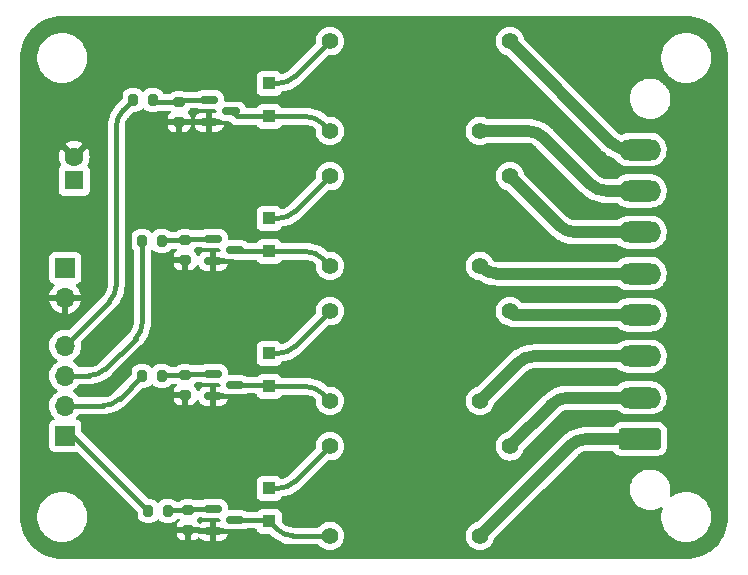
<source format=gbr>
%TF.GenerationSoftware,KiCad,Pcbnew,(6.0.0)*%
%TF.CreationDate,2022-01-04T00:38:58-05:00*%
%TF.ProjectId,4x relay board,34782072-656c-4617-9920-626f6172642e,rev?*%
%TF.SameCoordinates,Original*%
%TF.FileFunction,Copper,L1,Top*%
%TF.FilePolarity,Positive*%
%FSLAX46Y46*%
G04 Gerber Fmt 4.6, Leading zero omitted, Abs format (unit mm)*
G04 Created by KiCad (PCBNEW (6.0.0)) date 2022-01-04 00:38:58*
%MOMM*%
%LPD*%
G01*
G04 APERTURE LIST*
G04 Aperture macros list*
%AMRoundRect*
0 Rectangle with rounded corners*
0 $1 Rounding radius*
0 $2 $3 $4 $5 $6 $7 $8 $9 X,Y pos of 4 corners*
0 Add a 4 corners polygon primitive as box body*
4,1,4,$2,$3,$4,$5,$6,$7,$8,$9,$2,$3,0*
0 Add four circle primitives for the rounded corners*
1,1,$1+$1,$2,$3*
1,1,$1+$1,$4,$5*
1,1,$1+$1,$6,$7*
1,1,$1+$1,$8,$9*
0 Add four rect primitives between the rounded corners*
20,1,$1+$1,$2,$3,$4,$5,0*
20,1,$1+$1,$4,$5,$6,$7,0*
20,1,$1+$1,$6,$7,$8,$9,0*
20,1,$1+$1,$8,$9,$2,$3,0*%
G04 Aperture macros list end*
%TA.AperFunction,SMDPad,CuDef*%
%ADD10RoundRect,0.200000X-0.275000X0.200000X-0.275000X-0.200000X0.275000X-0.200000X0.275000X0.200000X0*%
%TD*%
%TA.AperFunction,ComponentPad*%
%ADD11R,1.700000X1.700000*%
%TD*%
%TA.AperFunction,ComponentPad*%
%ADD12O,1.700000X1.700000*%
%TD*%
%TA.AperFunction,ComponentPad*%
%ADD13RoundRect,0.250000X1.550000X-0.650000X1.550000X0.650000X-1.550000X0.650000X-1.550000X-0.650000X0*%
%TD*%
%TA.AperFunction,ComponentPad*%
%ADD14O,3.600000X1.800000*%
%TD*%
%TA.AperFunction,SMDPad,CuDef*%
%ADD15R,1.100000X1.100000*%
%TD*%
%TA.AperFunction,SMDPad,CuDef*%
%ADD16RoundRect,0.200000X-0.200000X-0.275000X0.200000X-0.275000X0.200000X0.275000X-0.200000X0.275000X0*%
%TD*%
%TA.AperFunction,ComponentPad*%
%ADD17C,1.400000*%
%TD*%
%TA.AperFunction,SMDPad,CuDef*%
%ADD18RoundRect,0.150000X-0.587500X-0.150000X0.587500X-0.150000X0.587500X0.150000X-0.587500X0.150000X0*%
%TD*%
%TA.AperFunction,ComponentPad*%
%ADD19R,1.600000X1.600000*%
%TD*%
%TA.AperFunction,ComponentPad*%
%ADD20C,1.600000*%
%TD*%
%TA.AperFunction,Conductor*%
%ADD21C,0.400000*%
%TD*%
%TA.AperFunction,Conductor*%
%ADD22C,1.000000*%
%TD*%
G04 APERTURE END LIST*
D10*
%TO.P,R7,1*%
%TO.N,Net-(Q3-Pad1)*%
X140208000Y-63945000D03*
%TO.P,R7,2*%
%TO.N,GND*%
X140208000Y-65595000D03*
%TD*%
D11*
%TO.P,J1,1,Pin_1*%
%TO.N,+5V*%
X130048000Y-66289000D03*
D12*
%TO.P,J1,2,Pin_2*%
%TO.N,GND*%
X130048000Y-68829000D03*
%TD*%
D13*
%TO.P,J3,1,Pin_1*%
%TO.N,/R1-1*%
X178677500Y-80775000D03*
D14*
%TO.P,J3,2,Pin_2*%
%TO.N,/R1-2*%
X178677500Y-77275000D03*
%TO.P,J3,3,Pin_3*%
%TO.N,/R2-1*%
X178677500Y-73775000D03*
%TO.P,J3,4,Pin_4*%
%TO.N,/R2-2*%
X178677500Y-70275000D03*
%TO.P,J3,5,Pin_5*%
%TO.N,/R3-1*%
X178677500Y-66775000D03*
%TO.P,J3,6,Pin_6*%
%TO.N,/R3-2*%
X178677500Y-63275000D03*
%TO.P,J3,7,Pin_7*%
%TO.N,/R4-1*%
X178677500Y-59775000D03*
%TO.P,J3,8,Pin_8*%
%TO.N,/R4-2*%
X178677500Y-56275000D03*
%TD*%
D15*
%TO.P,D4,1,K*%
%TO.N,+5V*%
X147320000Y-50670000D03*
%TO.P,D4,2,A*%
%TO.N,Net-(D4-Pad2)*%
X147320000Y-53470000D03*
%TD*%
D16*
%TO.P,R2,1*%
%TO.N,/D2*%
X136589000Y-75438000D03*
%TO.P,R2,2*%
%TO.N,Net-(Q2-Pad1)*%
X138239000Y-75438000D03*
%TD*%
D17*
%TO.P,K2,1*%
%TO.N,+5V*%
X152465000Y-69955000D03*
%TO.P,K2,2*%
%TO.N,/R2-2*%
X167705000Y-69955000D03*
%TO.P,K2,3*%
%TO.N,/R2-1*%
X165165000Y-77555000D03*
%TO.P,K2,4*%
%TO.N,Net-(D2-Pad2)*%
X152465000Y-77555000D03*
%TD*%
D18*
%TO.P,Q2,1,G*%
%TO.N,Net-(Q2-Pad1)*%
X142572500Y-75250000D03*
%TO.P,Q2,2,S*%
%TO.N,GND*%
X142572500Y-77150000D03*
%TO.P,Q2,3,D*%
%TO.N,Net-(D2-Pad2)*%
X144447500Y-76200000D03*
%TD*%
D16*
%TO.P,R4,1*%
%TO.N,/D4*%
X135827000Y-52070000D03*
%TO.P,R4,2*%
%TO.N,Net-(Q4-Pad1)*%
X137477000Y-52070000D03*
%TD*%
D19*
%TO.P,C1,1*%
%TO.N,+5V*%
X130810000Y-58867113D03*
D20*
%TO.P,C1,2*%
%TO.N,GND*%
X130810000Y-56867113D03*
%TD*%
D15*
%TO.P,D3,1,K*%
%TO.N,+5V*%
X147320000Y-62100000D03*
%TO.P,D3,2,A*%
%TO.N,Net-(D3-Pad2)*%
X147320000Y-64900000D03*
%TD*%
D18*
%TO.P,Q4,1,G*%
%TO.N,Net-(Q4-Pad1)*%
X142240000Y-52070000D03*
%TO.P,Q4,2,S*%
%TO.N,GND*%
X142240000Y-53970000D03*
%TO.P,Q4,3,D*%
%TO.N,Net-(D4-Pad2)*%
X144115000Y-53020000D03*
%TD*%
D11*
%TO.P,J2,1,Pin_1*%
%TO.N,/D1*%
X130048000Y-80503000D03*
D12*
%TO.P,J2,2,Pin_2*%
%TO.N,/D2*%
X130048000Y-77963000D03*
%TO.P,J2,3,Pin_3*%
%TO.N,/D3*%
X130048000Y-75423000D03*
%TO.P,J2,4,Pin_4*%
%TO.N,/D4*%
X130048000Y-72883000D03*
%TD*%
D10*
%TO.P,R6,1*%
%TO.N,Net-(Q2-Pad1)*%
X140208000Y-75375000D03*
%TO.P,R6,2*%
%TO.N,GND*%
X140208000Y-77025000D03*
%TD*%
D17*
%TO.P,K1,1*%
%TO.N,+5V*%
X152465000Y-81385000D03*
%TO.P,K1,2*%
%TO.N,/R1-2*%
X167705000Y-81385000D03*
%TO.P,K1,3*%
%TO.N,/R1-1*%
X165165000Y-88985000D03*
%TO.P,K1,4*%
%TO.N,Net-(D1-Pad2)*%
X152465000Y-88985000D03*
%TD*%
D10*
%TO.P,R5,1*%
%TO.N,Net-(Q1-Pad1)*%
X140462000Y-86805000D03*
%TO.P,R5,2*%
%TO.N,GND*%
X140462000Y-88455000D03*
%TD*%
D18*
%TO.P,Q1,1,G*%
%TO.N,Net-(Q1-Pad1)*%
X142572500Y-86680000D03*
%TO.P,Q1,2,S*%
%TO.N,GND*%
X142572500Y-88580000D03*
%TO.P,Q1,3,D*%
%TO.N,Net-(D1-Pad2)*%
X144447500Y-87630000D03*
%TD*%
D16*
%TO.P,R1,1*%
%TO.N,/D1*%
X137097000Y-86868000D03*
%TO.P,R1,2*%
%TO.N,Net-(Q1-Pad1)*%
X138747000Y-86868000D03*
%TD*%
D15*
%TO.P,D1,1,K*%
%TO.N,+5V*%
X147320000Y-84960000D03*
%TO.P,D1,2,A*%
%TO.N,Net-(D1-Pad2)*%
X147320000Y-87760000D03*
%TD*%
D16*
%TO.P,R3,1*%
%TO.N,/D3*%
X136589000Y-64008000D03*
%TO.P,R3,2*%
%TO.N,Net-(Q3-Pad1)*%
X138239000Y-64008000D03*
%TD*%
D17*
%TO.P,K4,1*%
%TO.N,+5V*%
X152465000Y-47095000D03*
%TO.P,K4,2*%
%TO.N,/R4-2*%
X167705000Y-47095000D03*
%TO.P,K4,3*%
%TO.N,/R4-1*%
X165165000Y-54695000D03*
%TO.P,K4,4*%
%TO.N,Net-(D4-Pad2)*%
X152465000Y-54695000D03*
%TD*%
D15*
%TO.P,D2,1,K*%
%TO.N,+5V*%
X147320000Y-73530000D03*
%TO.P,D2,2,A*%
%TO.N,Net-(D2-Pad2)*%
X147320000Y-76330000D03*
%TD*%
D10*
%TO.P,R8,1*%
%TO.N,Net-(Q4-Pad1)*%
X139700000Y-52261000D03*
%TO.P,R8,2*%
%TO.N,GND*%
X139700000Y-53911000D03*
%TD*%
D17*
%TO.P,K3,1*%
%TO.N,+5V*%
X152465000Y-58525000D03*
%TO.P,K3,2*%
%TO.N,/R3-2*%
X167705000Y-58525000D03*
%TO.P,K3,3*%
%TO.N,/R3-1*%
X165165000Y-66125000D03*
%TO.P,K3,4*%
%TO.N,Net-(D3-Pad2)*%
X152465000Y-66125000D03*
%TD*%
D18*
%TO.P,Q3,1,G*%
%TO.N,Net-(Q3-Pad1)*%
X142572500Y-63820000D03*
%TO.P,Q3,2,S*%
%TO.N,GND*%
X142572500Y-65720000D03*
%TO.P,Q3,3,D*%
%TO.N,Net-(D3-Pad2)*%
X144447500Y-64770000D03*
%TD*%
D21*
%TO.N,Net-(Q1-Pad1)*%
X140462000Y-86805000D02*
X138810000Y-86805000D01*
X138810000Y-86805000D02*
X138747000Y-86868000D01*
X142572500Y-86680000D02*
X140587000Y-86680000D01*
X140587000Y-86680000D02*
X140462000Y-86805000D01*
%TO.N,Net-(D1-Pad2)*%
X144447500Y-87630000D02*
X147190000Y-87630000D01*
X147959213Y-88399213D02*
X147320000Y-87760000D01*
X147190000Y-87630000D02*
X147320000Y-87760000D01*
X152465000Y-88985000D02*
X149373427Y-88985000D01*
X149373427Y-88984999D02*
G75*
G02*
X147959214Y-88399212I0J1999999D01*
G01*
%TO.N,+5V*%
X149475787Y-61514213D02*
X152465000Y-58525000D01*
X147320000Y-62100000D02*
X148061573Y-62100000D01*
X147320000Y-73530000D02*
X148061573Y-73530000D01*
X149475787Y-84374213D02*
X152465000Y-81385000D01*
X152465000Y-47095000D02*
X149475786Y-50084214D01*
X149475787Y-72944213D02*
X152465000Y-69955000D01*
X147320000Y-84960000D02*
X148061573Y-84960000D01*
X148061573Y-50670000D02*
X147320000Y-50670000D01*
X149475786Y-50084214D02*
G75*
G02*
X148061573Y-50670000I-1414213J1414214D01*
G01*
X149475787Y-84374213D02*
G75*
G02*
X148061573Y-84960000I-1414214J1414213D01*
G01*
X149475787Y-72944213D02*
G75*
G02*
X148061573Y-73530000I-1414214J1414213D01*
G01*
X148061573Y-62099999D02*
G75*
G03*
X149475786Y-61514212I0J1999999D01*
G01*
%TO.N,Net-(D2-Pad2)*%
X147320000Y-76330000D02*
X150411573Y-76330000D01*
X151825787Y-76915787D02*
X152465000Y-77555000D01*
X144447500Y-76200000D02*
X147190000Y-76200000D01*
X147190000Y-76200000D02*
X147320000Y-76330000D01*
X150411573Y-76330001D02*
G75*
G02*
X151825786Y-76915788I0J-1999999D01*
G01*
%TO.N,Net-(D3-Pad2)*%
X147320000Y-64900000D02*
X144577500Y-64900000D01*
X151825787Y-65485787D02*
X152465000Y-66125000D01*
X147320000Y-64900000D02*
X150411573Y-64900000D01*
X144577500Y-64900000D02*
X144447500Y-64770000D01*
X151825787Y-65485787D02*
G75*
G03*
X150411573Y-64900000I-1414214J-1414213D01*
G01*
%TO.N,Net-(D4-Pad2)*%
X147320000Y-53470000D02*
X150411573Y-53470000D01*
X147320000Y-53470000D02*
X144565000Y-53470000D01*
X151825787Y-54055787D02*
X152465000Y-54695000D01*
X144565000Y-53470000D02*
X144115000Y-53020000D01*
X150411573Y-53470001D02*
G75*
G02*
X151825786Y-54055788I0J-1999999D01*
G01*
%TO.N,/D1*%
X130048000Y-80503000D02*
X130732000Y-80503000D01*
X130732000Y-80503000D02*
X137097000Y-86868000D01*
%TO.N,/D2*%
X130048000Y-77963000D02*
X133235573Y-77963000D01*
X134649787Y-77377213D02*
X136589000Y-75438000D01*
X133235573Y-77962999D02*
G75*
G03*
X134649786Y-77377212I0J1999999D01*
G01*
%TO.N,/D3*%
X130048000Y-75423000D02*
X132028573Y-75423000D01*
X136589000Y-70862573D02*
X136589000Y-64008000D01*
X133442787Y-74837213D02*
X136003214Y-72276786D01*
X133442787Y-74837213D02*
G75*
G02*
X132028573Y-75423000I-1414214J1414213D01*
G01*
X136003214Y-72276786D02*
G75*
G03*
X136589000Y-70862573I-1414214J1414213D01*
G01*
%TO.N,/D4*%
X130048000Y-72883000D02*
X133780214Y-69150786D01*
X134366000Y-67736573D02*
X134366000Y-54359427D01*
X134951787Y-52945213D02*
X135827000Y-52070000D01*
X134951787Y-52945213D02*
G75*
G03*
X134366000Y-54359427I1414213J-1414214D01*
G01*
X133780214Y-69150786D02*
G75*
G03*
X134366000Y-67736573I-1414214J1414213D01*
G01*
D22*
%TO.N,/R1-1*%
X172789213Y-81360787D02*
X165165000Y-88985000D01*
X178677500Y-80775000D02*
X174203427Y-80775000D01*
X172789213Y-81360787D02*
G75*
G02*
X174203427Y-80775000I1414214J-1414213D01*
G01*
%TO.N,/R1-2*%
X171229213Y-77860787D02*
X167705000Y-81385000D01*
X178618500Y-77216000D02*
X178677500Y-77275000D01*
X178677500Y-77275000D02*
X172643427Y-77275000D01*
X171229213Y-77860787D02*
G75*
G02*
X172643427Y-77275000I1414214J-1414213D01*
G01*
%TO.N,/R2-1*%
X178677500Y-73775000D02*
X169773427Y-73775000D01*
X178308500Y-73406000D02*
X178677500Y-73775000D01*
X168359213Y-74360787D02*
X165165000Y-77555000D01*
X169773427Y-73775001D02*
G75*
G03*
X168359214Y-74360788I0J-1999999D01*
G01*
%TO.N,/R2-2*%
X168025000Y-70275000D02*
X167705000Y-69955000D01*
X178677500Y-70275000D02*
X168025000Y-70275000D01*
%TO.N,/R3-1*%
X165229213Y-66189213D02*
X165165000Y-66125000D01*
D21*
X178613287Y-66710787D02*
X178677500Y-66775000D01*
D22*
X178677500Y-66775000D02*
X166643427Y-66775000D01*
X165229213Y-66189213D02*
G75*
G03*
X166643427Y-66775000I1414214J1414213D01*
G01*
%TO.N,/R3-2*%
X171869213Y-62689213D02*
X167705000Y-58525000D01*
X178677500Y-63275000D02*
X173283427Y-63275000D01*
X171869213Y-62689213D02*
G75*
G03*
X173283427Y-63275000I1414214J1414213D01*
G01*
%TO.N,/R4-1*%
X169182573Y-54695000D02*
X165165000Y-54695000D01*
X174505213Y-59189213D02*
X170596786Y-55280786D01*
X178677500Y-59775000D02*
X175919427Y-59775000D01*
X169182573Y-54695001D02*
G75*
G02*
X170596785Y-55280787I0J-1999999D01*
G01*
X174505213Y-59189213D02*
G75*
G03*
X175919427Y-59775000I1414214J1414213D01*
G01*
%TO.N,/R4-2*%
X176299213Y-55689213D02*
X167705000Y-47095000D01*
X178677500Y-56275000D02*
X177713427Y-56275000D01*
X176299213Y-55689213D02*
G75*
G03*
X177713427Y-56275000I1414214J1414213D01*
G01*
D21*
%TO.N,Net-(Q2-Pad1)*%
X142572500Y-75250000D02*
X140333000Y-75250000D01*
X140333000Y-75250000D02*
X140208000Y-75375000D01*
X140208000Y-75375000D02*
X138302000Y-75375000D01*
X138302000Y-75375000D02*
X138239000Y-75438000D01*
%TO.N,Net-(Q3-Pad1)*%
X142572500Y-63820000D02*
X140333000Y-63820000D01*
X140208000Y-63945000D02*
X138302000Y-63945000D01*
X138302000Y-63945000D02*
X138239000Y-64008000D01*
X140333000Y-63820000D02*
X140208000Y-63945000D01*
%TO.N,Net-(Q4-Pad1)*%
X139700000Y-52261000D02*
X137668000Y-52261000D01*
X142240000Y-52070000D02*
X139891000Y-52070000D01*
X137668000Y-52261000D02*
X137477000Y-52070000D01*
X139891000Y-52070000D02*
X139700000Y-52261000D01*
%TD*%
%TA.AperFunction,Conductor*%
%TO.N,GND*%
G36*
X182596057Y-44959500D02*
G01*
X182610858Y-44961805D01*
X182610861Y-44961805D01*
X182619730Y-44963186D01*
X182639054Y-44960659D01*
X182661570Y-44959747D01*
X182968373Y-44974820D01*
X182980667Y-44976030D01*
X183313625Y-45025421D01*
X183325731Y-45027828D01*
X183652244Y-45109615D01*
X183664076Y-45113204D01*
X183980994Y-45226599D01*
X183992418Y-45231331D01*
X184296693Y-45375242D01*
X184307598Y-45381071D01*
X184596302Y-45554114D01*
X184606583Y-45560984D01*
X184876931Y-45761488D01*
X184886489Y-45769332D01*
X185135885Y-45995371D01*
X185144629Y-46004115D01*
X185370668Y-46253511D01*
X185378512Y-46263069D01*
X185579016Y-46533417D01*
X185585886Y-46543698D01*
X185610821Y-46585299D01*
X185753411Y-46823195D01*
X185758929Y-46832402D01*
X185764756Y-46843303D01*
X185829206Y-46979571D01*
X185908669Y-47147582D01*
X185913401Y-47159006D01*
X186026796Y-47475924D01*
X186030385Y-47487754D01*
X186112172Y-47814269D01*
X186114579Y-47826375D01*
X186163969Y-48159328D01*
X186165180Y-48171627D01*
X186179891Y-48471065D01*
X186178542Y-48496632D01*
X186178195Y-48498857D01*
X186178195Y-48498861D01*
X186176814Y-48507730D01*
X186177978Y-48516632D01*
X186177978Y-48516635D01*
X186180936Y-48539251D01*
X186182000Y-48555589D01*
X186182000Y-87326672D01*
X186180500Y-87346056D01*
X186176814Y-87369730D01*
X186179269Y-87388500D01*
X186179341Y-87389050D01*
X186180253Y-87411570D01*
X186165390Y-87714121D01*
X186165181Y-87718367D01*
X186163970Y-87730667D01*
X186115178Y-88059594D01*
X186114581Y-88063616D01*
X186112172Y-88075731D01*
X186033666Y-88389145D01*
X186030385Y-88402244D01*
X186026796Y-88414076D01*
X185913401Y-88730994D01*
X185908669Y-88742418D01*
X185829239Y-88910358D01*
X185786738Y-89000221D01*
X185764758Y-89046693D01*
X185758931Y-89057594D01*
X185731372Y-89103574D01*
X185585886Y-89346302D01*
X185579016Y-89356583D01*
X185378512Y-89626931D01*
X185370668Y-89636489D01*
X185144629Y-89885885D01*
X185135885Y-89894629D01*
X184886489Y-90120668D01*
X184876931Y-90128512D01*
X184606583Y-90329016D01*
X184596302Y-90335886D01*
X184307598Y-90508929D01*
X184296693Y-90514758D01*
X183992418Y-90658669D01*
X183980994Y-90663401D01*
X183664076Y-90776796D01*
X183652246Y-90780385D01*
X183325731Y-90862172D01*
X183313625Y-90864579D01*
X182980667Y-90913970D01*
X182968373Y-90915180D01*
X182668935Y-90929891D01*
X182643368Y-90928542D01*
X182641143Y-90928195D01*
X182641139Y-90928195D01*
X182632270Y-90926814D01*
X182623368Y-90927978D01*
X182623365Y-90927978D01*
X182604083Y-90930500D01*
X182601728Y-90930808D01*
X182600749Y-90930936D01*
X182584411Y-90932000D01*
X129843328Y-90932000D01*
X129823943Y-90930500D01*
X129809142Y-90928195D01*
X129809139Y-90928195D01*
X129800270Y-90926814D01*
X129780946Y-90929341D01*
X129758430Y-90930253D01*
X129451627Y-90915180D01*
X129439333Y-90913970D01*
X129106375Y-90864579D01*
X129094269Y-90862172D01*
X128767754Y-90780385D01*
X128755924Y-90776796D01*
X128439006Y-90663401D01*
X128427582Y-90658669D01*
X128123307Y-90514758D01*
X128112402Y-90508929D01*
X127823698Y-90335886D01*
X127813417Y-90329016D01*
X127543069Y-90128512D01*
X127533511Y-90120668D01*
X127284115Y-89894629D01*
X127275371Y-89885885D01*
X127049332Y-89636489D01*
X127041488Y-89626931D01*
X126840984Y-89356583D01*
X126834114Y-89346302D01*
X126688628Y-89103574D01*
X126661069Y-89057594D01*
X126655242Y-89046693D01*
X126633263Y-89000221D01*
X126590761Y-88910358D01*
X126511331Y-88742418D01*
X126506599Y-88730994D01*
X126393204Y-88414076D01*
X126389615Y-88402244D01*
X126386334Y-88389145D01*
X126307828Y-88075731D01*
X126305419Y-88063616D01*
X126304823Y-88059594D01*
X126256030Y-87730667D01*
X126254819Y-87718366D01*
X126254611Y-87714121D01*
X126244728Y-87512951D01*
X126244519Y-87508703D01*
X127684743Y-87508703D01*
X127685302Y-87512947D01*
X127685302Y-87512951D01*
X127694962Y-87586322D01*
X127722268Y-87793734D01*
X127798129Y-88071036D01*
X127799813Y-88074984D01*
X127885308Y-88275422D01*
X127910923Y-88335476D01*
X127936638Y-88378442D01*
X128054515Y-88575400D01*
X128058561Y-88582161D01*
X128238313Y-88806528D01*
X128446851Y-89004423D01*
X128680317Y-89172186D01*
X128684112Y-89174195D01*
X128684113Y-89174196D01*
X128705869Y-89185715D01*
X128934392Y-89306712D01*
X128958699Y-89315607D01*
X129189068Y-89399910D01*
X129204373Y-89405511D01*
X129485264Y-89466755D01*
X129513841Y-89469004D01*
X129708282Y-89484307D01*
X129708291Y-89484307D01*
X129710739Y-89484500D01*
X129866271Y-89484500D01*
X129868407Y-89484354D01*
X129868418Y-89484354D01*
X130076548Y-89470165D01*
X130076554Y-89470164D01*
X130080825Y-89469873D01*
X130085020Y-89469004D01*
X130085022Y-89469004D01*
X130271101Y-89430469D01*
X130362342Y-89411574D01*
X130633343Y-89315607D01*
X130856702Y-89200323D01*
X130885005Y-89185715D01*
X130885006Y-89185715D01*
X130888812Y-89183750D01*
X130892313Y-89181289D01*
X130892317Y-89181287D01*
X131083824Y-89046693D01*
X131124023Y-89018441D01*
X131289628Y-88864551D01*
X131331479Y-88825661D01*
X131331481Y-88825658D01*
X131334622Y-88822740D01*
X131419291Y-88719294D01*
X139479709Y-88719294D01*
X139485132Y-88778315D01*
X139487743Y-88791351D01*
X139534715Y-88941243D01*
X139540921Y-88954988D01*
X139621824Y-89088574D01*
X139631131Y-89100443D01*
X139741557Y-89210869D01*
X139753426Y-89220176D01*
X139887012Y-89301079D01*
X139900757Y-89307285D01*
X140050644Y-89354256D01*
X140063694Y-89356869D01*
X140127521Y-89362734D01*
X140133309Y-89363000D01*
X140189885Y-89363000D01*
X140205124Y-89358525D01*
X140206329Y-89357135D01*
X140208000Y-89349452D01*
X140208000Y-89344884D01*
X140716000Y-89344884D01*
X140720475Y-89360123D01*
X140721865Y-89361328D01*
X140729548Y-89362999D01*
X140790705Y-89362999D01*
X140796454Y-89362736D01*
X140860315Y-89356868D01*
X140873351Y-89354257D01*
X141023243Y-89307285D01*
X141036988Y-89301079D01*
X141170574Y-89220176D01*
X141182443Y-89210869D01*
X141271423Y-89121889D01*
X141333735Y-89087863D01*
X141404550Y-89092928D01*
X141460077Y-89133757D01*
X141466554Y-89142107D01*
X141572896Y-89248449D01*
X141585322Y-89258089D01*
X141714779Y-89334648D01*
X141729210Y-89340893D01*
X141875065Y-89383269D01*
X141887667Y-89385570D01*
X141916084Y-89387807D01*
X141921014Y-89388000D01*
X142300385Y-89388000D01*
X142315624Y-89383525D01*
X142316829Y-89382135D01*
X142318500Y-89374452D01*
X142318500Y-89369884D01*
X142826500Y-89369884D01*
X142830975Y-89385123D01*
X142832365Y-89386328D01*
X142840048Y-89387999D01*
X143223984Y-89387999D01*
X143228920Y-89387805D01*
X143257336Y-89385570D01*
X143269931Y-89383270D01*
X143415790Y-89340893D01*
X143430221Y-89334648D01*
X143559678Y-89258089D01*
X143572104Y-89248449D01*
X143678449Y-89142104D01*
X143688089Y-89129678D01*
X143764648Y-89000221D01*
X143770893Y-88985790D01*
X143809939Y-88851395D01*
X143809899Y-88837294D01*
X143802630Y-88834000D01*
X142844615Y-88834000D01*
X142829376Y-88838475D01*
X142828171Y-88839865D01*
X142826500Y-88847548D01*
X142826500Y-89369884D01*
X142318500Y-89369884D01*
X142318500Y-88852115D01*
X142314025Y-88836876D01*
X142312635Y-88835671D01*
X142304952Y-88834000D01*
X141412706Y-88834000D01*
X141344585Y-88813998D01*
X141298092Y-88760342D01*
X141291810Y-88743497D01*
X141282526Y-88711876D01*
X141281135Y-88710671D01*
X141273452Y-88709000D01*
X140734115Y-88709000D01*
X140718876Y-88713475D01*
X140717671Y-88714865D01*
X140716000Y-88722548D01*
X140716000Y-89344884D01*
X140208000Y-89344884D01*
X140208000Y-88727115D01*
X140203525Y-88711876D01*
X140202135Y-88710671D01*
X140194452Y-88709000D01*
X139497116Y-88709000D01*
X139481877Y-88713475D01*
X139480672Y-88714865D01*
X139479709Y-88719294D01*
X131419291Y-88719294D01*
X131516713Y-88600268D01*
X131666927Y-88355142D01*
X131679720Y-88326000D01*
X131780757Y-88095830D01*
X131782483Y-88091898D01*
X131793695Y-88052540D01*
X131841753Y-87883831D01*
X131861244Y-87815406D01*
X131893847Y-87586322D01*
X131901146Y-87535036D01*
X131901146Y-87535034D01*
X131901751Y-87530784D01*
X131901775Y-87526316D01*
X131903235Y-87247583D01*
X131903235Y-87247576D01*
X131903257Y-87243297D01*
X131892537Y-87161866D01*
X131866292Y-86962522D01*
X131865732Y-86958266D01*
X131789871Y-86680964D01*
X131735353Y-86553150D01*
X131678763Y-86420476D01*
X131678761Y-86420472D01*
X131677077Y-86416524D01*
X131529439Y-86169839D01*
X131349687Y-85945472D01*
X131226289Y-85828372D01*
X131144258Y-85750527D01*
X131144255Y-85750525D01*
X131141149Y-85747577D01*
X130907683Y-85579814D01*
X130885843Y-85568250D01*
X130860283Y-85554717D01*
X130653608Y-85445288D01*
X130383627Y-85346489D01*
X130102736Y-85285245D01*
X130071685Y-85282801D01*
X129879718Y-85267693D01*
X129879709Y-85267693D01*
X129877261Y-85267500D01*
X129721729Y-85267500D01*
X129719593Y-85267646D01*
X129719582Y-85267646D01*
X129511452Y-85281835D01*
X129511446Y-85281836D01*
X129507175Y-85282127D01*
X129502980Y-85282996D01*
X129502978Y-85282996D01*
X129366416Y-85311277D01*
X129225658Y-85340426D01*
X128954657Y-85436393D01*
X128699188Y-85568250D01*
X128695687Y-85570711D01*
X128695683Y-85570713D01*
X128614578Y-85627715D01*
X128463977Y-85733559D01*
X128445717Y-85750527D01*
X128258079Y-85924892D01*
X128253378Y-85929260D01*
X128071287Y-86151732D01*
X127921073Y-86396858D01*
X127919347Y-86400791D01*
X127919346Y-86400792D01*
X127892898Y-86461042D01*
X127805517Y-86660102D01*
X127804342Y-86664229D01*
X127804341Y-86664230D01*
X127791010Y-86711029D01*
X127726756Y-86936594D01*
X127719600Y-86986879D01*
X127689321Y-87199634D01*
X127686249Y-87221216D01*
X127686227Y-87225505D01*
X127686226Y-87225512D01*
X127684765Y-87504417D01*
X127684743Y-87508703D01*
X126244519Y-87508703D01*
X126240293Y-87422665D01*
X126241886Y-87395586D01*
X126242264Y-87393340D01*
X126242265Y-87393331D01*
X126243071Y-87388539D01*
X126243224Y-87376000D01*
X126239273Y-87348412D01*
X126238000Y-87330549D01*
X126238000Y-77929695D01*
X128685251Y-77929695D01*
X128685548Y-77934848D01*
X128685548Y-77934851D01*
X128694144Y-78083926D01*
X128698110Y-78152715D01*
X128699247Y-78157761D01*
X128699248Y-78157767D01*
X128701118Y-78166063D01*
X128747222Y-78370639D01*
X128831266Y-78577616D01*
X128869945Y-78640734D01*
X128935838Y-78748262D01*
X128947987Y-78768088D01*
X129094250Y-78936938D01*
X129098230Y-78940242D01*
X129102981Y-78944187D01*
X129142616Y-79003090D01*
X129144113Y-79074071D01*
X129106997Y-79134593D01*
X129066724Y-79159112D01*
X128951295Y-79202385D01*
X128834739Y-79289739D01*
X128747385Y-79406295D01*
X128696255Y-79542684D01*
X128689500Y-79604866D01*
X128689500Y-81401134D01*
X128696255Y-81463316D01*
X128747385Y-81599705D01*
X128834739Y-81716261D01*
X128951295Y-81803615D01*
X129087684Y-81854745D01*
X129149866Y-81861500D01*
X130946134Y-81861500D01*
X130961802Y-81859798D01*
X131008316Y-81854745D01*
X131008520Y-81856625D01*
X131069273Y-81859798D01*
X131116613Y-81889583D01*
X133634276Y-84407247D01*
X136151596Y-86924567D01*
X136185622Y-86986879D01*
X136188501Y-87013662D01*
X136188501Y-87199634D01*
X136195247Y-87273062D01*
X136197246Y-87279440D01*
X136197246Y-87279441D01*
X136231596Y-87389050D01*
X136246528Y-87436699D01*
X136335361Y-87583381D01*
X136456619Y-87704639D01*
X136603301Y-87793472D01*
X136610548Y-87795743D01*
X136610550Y-87795744D01*
X136617625Y-87797961D01*
X136766938Y-87844753D01*
X136840365Y-87851500D01*
X136843263Y-87851500D01*
X137097665Y-87851499D01*
X137353634Y-87851499D01*
X137356492Y-87851236D01*
X137356501Y-87851236D01*
X137398609Y-87847367D01*
X137427062Y-87844753D01*
X137433447Y-87842752D01*
X137583450Y-87795744D01*
X137583452Y-87795743D01*
X137590699Y-87793472D01*
X137737381Y-87704639D01*
X137832905Y-87609115D01*
X137895217Y-87575089D01*
X137966032Y-87580154D01*
X138011095Y-87609115D01*
X138106619Y-87704639D01*
X138253301Y-87793472D01*
X138260548Y-87795743D01*
X138260550Y-87795744D01*
X138267625Y-87797961D01*
X138416938Y-87844753D01*
X138490365Y-87851500D01*
X138493263Y-87851500D01*
X138747665Y-87851499D01*
X139003634Y-87851499D01*
X139006492Y-87851236D01*
X139006501Y-87851236D01*
X139048609Y-87847367D01*
X139077062Y-87844753D01*
X139083447Y-87842752D01*
X139233450Y-87795744D01*
X139233452Y-87795743D01*
X139240699Y-87793472D01*
X139387381Y-87704639D01*
X139424940Y-87667080D01*
X139487252Y-87633054D01*
X139498839Y-87633883D01*
X139512591Y-87576856D01*
X139514189Y-87574218D01*
X139566591Y-87526316D01*
X139621958Y-87513500D01*
X139622998Y-87513500D01*
X139691119Y-87533502D01*
X139737612Y-87587158D01*
X139747716Y-87657432D01*
X139718222Y-87722012D01*
X139712093Y-87728595D01*
X139709455Y-87731233D01*
X139647143Y-87765259D01*
X139635557Y-87764430D01*
X139621811Y-87821446D01*
X139540923Y-87955008D01*
X139534715Y-87968757D01*
X139487744Y-88118644D01*
X139485131Y-88131694D01*
X139480087Y-88186586D01*
X139483475Y-88198124D01*
X139484865Y-88199329D01*
X139492548Y-88201000D01*
X141359294Y-88201000D01*
X141427415Y-88221002D01*
X141473908Y-88274658D01*
X141480190Y-88291503D01*
X141489474Y-88323124D01*
X141490865Y-88324329D01*
X141498548Y-88326000D01*
X142300385Y-88326000D01*
X142315624Y-88321525D01*
X142316829Y-88320135D01*
X142318500Y-88312452D01*
X142318500Y-87790116D01*
X142314025Y-87774877D01*
X142312635Y-87773672D01*
X142304952Y-87772001D01*
X141921017Y-87772001D01*
X141916080Y-87772195D01*
X141887664Y-87774430D01*
X141875069Y-87776730D01*
X141729210Y-87819107D01*
X141714779Y-87825352D01*
X141585322Y-87901911D01*
X141572896Y-87911551D01*
X141551910Y-87932537D01*
X141489598Y-87966563D01*
X141418783Y-87961498D01*
X141361947Y-87918951D01*
X141355039Y-87908713D01*
X141302178Y-87821429D01*
X141292869Y-87809557D01*
X141202761Y-87719449D01*
X141168735Y-87657137D01*
X141173800Y-87586322D01*
X141202761Y-87541259D01*
X141298639Y-87445381D01*
X141302575Y-87438882D01*
X141304246Y-87436751D01*
X141362020Y-87395488D01*
X141403398Y-87388500D01*
X141601294Y-87388500D01*
X141665431Y-87406045D01*
X141721399Y-87439145D01*
X141729010Y-87441356D01*
X141729012Y-87441357D01*
X141781231Y-87456528D01*
X141881169Y-87485562D01*
X141887574Y-87486066D01*
X141887579Y-87486067D01*
X141916042Y-87488307D01*
X141916050Y-87488307D01*
X141918498Y-87488500D01*
X143075500Y-87488500D01*
X143143621Y-87508502D01*
X143190114Y-87562158D01*
X143201500Y-87614500D01*
X143201500Y-87646000D01*
X143181498Y-87714121D01*
X143127842Y-87760614D01*
X143075500Y-87772000D01*
X142844615Y-87772000D01*
X142829376Y-87776475D01*
X142828171Y-87777865D01*
X142826500Y-87785548D01*
X142826500Y-88307885D01*
X142830975Y-88323124D01*
X142832365Y-88324329D01*
X142840048Y-88326000D01*
X143455158Y-88326000D01*
X143519297Y-88343547D01*
X143596399Y-88389145D01*
X143604010Y-88391356D01*
X143604012Y-88391357D01*
X143656231Y-88406528D01*
X143756169Y-88435562D01*
X143762574Y-88436066D01*
X143762579Y-88436067D01*
X143791042Y-88438307D01*
X143791050Y-88438307D01*
X143793498Y-88438500D01*
X145101502Y-88438500D01*
X145103950Y-88438307D01*
X145103958Y-88438307D01*
X145132421Y-88436067D01*
X145132426Y-88436066D01*
X145138831Y-88435562D01*
X145238769Y-88406528D01*
X145290988Y-88391357D01*
X145290990Y-88391356D01*
X145298601Y-88389145D01*
X145354569Y-88356045D01*
X145418706Y-88338500D01*
X146150262Y-88338500D01*
X146218383Y-88358502D01*
X146264876Y-88412158D01*
X146267750Y-88420505D01*
X146268255Y-88420316D01*
X146319385Y-88556705D01*
X146406739Y-88673261D01*
X146523295Y-88760615D01*
X146659684Y-88811745D01*
X146721866Y-88818500D01*
X147324340Y-88818500D01*
X147392461Y-88838502D01*
X147413435Y-88855405D01*
X147416271Y-88858241D01*
X147427935Y-88871682D01*
X147444090Y-88893198D01*
X147454548Y-88903878D01*
X147457789Y-88906419D01*
X147462812Y-88910358D01*
X147469020Y-88915558D01*
X147679411Y-89103574D01*
X147679421Y-89103582D01*
X147682044Y-89105926D01*
X147930147Y-89281965D01*
X148196401Y-89429118D01*
X148477456Y-89545535D01*
X148769779Y-89629752D01*
X149069693Y-89680710D01*
X149174218Y-89686580D01*
X149334320Y-89695571D01*
X149345007Y-89696630D01*
X149352113Y-89697641D01*
X149358480Y-89698547D01*
X149365528Y-89698621D01*
X149369293Y-89698661D01*
X149369299Y-89698661D01*
X149373427Y-89698704D01*
X149408887Y-89694413D01*
X149424022Y-89693500D01*
X151420199Y-89693500D01*
X151488320Y-89713502D01*
X151523411Y-89747228D01*
X151532538Y-89760262D01*
X151535699Y-89764776D01*
X151685224Y-89914301D01*
X151858442Y-90035589D01*
X151863420Y-90037910D01*
X151863423Y-90037912D01*
X152040894Y-90120668D01*
X152050090Y-90124956D01*
X152055398Y-90126378D01*
X152055400Y-90126379D01*
X152249030Y-90178262D01*
X152249032Y-90178262D01*
X152254345Y-90179686D01*
X152465000Y-90198116D01*
X152675655Y-90179686D01*
X152680968Y-90178262D01*
X152680970Y-90178262D01*
X152874600Y-90126379D01*
X152874602Y-90126378D01*
X152879910Y-90124956D01*
X152889106Y-90120668D01*
X153066577Y-90037912D01*
X153066580Y-90037910D01*
X153071558Y-90035589D01*
X153244776Y-89914301D01*
X153394301Y-89764776D01*
X153515589Y-89591558D01*
X153536594Y-89546514D01*
X153602633Y-89404892D01*
X153602634Y-89404891D01*
X153604956Y-89399910D01*
X153608799Y-89385570D01*
X153658262Y-89200970D01*
X153658262Y-89200968D01*
X153659686Y-89195655D01*
X153678116Y-88985000D01*
X163951884Y-88985000D01*
X163970314Y-89195655D01*
X163971738Y-89200968D01*
X163971738Y-89200970D01*
X164021202Y-89385570D01*
X164025044Y-89399910D01*
X164027366Y-89404891D01*
X164027367Y-89404892D01*
X164093407Y-89546514D01*
X164114411Y-89591558D01*
X164235699Y-89764776D01*
X164385224Y-89914301D01*
X164558442Y-90035589D01*
X164563420Y-90037910D01*
X164563423Y-90037912D01*
X164740894Y-90120668D01*
X164750090Y-90124956D01*
X164755398Y-90126378D01*
X164755400Y-90126379D01*
X164949030Y-90178262D01*
X164949032Y-90178262D01*
X164954345Y-90179686D01*
X165165000Y-90198116D01*
X165375655Y-90179686D01*
X165380968Y-90178262D01*
X165380970Y-90178262D01*
X165574600Y-90126379D01*
X165574602Y-90126378D01*
X165579910Y-90124956D01*
X165589106Y-90120668D01*
X165766577Y-90037912D01*
X165766580Y-90037910D01*
X165771558Y-90035589D01*
X165944776Y-89914301D01*
X166094301Y-89764776D01*
X166215589Y-89591558D01*
X166236594Y-89546514D01*
X166302633Y-89404892D01*
X166302634Y-89404891D01*
X166304956Y-89399910D01*
X166308799Y-89385570D01*
X166337107Y-89279919D01*
X166343300Y-89256806D01*
X166375912Y-89200323D01*
X170590913Y-84985321D01*
X177866320Y-84985321D01*
X177872444Y-85245187D01*
X177889169Y-85339557D01*
X177900612Y-85404119D01*
X177917806Y-85501137D01*
X178001360Y-85747281D01*
X178121185Y-85977954D01*
X178124000Y-85981808D01*
X178124003Y-85981812D01*
X178254845Y-86160911D01*
X178274523Y-86187847D01*
X178345874Y-86259573D01*
X178454471Y-86368741D01*
X178454476Y-86368745D01*
X178457845Y-86372132D01*
X178461697Y-86374977D01*
X178461698Y-86374978D01*
X178539684Y-86432579D01*
X178666934Y-86526567D01*
X178671172Y-86528797D01*
X178671174Y-86528798D01*
X178717460Y-86553150D01*
X178896976Y-86647598D01*
X178901495Y-86649159D01*
X178901501Y-86649161D01*
X179081159Y-86711197D01*
X179142679Y-86732440D01*
X179398388Y-86779141D01*
X179481561Y-86783500D01*
X179643599Y-86783500D01*
X179645978Y-86783319D01*
X179645979Y-86783319D01*
X179831923Y-86769175D01*
X179831928Y-86769174D01*
X179836690Y-86768812D01*
X179841344Y-86767733D01*
X179841346Y-86767733D01*
X180085260Y-86711197D01*
X180089915Y-86710118D01*
X180331348Y-86613795D01*
X180443717Y-86547737D01*
X180512577Y-86530458D01*
X180579850Y-86553150D01*
X180624174Y-86608611D01*
X180631478Y-86679231D01*
X180628750Y-86690877D01*
X180590193Y-86826233D01*
X180558756Y-86936594D01*
X180551600Y-86986879D01*
X180521321Y-87199634D01*
X180518249Y-87221216D01*
X180518227Y-87225505D01*
X180518226Y-87225512D01*
X180516765Y-87504417D01*
X180516743Y-87508703D01*
X180517302Y-87512947D01*
X180517302Y-87512951D01*
X180526962Y-87586322D01*
X180554268Y-87793734D01*
X180630129Y-88071036D01*
X180631813Y-88074984D01*
X180717308Y-88275422D01*
X180742923Y-88335476D01*
X180768638Y-88378442D01*
X180886515Y-88575400D01*
X180890561Y-88582161D01*
X181070313Y-88806528D01*
X181278851Y-89004423D01*
X181512317Y-89172186D01*
X181516112Y-89174195D01*
X181516113Y-89174196D01*
X181537869Y-89185715D01*
X181766392Y-89306712D01*
X181790699Y-89315607D01*
X182021068Y-89399910D01*
X182036373Y-89405511D01*
X182317264Y-89466755D01*
X182345841Y-89469004D01*
X182540282Y-89484307D01*
X182540291Y-89484307D01*
X182542739Y-89484500D01*
X182698271Y-89484500D01*
X182700407Y-89484354D01*
X182700418Y-89484354D01*
X182908548Y-89470165D01*
X182908554Y-89470164D01*
X182912825Y-89469873D01*
X182917020Y-89469004D01*
X182917022Y-89469004D01*
X183103101Y-89430469D01*
X183194342Y-89411574D01*
X183465343Y-89315607D01*
X183688702Y-89200323D01*
X183717005Y-89185715D01*
X183717006Y-89185715D01*
X183720812Y-89183750D01*
X183724313Y-89181289D01*
X183724317Y-89181287D01*
X183915824Y-89046693D01*
X183956023Y-89018441D01*
X184121628Y-88864551D01*
X184163479Y-88825661D01*
X184163481Y-88825658D01*
X184166622Y-88822740D01*
X184348713Y-88600268D01*
X184498927Y-88355142D01*
X184511720Y-88326000D01*
X184612757Y-88095830D01*
X184614483Y-88091898D01*
X184625695Y-88052540D01*
X184673753Y-87883831D01*
X184693244Y-87815406D01*
X184725847Y-87586322D01*
X184733146Y-87535036D01*
X184733146Y-87535034D01*
X184733751Y-87530784D01*
X184733775Y-87526316D01*
X184735235Y-87247583D01*
X184735235Y-87247576D01*
X184735257Y-87243297D01*
X184724537Y-87161866D01*
X184698292Y-86962522D01*
X184697732Y-86958266D01*
X184621871Y-86680964D01*
X184567353Y-86553150D01*
X184510763Y-86420476D01*
X184510761Y-86420472D01*
X184509077Y-86416524D01*
X184361439Y-86169839D01*
X184181687Y-85945472D01*
X184058289Y-85828372D01*
X183976258Y-85750527D01*
X183976255Y-85750525D01*
X183973149Y-85747577D01*
X183739683Y-85579814D01*
X183717843Y-85568250D01*
X183692283Y-85554717D01*
X183485608Y-85445288D01*
X183215627Y-85346489D01*
X182934736Y-85285245D01*
X182903685Y-85282801D01*
X182711718Y-85267693D01*
X182711709Y-85267693D01*
X182709261Y-85267500D01*
X182553729Y-85267500D01*
X182551593Y-85267646D01*
X182551582Y-85267646D01*
X182343452Y-85281835D01*
X182343446Y-85281836D01*
X182339175Y-85282127D01*
X182334980Y-85282996D01*
X182334978Y-85282996D01*
X182198416Y-85311277D01*
X182057658Y-85340426D01*
X181786657Y-85436393D01*
X181531188Y-85568250D01*
X181527687Y-85570711D01*
X181527683Y-85570713D01*
X181425299Y-85642670D01*
X181358064Y-85665475D01*
X181289174Y-85648310D01*
X181240500Y-85596625D01*
X181227495Y-85526830D01*
X181231759Y-85504747D01*
X181254105Y-85427075D01*
X181254106Y-85427070D01*
X181255426Y-85422482D01*
X181288680Y-85164679D01*
X181282556Y-84904813D01*
X181237194Y-84648863D01*
X181153640Y-84402719D01*
X181033815Y-84172046D01*
X181022173Y-84156109D01*
X180883300Y-83966017D01*
X180883299Y-83966016D01*
X180880477Y-83962153D01*
X180764158Y-83845223D01*
X180700529Y-83781259D01*
X180700524Y-83781255D01*
X180697155Y-83777868D01*
X180488066Y-83623433D01*
X180258024Y-83502402D01*
X180253505Y-83500841D01*
X180253499Y-83500839D01*
X180016839Y-83419120D01*
X180016838Y-83419120D01*
X180012321Y-83417560D01*
X179756612Y-83370859D01*
X179673439Y-83366500D01*
X179511401Y-83366500D01*
X179509022Y-83366681D01*
X179509021Y-83366681D01*
X179323077Y-83380825D01*
X179323072Y-83380826D01*
X179318310Y-83381188D01*
X179313656Y-83382267D01*
X179313654Y-83382267D01*
X179165095Y-83416701D01*
X179065085Y-83439882D01*
X178823652Y-83536205D01*
X178599566Y-83667938D01*
X178397985Y-83832051D01*
X178223547Y-84024767D01*
X178080267Y-84241651D01*
X178078266Y-84245991D01*
X178078264Y-84245995D01*
X178006013Y-84402719D01*
X177971441Y-84477712D01*
X177899574Y-84727518D01*
X177866320Y-84985321D01*
X170590913Y-84985321D01*
X173457204Y-82119030D01*
X173467690Y-82109654D01*
X173468055Y-82109363D01*
X173495706Y-82087289D01*
X173499683Y-82082583D01*
X173499688Y-82082578D01*
X173512564Y-82067341D01*
X173526971Y-82052859D01*
X173613098Y-81979300D01*
X173629093Y-81967679D01*
X173744836Y-81896751D01*
X173762454Y-81887774D01*
X173887880Y-81835822D01*
X173906682Y-81829713D01*
X173992598Y-81809086D01*
X174038678Y-81798022D01*
X174058200Y-81794930D01*
X174131879Y-81789131D01*
X174158083Y-81787069D01*
X174182011Y-81787466D01*
X174189278Y-81788281D01*
X174240951Y-81783942D01*
X174251494Y-81783500D01*
X176387131Y-81783500D01*
X176455252Y-81803502D01*
X176494272Y-81843193D01*
X176529022Y-81899348D01*
X176654197Y-82024305D01*
X176660427Y-82028145D01*
X176660428Y-82028146D01*
X176797590Y-82112694D01*
X176804762Y-82117115D01*
X176884505Y-82143564D01*
X176966111Y-82170632D01*
X176966113Y-82170632D01*
X176972639Y-82172797D01*
X176979475Y-82173497D01*
X176979478Y-82173498D01*
X177022531Y-82177909D01*
X177077100Y-82183500D01*
X180277900Y-82183500D01*
X180281146Y-82183163D01*
X180281150Y-82183163D01*
X180376808Y-82173238D01*
X180376812Y-82173237D01*
X180383666Y-82172526D01*
X180390202Y-82170345D01*
X180390204Y-82170345D01*
X180522306Y-82126272D01*
X180551446Y-82116550D01*
X180701848Y-82023478D01*
X180826805Y-81898303D01*
X180865319Y-81835822D01*
X180915775Y-81753968D01*
X180915776Y-81753966D01*
X180919615Y-81747738D01*
X180949775Y-81656807D01*
X180973132Y-81586389D01*
X180973132Y-81586387D01*
X180975297Y-81579861D01*
X180986000Y-81475400D01*
X180986000Y-80074600D01*
X180975026Y-79968834D01*
X180919050Y-79801054D01*
X180825978Y-79650652D01*
X180700803Y-79525695D01*
X180694572Y-79521854D01*
X180556468Y-79436725D01*
X180556466Y-79436724D01*
X180550238Y-79432885D01*
X180389754Y-79379655D01*
X180388889Y-79379368D01*
X180388887Y-79379368D01*
X180382361Y-79377203D01*
X180375525Y-79376503D01*
X180375522Y-79376502D01*
X180332469Y-79372091D01*
X180277900Y-79366500D01*
X177077100Y-79366500D01*
X177073854Y-79366837D01*
X177073850Y-79366837D01*
X176978192Y-79376762D01*
X176978188Y-79376763D01*
X176971334Y-79377474D01*
X176964798Y-79379655D01*
X176964796Y-79379655D01*
X176906486Y-79399109D01*
X176803554Y-79433450D01*
X176653152Y-79526522D01*
X176528195Y-79651697D01*
X176524356Y-79657925D01*
X176524352Y-79657930D01*
X176494341Y-79706617D01*
X176441569Y-79754110D01*
X176387082Y-79766500D01*
X174275149Y-79766500D01*
X174259371Y-79765508D01*
X174231722Y-79762015D01*
X174203427Y-79761620D01*
X174199939Y-79761962D01*
X174180877Y-79763831D01*
X174174764Y-79764280D01*
X173911276Y-79777224D01*
X173911271Y-79777224D01*
X173908187Y-79777376D01*
X173615790Y-79820749D01*
X173329052Y-79892573D01*
X173050735Y-79992157D01*
X173047945Y-79993477D01*
X173047944Y-79993477D01*
X172883296Y-80071350D01*
X172783519Y-80118541D01*
X172780877Y-80120124D01*
X172780878Y-80120124D01*
X172532628Y-80268919D01*
X172532619Y-80268925D01*
X172529978Y-80270508D01*
X172527493Y-80272351D01*
X172439561Y-80337566D01*
X172292553Y-80446594D01*
X172119670Y-80603286D01*
X172112301Y-80609467D01*
X172095725Y-80622324D01*
X172095719Y-80622329D01*
X172092932Y-80624491D01*
X172090401Y-80626952D01*
X172090399Y-80626954D01*
X172075170Y-80641763D01*
X172075165Y-80641768D01*
X172072645Y-80644219D01*
X172070415Y-80646934D01*
X172070414Y-80646935D01*
X172044806Y-80678111D01*
X172036536Y-80687230D01*
X164949679Y-87774087D01*
X164893195Y-87806699D01*
X164876550Y-87811159D01*
X164755400Y-87843621D01*
X164755398Y-87843622D01*
X164750090Y-87845044D01*
X164745109Y-87847366D01*
X164745108Y-87847367D01*
X164563423Y-87932088D01*
X164563420Y-87932090D01*
X164558442Y-87934411D01*
X164385224Y-88055699D01*
X164235699Y-88205224D01*
X164114411Y-88378442D01*
X164112090Y-88383420D01*
X164112088Y-88383423D01*
X164027367Y-88565108D01*
X164025044Y-88570090D01*
X164023622Y-88575398D01*
X164023621Y-88575400D01*
X163985065Y-88719294D01*
X163970314Y-88774345D01*
X163951884Y-88985000D01*
X153678116Y-88985000D01*
X153659686Y-88774345D01*
X153644935Y-88719294D01*
X153606379Y-88575400D01*
X153606378Y-88575398D01*
X153604956Y-88570090D01*
X153602633Y-88565108D01*
X153517912Y-88383423D01*
X153517910Y-88383420D01*
X153515589Y-88378442D01*
X153394301Y-88205224D01*
X153244776Y-88055699D01*
X153071558Y-87934411D01*
X153066580Y-87932090D01*
X153066577Y-87932088D01*
X152884892Y-87847367D01*
X152884891Y-87847366D01*
X152879910Y-87845044D01*
X152874602Y-87843622D01*
X152874600Y-87843621D01*
X152680970Y-87791738D01*
X152680968Y-87791738D01*
X152675655Y-87790314D01*
X152465000Y-87771884D01*
X152254345Y-87790314D01*
X152249032Y-87791738D01*
X152249030Y-87791738D01*
X152055400Y-87843621D01*
X152055398Y-87843622D01*
X152050090Y-87845044D01*
X152045109Y-87847366D01*
X152045108Y-87847367D01*
X151863423Y-87932088D01*
X151863420Y-87932090D01*
X151858442Y-87934411D01*
X151685224Y-88055699D01*
X151535699Y-88205224D01*
X151532540Y-88209736D01*
X151532538Y-88209738D01*
X151523411Y-88222772D01*
X151467953Y-88267100D01*
X151420199Y-88276500D01*
X149428391Y-88276500D01*
X149411945Y-88275422D01*
X149388432Y-88272326D01*
X149388428Y-88272326D01*
X149380901Y-88271335D01*
X149362322Y-88273386D01*
X149338615Y-88273759D01*
X149181277Y-88261376D01*
X149161749Y-88258283D01*
X148983968Y-88215601D01*
X148965173Y-88209494D01*
X148871456Y-88170676D01*
X148796256Y-88139527D01*
X148778639Y-88130550D01*
X148622758Y-88035025D01*
X148606763Y-88023404D01*
X148542779Y-87968757D01*
X148492558Y-87925864D01*
X148474429Y-87906761D01*
X148469135Y-87899861D01*
X148437813Y-87874767D01*
X148427499Y-87865528D01*
X148415405Y-87853434D01*
X148381379Y-87791122D01*
X148378500Y-87764339D01*
X148378500Y-87161866D01*
X148371745Y-87099684D01*
X148320615Y-86963295D01*
X148233261Y-86846739D01*
X148116705Y-86759385D01*
X147980316Y-86708255D01*
X147918134Y-86701500D01*
X146721866Y-86701500D01*
X146659684Y-86708255D01*
X146523295Y-86759385D01*
X146406739Y-86846739D01*
X146388666Y-86870855D01*
X146388509Y-86871064D01*
X146331650Y-86913580D01*
X146287682Y-86921500D01*
X145418706Y-86921500D01*
X145354569Y-86903955D01*
X145298601Y-86870855D01*
X145290990Y-86868644D01*
X145290988Y-86868643D01*
X145215592Y-86846739D01*
X145138831Y-86824438D01*
X145132426Y-86823934D01*
X145132421Y-86823933D01*
X145103958Y-86821693D01*
X145103950Y-86821693D01*
X145101502Y-86821500D01*
X143944500Y-86821500D01*
X143876379Y-86801498D01*
X143829886Y-86747842D01*
X143818500Y-86695500D01*
X143818500Y-86463498D01*
X143815562Y-86426169D01*
X143769145Y-86266399D01*
X143724695Y-86191238D01*
X143688491Y-86130020D01*
X143688489Y-86130017D01*
X143684453Y-86123193D01*
X143566807Y-86005547D01*
X143559983Y-86001511D01*
X143559980Y-86001509D01*
X143430427Y-85924892D01*
X143430428Y-85924892D01*
X143423601Y-85920855D01*
X143415990Y-85918644D01*
X143415988Y-85918643D01*
X143339773Y-85896501D01*
X143263831Y-85874438D01*
X143257426Y-85873934D01*
X143257421Y-85873933D01*
X143228958Y-85871693D01*
X143228950Y-85871693D01*
X143226502Y-85871500D01*
X141918498Y-85871500D01*
X141916050Y-85871693D01*
X141916042Y-85871693D01*
X141887579Y-85873933D01*
X141887574Y-85873934D01*
X141881169Y-85874438D01*
X141805227Y-85896501D01*
X141729012Y-85918643D01*
X141729010Y-85918644D01*
X141721399Y-85920855D01*
X141665431Y-85953955D01*
X141601294Y-85971500D01*
X141093198Y-85971500D01*
X141041350Y-85960338D01*
X141037194Y-85958462D01*
X141030699Y-85954528D01*
X141023452Y-85952257D01*
X141023450Y-85952256D01*
X140936121Y-85924889D01*
X140867062Y-85903247D01*
X140793635Y-85896500D01*
X140790737Y-85896500D01*
X140461140Y-85896501D01*
X140130366Y-85896501D01*
X140127508Y-85896764D01*
X140127499Y-85896764D01*
X140091996Y-85900026D01*
X140056938Y-85903247D01*
X140050560Y-85905246D01*
X140050559Y-85905246D01*
X139900550Y-85952256D01*
X139900548Y-85952257D01*
X139893301Y-85954528D01*
X139746619Y-86043361D01*
X139730385Y-86059595D01*
X139668073Y-86093621D01*
X139641290Y-86096500D01*
X139504710Y-86096500D01*
X139436589Y-86076498D01*
X139415615Y-86059595D01*
X139387381Y-86031361D01*
X139240699Y-85942528D01*
X139233452Y-85940257D01*
X139233450Y-85940256D01*
X139131634Y-85908349D01*
X139077062Y-85891247D01*
X139003635Y-85884500D01*
X139000737Y-85884500D01*
X138746335Y-85884501D01*
X138490366Y-85884501D01*
X138487508Y-85884764D01*
X138487499Y-85884764D01*
X138451996Y-85888026D01*
X138416938Y-85891247D01*
X138410560Y-85893246D01*
X138410559Y-85893246D01*
X138260550Y-85940256D01*
X138260548Y-85940257D01*
X138253301Y-85942528D01*
X138106619Y-86031361D01*
X138011095Y-86126885D01*
X137948783Y-86160911D01*
X137877968Y-86155846D01*
X137832905Y-86126885D01*
X137737381Y-86031361D01*
X137590699Y-85942528D01*
X137583452Y-85940257D01*
X137583450Y-85940256D01*
X137481634Y-85908349D01*
X137427062Y-85891247D01*
X137353635Y-85884500D01*
X137167660Y-85884500D01*
X137099539Y-85864498D01*
X137078565Y-85847595D01*
X136789104Y-85558134D01*
X146261500Y-85558134D01*
X146268255Y-85620316D01*
X146319385Y-85756705D01*
X146406739Y-85873261D01*
X146523295Y-85960615D01*
X146659684Y-86011745D01*
X146721866Y-86018500D01*
X147918134Y-86018500D01*
X147980316Y-86011745D01*
X148116705Y-85960615D01*
X148233261Y-85873261D01*
X148252497Y-85847595D01*
X148315233Y-85763887D01*
X148315235Y-85763884D01*
X148320615Y-85756705D01*
X148332575Y-85724801D01*
X148375214Y-85668039D01*
X148429448Y-85644813D01*
X148665221Y-85604753D01*
X148957544Y-85520536D01*
X149238599Y-85404119D01*
X149504853Y-85256966D01*
X149752957Y-85080927D01*
X149950593Y-84904308D01*
X149958901Y-84897498D01*
X149966469Y-84891816D01*
X149966470Y-84891815D01*
X149969772Y-84889336D01*
X149972719Y-84886451D01*
X149972724Y-84886446D01*
X149977506Y-84881763D01*
X149977508Y-84881761D01*
X149980452Y-84878878D01*
X150002501Y-84850758D01*
X150012560Y-84839410D01*
X152229294Y-82622676D01*
X152291606Y-82588650D01*
X152329371Y-82586250D01*
X152459525Y-82597637D01*
X152465000Y-82598116D01*
X152675655Y-82579686D01*
X152680968Y-82578262D01*
X152680970Y-82578262D01*
X152874600Y-82526379D01*
X152874602Y-82526378D01*
X152879910Y-82524956D01*
X152884892Y-82522633D01*
X153066577Y-82437912D01*
X153066580Y-82437910D01*
X153071558Y-82435589D01*
X153244776Y-82314301D01*
X153394301Y-82164776D01*
X153515589Y-81991558D01*
X153563985Y-81887774D01*
X153602633Y-81804892D01*
X153602634Y-81804891D01*
X153604956Y-81799910D01*
X153608291Y-81787466D01*
X153658262Y-81600970D01*
X153658262Y-81600968D01*
X153659686Y-81595655D01*
X153678116Y-81385000D01*
X166491884Y-81385000D01*
X166510314Y-81595655D01*
X166511738Y-81600968D01*
X166511738Y-81600970D01*
X166561710Y-81787466D01*
X166565044Y-81799910D01*
X166567366Y-81804891D01*
X166567367Y-81804892D01*
X166606016Y-81887774D01*
X166654411Y-81991558D01*
X166775699Y-82164776D01*
X166925224Y-82314301D01*
X167098442Y-82435589D01*
X167103420Y-82437910D01*
X167103423Y-82437912D01*
X167285108Y-82522633D01*
X167290090Y-82524956D01*
X167295398Y-82526378D01*
X167295400Y-82526379D01*
X167489030Y-82578262D01*
X167489032Y-82578262D01*
X167494345Y-82579686D01*
X167705000Y-82598116D01*
X167915655Y-82579686D01*
X167920968Y-82578262D01*
X167920970Y-82578262D01*
X168114600Y-82526379D01*
X168114602Y-82526378D01*
X168119910Y-82524956D01*
X168124892Y-82522633D01*
X168306577Y-82437912D01*
X168306580Y-82437910D01*
X168311558Y-82435589D01*
X168484776Y-82314301D01*
X168634301Y-82164776D01*
X168755589Y-81991558D01*
X168803985Y-81887774D01*
X168842633Y-81804892D01*
X168842634Y-81804891D01*
X168844956Y-81799910D01*
X168848291Y-81787466D01*
X168883300Y-81656807D01*
X168915912Y-81600323D01*
X171897204Y-78619030D01*
X171907690Y-78609654D01*
X171916734Y-78602434D01*
X171935706Y-78587289D01*
X171939683Y-78582583D01*
X171939688Y-78582578D01*
X171952564Y-78567341D01*
X171966971Y-78552859D01*
X172053098Y-78479300D01*
X172069093Y-78467679D01*
X172184836Y-78396751D01*
X172202454Y-78387774D01*
X172327880Y-78335822D01*
X172346682Y-78329713D01*
X172432598Y-78309086D01*
X172478678Y-78298022D01*
X172498200Y-78294930D01*
X172580928Y-78288419D01*
X172598083Y-78287069D01*
X172622011Y-78287466D01*
X172629278Y-78288281D01*
X172680951Y-78283942D01*
X172691494Y-78283500D01*
X176740942Y-78283500D01*
X176809063Y-78303502D01*
X176820833Y-78312066D01*
X176972705Y-78436594D01*
X176972711Y-78436598D01*
X176976833Y-78439978D01*
X176981469Y-78442617D01*
X176981472Y-78442619D01*
X177094886Y-78507178D01*
X177184566Y-78558227D01*
X177409253Y-78639784D01*
X177414502Y-78640733D01*
X177414505Y-78640734D01*
X177640385Y-78681580D01*
X177640393Y-78681581D01*
X177644469Y-78682318D01*
X177662859Y-78683185D01*
X177668044Y-78683430D01*
X177668051Y-78683430D01*
X177669532Y-78683500D01*
X179637512Y-78683500D01*
X179815675Y-78668383D01*
X179820839Y-78667043D01*
X179820843Y-78667042D01*
X180041875Y-78609673D01*
X180041880Y-78609671D01*
X180047040Y-78608332D01*
X180125854Y-78572829D01*
X180260119Y-78512347D01*
X180260122Y-78512346D01*
X180264980Y-78510157D01*
X180463262Y-78376666D01*
X180474867Y-78365596D01*
X180632361Y-78215353D01*
X180636218Y-78211674D01*
X180778902Y-78019900D01*
X180801786Y-77974892D01*
X180884814Y-77811586D01*
X180884814Y-77811585D01*
X180887233Y-77806828D01*
X180933267Y-77658574D01*
X180956532Y-77583651D01*
X180956533Y-77583645D01*
X180958116Y-77578548D01*
X180981251Y-77404000D01*
X180988823Y-77346873D01*
X180988823Y-77346869D01*
X180989523Y-77341589D01*
X180987414Y-77285401D01*
X180983880Y-77191288D01*
X180980555Y-77102726D01*
X180937389Y-76897000D01*
X180932567Y-76874016D01*
X180932566Y-76874013D01*
X180931470Y-76868789D01*
X180843671Y-76646467D01*
X180719668Y-76442117D01*
X180704275Y-76424378D01*
X180566507Y-76265614D01*
X180566505Y-76265612D01*
X180563007Y-76261581D01*
X180558881Y-76258198D01*
X180558877Y-76258194D01*
X180404361Y-76131500D01*
X180378167Y-76110022D01*
X180373531Y-76107383D01*
X180373528Y-76107381D01*
X180175077Y-75994416D01*
X180170434Y-75991773D01*
X179945747Y-75910216D01*
X179940498Y-75909267D01*
X179940495Y-75909266D01*
X179714615Y-75868420D01*
X179714607Y-75868419D01*
X179710531Y-75867682D01*
X179692141Y-75866815D01*
X179686956Y-75866570D01*
X179686949Y-75866570D01*
X179685468Y-75866500D01*
X177717488Y-75866500D01*
X177539325Y-75881617D01*
X177534161Y-75882957D01*
X177534157Y-75882958D01*
X177313125Y-75940327D01*
X177313120Y-75940329D01*
X177307960Y-75941668D01*
X177303094Y-75943860D01*
X177094881Y-76037653D01*
X177094878Y-76037654D01*
X177090020Y-76039843D01*
X177085596Y-76042822D01*
X177085595Y-76042822D01*
X177069338Y-76053767D01*
X176891738Y-76173334D01*
X176887881Y-76177013D01*
X176887879Y-76177015D01*
X176830586Y-76231670D01*
X176767489Y-76264217D01*
X176743614Y-76266500D01*
X172715149Y-76266500D01*
X172699371Y-76265508D01*
X172671722Y-76262015D01*
X172643427Y-76261620D01*
X172639939Y-76261962D01*
X172620877Y-76263831D01*
X172614764Y-76264280D01*
X172351276Y-76277224D01*
X172351271Y-76277224D01*
X172348187Y-76277376D01*
X172055790Y-76320749D01*
X171769052Y-76392573D01*
X171490735Y-76492157D01*
X171487945Y-76493477D01*
X171487944Y-76493477D01*
X171233964Y-76613601D01*
X171223519Y-76618541D01*
X171220877Y-76620124D01*
X171220878Y-76620124D01*
X170972628Y-76768919D01*
X170972619Y-76768925D01*
X170969978Y-76770508D01*
X170967493Y-76772351D01*
X170736136Y-76943937D01*
X170732553Y-76946594D01*
X170559670Y-77103286D01*
X170552301Y-77109467D01*
X170535725Y-77122324D01*
X170535719Y-77122329D01*
X170532932Y-77124491D01*
X170530401Y-77126952D01*
X170530399Y-77126954D01*
X170515170Y-77141763D01*
X170515165Y-77141768D01*
X170512645Y-77144219D01*
X170510415Y-77146934D01*
X170510414Y-77146935D01*
X170484806Y-77178111D01*
X170476536Y-77187230D01*
X167489679Y-80174087D01*
X167433195Y-80206699D01*
X167295400Y-80243621D01*
X167295398Y-80243622D01*
X167290090Y-80245044D01*
X167285109Y-80247366D01*
X167285108Y-80247367D01*
X167103423Y-80332088D01*
X167103420Y-80332090D01*
X167098442Y-80334411D01*
X166925224Y-80455699D01*
X166775699Y-80605224D01*
X166654411Y-80778442D01*
X166565044Y-80970090D01*
X166510314Y-81174345D01*
X166491884Y-81385000D01*
X153678116Y-81385000D01*
X153659686Y-81174345D01*
X153604956Y-80970090D01*
X153515589Y-80778442D01*
X153394301Y-80605224D01*
X153244776Y-80455699D01*
X153071558Y-80334411D01*
X153066580Y-80332090D01*
X153066577Y-80332088D01*
X152884892Y-80247367D01*
X152884891Y-80247366D01*
X152879910Y-80245044D01*
X152874602Y-80243622D01*
X152874600Y-80243621D01*
X152680970Y-80191738D01*
X152680968Y-80191738D01*
X152675655Y-80190314D01*
X152465000Y-80171884D01*
X152254345Y-80190314D01*
X152249032Y-80191738D01*
X152249030Y-80191738D01*
X152055400Y-80243621D01*
X152055398Y-80243622D01*
X152050090Y-80245044D01*
X152045109Y-80247366D01*
X152045108Y-80247367D01*
X151863423Y-80332088D01*
X151863420Y-80332090D01*
X151858442Y-80334411D01*
X151685224Y-80455699D01*
X151535699Y-80605224D01*
X151414411Y-80778442D01*
X151325044Y-80970090D01*
X151270314Y-81174345D01*
X151251884Y-81385000D01*
X151252363Y-81390475D01*
X151263750Y-81520629D01*
X151249761Y-81590234D01*
X151227324Y-81620706D01*
X149013675Y-83834355D01*
X149001284Y-83845223D01*
X148982457Y-83859669D01*
X148982455Y-83859671D01*
X148976434Y-83864291D01*
X148964741Y-83878886D01*
X148948239Y-83895914D01*
X148828238Y-83998404D01*
X148812243Y-84010025D01*
X148656356Y-84105554D01*
X148638745Y-84114528D01*
X148469827Y-84184496D01*
X148451033Y-84190602D01*
X148438402Y-84193635D01*
X148367495Y-84190088D01*
X148308163Y-84146681D01*
X148238642Y-84053919D01*
X148233261Y-84046739D01*
X148116705Y-83959385D01*
X147980316Y-83908255D01*
X147918134Y-83901500D01*
X146721866Y-83901500D01*
X146659684Y-83908255D01*
X146523295Y-83959385D01*
X146406739Y-84046739D01*
X146319385Y-84163295D01*
X146268255Y-84299684D01*
X146261500Y-84361866D01*
X146261500Y-85558134D01*
X136789104Y-85558134D01*
X131443405Y-80212435D01*
X131409379Y-80150123D01*
X131406500Y-80123340D01*
X131406500Y-79604866D01*
X131399745Y-79542684D01*
X131348615Y-79406295D01*
X131261261Y-79289739D01*
X131144705Y-79202385D01*
X131132132Y-79197672D01*
X131026203Y-79157960D01*
X130969439Y-79115318D01*
X130944739Y-79048756D01*
X130959947Y-78979408D01*
X130981493Y-78950727D01*
X131082435Y-78850137D01*
X131086096Y-78846489D01*
X131174132Y-78723974D01*
X131230127Y-78680326D01*
X131276455Y-78671500D01*
X133176242Y-78671500D01*
X133193996Y-78672757D01*
X133216543Y-78675966D01*
X133216544Y-78675966D01*
X133220626Y-78676547D01*
X133228100Y-78676626D01*
X133231448Y-78676661D01*
X133231453Y-78676661D01*
X133235573Y-78676704D01*
X133239670Y-78676208D01*
X133239675Y-78676208D01*
X133246002Y-78675443D01*
X133254068Y-78674729D01*
X133434968Y-78664570D01*
X133539307Y-78658710D01*
X133839221Y-78607752D01*
X134131544Y-78523535D01*
X134412599Y-78407118D01*
X134678853Y-78259965D01*
X134926956Y-78083926D01*
X135124585Y-77907314D01*
X135132893Y-77900504D01*
X135140469Y-77894816D01*
X135140470Y-77894815D01*
X135143772Y-77892336D01*
X135146719Y-77889451D01*
X135146724Y-77889446D01*
X135151506Y-77884763D01*
X135151508Y-77884761D01*
X135154452Y-77881878D01*
X135176501Y-77853758D01*
X135186560Y-77842410D01*
X135739676Y-77289294D01*
X139225709Y-77289294D01*
X139231132Y-77348315D01*
X139233743Y-77361351D01*
X139280715Y-77511243D01*
X139286921Y-77524988D01*
X139367824Y-77658574D01*
X139377131Y-77670443D01*
X139487557Y-77780869D01*
X139499426Y-77790176D01*
X139633012Y-77871079D01*
X139646757Y-77877285D01*
X139796644Y-77924256D01*
X139809694Y-77926869D01*
X139873521Y-77932734D01*
X139879309Y-77933000D01*
X139935885Y-77933000D01*
X139951124Y-77928525D01*
X139952329Y-77927135D01*
X139954000Y-77919452D01*
X139954000Y-77297115D01*
X139949525Y-77281876D01*
X139948135Y-77280671D01*
X139940452Y-77279000D01*
X139243116Y-77279000D01*
X139227877Y-77283475D01*
X139226672Y-77284865D01*
X139225709Y-77289294D01*
X135739676Y-77289294D01*
X136570566Y-76458404D01*
X136632878Y-76424378D01*
X136659661Y-76421499D01*
X136845634Y-76421499D01*
X136848492Y-76421236D01*
X136848501Y-76421236D01*
X136884004Y-76417974D01*
X136919062Y-76414753D01*
X136965373Y-76400240D01*
X137075450Y-76365744D01*
X137075452Y-76365743D01*
X137082699Y-76363472D01*
X137229381Y-76274639D01*
X137324905Y-76179115D01*
X137387217Y-76145089D01*
X137458032Y-76150154D01*
X137503095Y-76179115D01*
X137598619Y-76274639D01*
X137745301Y-76363472D01*
X137752548Y-76365743D01*
X137752550Y-76365744D01*
X137759625Y-76367961D01*
X137908938Y-76414753D01*
X137982365Y-76421500D01*
X137985263Y-76421500D01*
X138239665Y-76421499D01*
X138495634Y-76421499D01*
X138498492Y-76421236D01*
X138498501Y-76421236D01*
X138534004Y-76417974D01*
X138569062Y-76414753D01*
X138615373Y-76400240D01*
X138725450Y-76365744D01*
X138725452Y-76365743D01*
X138732699Y-76363472D01*
X138879381Y-76274639D01*
X139000639Y-76153381D01*
X139005661Y-76145089D01*
X139006184Y-76144226D01*
X139007855Y-76142698D01*
X139009262Y-76140904D01*
X139009561Y-76141139D01*
X139058583Y-76096321D01*
X139113958Y-76083500D01*
X139368998Y-76083500D01*
X139437119Y-76103502D01*
X139483612Y-76157158D01*
X139493716Y-76227432D01*
X139464222Y-76292012D01*
X139458093Y-76298595D01*
X139377131Y-76379557D01*
X139367824Y-76391426D01*
X139286921Y-76525012D01*
X139280715Y-76538757D01*
X139233744Y-76688644D01*
X139231131Y-76701694D01*
X139226087Y-76756586D01*
X139229475Y-76768124D01*
X139230865Y-76769329D01*
X139238548Y-76771000D01*
X140336000Y-76771000D01*
X140404121Y-76791002D01*
X140450614Y-76844658D01*
X140462000Y-76897000D01*
X140462000Y-77914884D01*
X140466475Y-77930123D01*
X140467865Y-77931328D01*
X140475548Y-77932999D01*
X140536705Y-77932999D01*
X140542454Y-77932736D01*
X140606315Y-77926868D01*
X140619351Y-77924257D01*
X140769243Y-77877285D01*
X140782988Y-77871079D01*
X140916574Y-77790176D01*
X140928443Y-77780869D01*
X141038869Y-77670443D01*
X141048176Y-77658574D01*
X141129081Y-77524984D01*
X141132181Y-77518119D01*
X141178444Y-77464265D01*
X141246479Y-77443972D01*
X141314684Y-77463683D01*
X141361406Y-77517140D01*
X141368014Y-77534819D01*
X141374105Y-77555786D01*
X141380352Y-77570221D01*
X141456911Y-77699678D01*
X141466551Y-77712104D01*
X141572896Y-77818449D01*
X141585322Y-77828089D01*
X141714779Y-77904648D01*
X141729210Y-77910893D01*
X141875065Y-77953269D01*
X141887667Y-77955570D01*
X141916084Y-77957807D01*
X141921014Y-77958000D01*
X142300385Y-77958000D01*
X142315624Y-77953525D01*
X142316829Y-77952135D01*
X142318500Y-77944452D01*
X142318500Y-77939884D01*
X142826500Y-77939884D01*
X142830975Y-77955123D01*
X142832365Y-77956328D01*
X142840048Y-77957999D01*
X143223984Y-77957999D01*
X143228920Y-77957805D01*
X143257336Y-77955570D01*
X143269931Y-77953270D01*
X143415790Y-77910893D01*
X143430221Y-77904648D01*
X143559678Y-77828089D01*
X143572104Y-77818449D01*
X143678449Y-77712104D01*
X143688089Y-77699678D01*
X143764648Y-77570221D01*
X143770893Y-77555790D01*
X143809939Y-77421395D01*
X143809899Y-77407294D01*
X143802630Y-77404000D01*
X142844615Y-77404000D01*
X142829376Y-77408475D01*
X142828171Y-77409865D01*
X142826500Y-77417548D01*
X142826500Y-77939884D01*
X142318500Y-77939884D01*
X142318500Y-76360116D01*
X142314025Y-76344877D01*
X142312635Y-76343672D01*
X142304952Y-76342001D01*
X141921017Y-76342001D01*
X141916080Y-76342195D01*
X141887664Y-76344430D01*
X141875069Y-76346730D01*
X141729210Y-76389107D01*
X141714779Y-76395352D01*
X141585322Y-76471911D01*
X141572896Y-76481551D01*
X141466551Y-76587896D01*
X141456911Y-76600323D01*
X141403354Y-76690884D01*
X141351461Y-76739336D01*
X141281611Y-76752042D01*
X141215979Y-76724967D01*
X141174666Y-76664424D01*
X141135285Y-76538757D01*
X141129079Y-76525012D01*
X141048176Y-76391426D01*
X141038869Y-76379557D01*
X140948761Y-76289449D01*
X140914735Y-76227137D01*
X140919800Y-76156322D01*
X140948761Y-76111259D01*
X141044639Y-76015381D01*
X141048575Y-76008882D01*
X141050246Y-76006751D01*
X141108020Y-75965488D01*
X141149398Y-75958500D01*
X141601294Y-75958500D01*
X141665431Y-75976045D01*
X141721399Y-76009145D01*
X141729010Y-76011356D01*
X141729012Y-76011357D01*
X141781231Y-76026528D01*
X141881169Y-76055562D01*
X141887574Y-76056066D01*
X141887579Y-76056067D01*
X141916042Y-76058307D01*
X141916050Y-76058307D01*
X141918498Y-76058500D01*
X143075500Y-76058500D01*
X143143621Y-76078502D01*
X143190114Y-76132158D01*
X143201500Y-76184500D01*
X143201500Y-76216000D01*
X143181498Y-76284121D01*
X143127842Y-76330614D01*
X143075500Y-76342000D01*
X142844615Y-76342000D01*
X142829376Y-76346475D01*
X142828171Y-76347865D01*
X142826500Y-76355548D01*
X142826500Y-76877885D01*
X142830975Y-76893124D01*
X142832365Y-76894329D01*
X142840048Y-76896000D01*
X143455158Y-76896000D01*
X143519297Y-76913547D01*
X143596399Y-76959145D01*
X143604010Y-76961356D01*
X143604012Y-76961357D01*
X143633315Y-76969870D01*
X143756169Y-77005562D01*
X143762574Y-77006066D01*
X143762579Y-77006067D01*
X143791042Y-77008307D01*
X143791050Y-77008307D01*
X143793498Y-77008500D01*
X145101502Y-77008500D01*
X145103950Y-77008307D01*
X145103958Y-77008307D01*
X145132421Y-77006067D01*
X145132426Y-77006066D01*
X145138831Y-77005562D01*
X145261685Y-76969870D01*
X145290988Y-76961357D01*
X145290990Y-76961356D01*
X145298601Y-76959145D01*
X145354569Y-76926045D01*
X145418706Y-76908500D01*
X146150262Y-76908500D01*
X146218383Y-76928502D01*
X146264876Y-76982158D01*
X146267750Y-76990505D01*
X146268255Y-76990316D01*
X146319385Y-77126705D01*
X146406739Y-77243261D01*
X146523295Y-77330615D01*
X146659684Y-77381745D01*
X146721866Y-77388500D01*
X147918134Y-77388500D01*
X147980316Y-77381745D01*
X148116705Y-77330615D01*
X148233261Y-77243261D01*
X148320615Y-77126705D01*
X148323767Y-77118296D01*
X148328077Y-77110425D01*
X148329741Y-77111336D01*
X148365663Y-77063510D01*
X148432224Y-77038807D01*
X148441009Y-77038500D01*
X150356609Y-77038500D01*
X150373055Y-77039578D01*
X150396568Y-77042674D01*
X150396572Y-77042674D01*
X150404099Y-77043665D01*
X150422678Y-77041614D01*
X150446385Y-77041241D01*
X150603723Y-77053624D01*
X150623250Y-77056717D01*
X150801032Y-77099399D01*
X150819827Y-77105506D01*
X150872823Y-77127457D01*
X150988744Y-77175473D01*
X151006354Y-77184445D01*
X151162249Y-77279979D01*
X151178232Y-77291592D01*
X151217617Y-77325229D01*
X151218860Y-77326291D01*
X151257669Y-77385742D01*
X151262550Y-77433083D01*
X151252363Y-77549524D01*
X151251884Y-77555000D01*
X151270314Y-77765655D01*
X151271738Y-77770968D01*
X151271738Y-77770970D01*
X151321202Y-77955570D01*
X151325044Y-77969910D01*
X151327366Y-77974891D01*
X151327367Y-77974892D01*
X151407878Y-78147547D01*
X151414411Y-78161558D01*
X151535699Y-78334776D01*
X151685224Y-78484301D01*
X151858442Y-78605589D01*
X151863420Y-78607910D01*
X151863423Y-78607912D01*
X152045108Y-78692633D01*
X152050090Y-78694956D01*
X152055398Y-78696378D01*
X152055400Y-78696379D01*
X152249030Y-78748262D01*
X152249032Y-78748262D01*
X152254345Y-78749686D01*
X152465000Y-78768116D01*
X152675655Y-78749686D01*
X152680968Y-78748262D01*
X152680970Y-78748262D01*
X152874600Y-78696379D01*
X152874602Y-78696378D01*
X152879910Y-78694956D01*
X152884892Y-78692633D01*
X153066577Y-78607912D01*
X153066580Y-78607910D01*
X153071558Y-78605589D01*
X153244776Y-78484301D01*
X153394301Y-78334776D01*
X153515589Y-78161558D01*
X153522123Y-78147547D01*
X153602633Y-77974892D01*
X153602634Y-77974891D01*
X153604956Y-77969910D01*
X153608799Y-77955570D01*
X153658262Y-77770970D01*
X153658262Y-77770968D01*
X153659686Y-77765655D01*
X153678116Y-77555000D01*
X163951884Y-77555000D01*
X163970314Y-77765655D01*
X163971738Y-77770968D01*
X163971738Y-77770970D01*
X164021202Y-77955570D01*
X164025044Y-77969910D01*
X164027366Y-77974891D01*
X164027367Y-77974892D01*
X164107878Y-78147547D01*
X164114411Y-78161558D01*
X164235699Y-78334776D01*
X164385224Y-78484301D01*
X164558442Y-78605589D01*
X164563420Y-78607910D01*
X164563423Y-78607912D01*
X164745108Y-78692633D01*
X164750090Y-78694956D01*
X164755398Y-78696378D01*
X164755400Y-78696379D01*
X164949030Y-78748262D01*
X164949032Y-78748262D01*
X164954345Y-78749686D01*
X165165000Y-78768116D01*
X165375655Y-78749686D01*
X165380968Y-78748262D01*
X165380970Y-78748262D01*
X165574600Y-78696379D01*
X165574602Y-78696378D01*
X165579910Y-78694956D01*
X165584892Y-78692633D01*
X165766577Y-78607912D01*
X165766580Y-78607910D01*
X165771558Y-78605589D01*
X165944776Y-78484301D01*
X166094301Y-78334776D01*
X166215589Y-78161558D01*
X166222123Y-78147547D01*
X166302633Y-77974892D01*
X166302634Y-77974891D01*
X166304956Y-77969910D01*
X166308799Y-77955570D01*
X166339119Y-77842410D01*
X166343300Y-77826806D01*
X166375912Y-77770323D01*
X169027204Y-75119030D01*
X169037690Y-75109654D01*
X169042092Y-75106140D01*
X169065706Y-75087289D01*
X169069688Y-75082577D01*
X169082559Y-75067347D01*
X169096965Y-75052865D01*
X169119641Y-75033498D01*
X169183101Y-74979298D01*
X169199089Y-74967683D01*
X169314842Y-74896749D01*
X169332453Y-74887775D01*
X169457879Y-74835821D01*
X169476673Y-74829715D01*
X169608680Y-74798023D01*
X169628207Y-74794930D01*
X169728089Y-74787069D01*
X169752012Y-74787466D01*
X169759278Y-74788281D01*
X169765423Y-74787765D01*
X169765425Y-74787765D01*
X169810951Y-74783942D01*
X169821494Y-74783500D01*
X176740942Y-74783500D01*
X176809063Y-74803502D01*
X176820830Y-74812064D01*
X176850509Y-74836399D01*
X176972705Y-74936594D01*
X176972711Y-74936598D01*
X176976833Y-74939978D01*
X176981469Y-74942617D01*
X176981472Y-74942619D01*
X177145463Y-75035968D01*
X177184566Y-75058227D01*
X177409253Y-75139784D01*
X177414502Y-75140733D01*
X177414505Y-75140734D01*
X177640385Y-75181580D01*
X177640393Y-75181581D01*
X177644469Y-75182318D01*
X177662859Y-75183185D01*
X177668044Y-75183430D01*
X177668051Y-75183430D01*
X177669532Y-75183500D01*
X179637512Y-75183500D01*
X179815675Y-75168383D01*
X179820839Y-75167043D01*
X179820843Y-75167042D01*
X180041875Y-75109673D01*
X180041880Y-75109671D01*
X180047040Y-75108332D01*
X180213165Y-75033498D01*
X180260119Y-75012347D01*
X180260122Y-75012346D01*
X180264980Y-75010157D01*
X180463262Y-74876666D01*
X180506077Y-74835823D01*
X180621362Y-74725846D01*
X180636218Y-74711674D01*
X180647669Y-74696284D01*
X180775716Y-74524182D01*
X180778902Y-74519900D01*
X180782651Y-74512528D01*
X180884814Y-74311586D01*
X180884814Y-74311585D01*
X180887233Y-74306828D01*
X180928060Y-74175344D01*
X180956532Y-74083651D01*
X180956533Y-74083645D01*
X180958116Y-74078548D01*
X180987489Y-73856938D01*
X180988823Y-73846873D01*
X180988823Y-73846869D01*
X180989523Y-73841589D01*
X180980555Y-73602726D01*
X180948880Y-73451763D01*
X180932567Y-73374016D01*
X180932566Y-73374013D01*
X180931470Y-73368789D01*
X180843671Y-73146467D01*
X180719668Y-72942117D01*
X180707825Y-72928469D01*
X180566507Y-72765614D01*
X180566505Y-72765612D01*
X180563007Y-72761581D01*
X180558881Y-72758198D01*
X180558877Y-72758194D01*
X180399568Y-72627570D01*
X180378167Y-72610022D01*
X180373531Y-72607383D01*
X180373528Y-72607381D01*
X180175077Y-72494416D01*
X180170434Y-72491773D01*
X179945747Y-72410216D01*
X179940498Y-72409267D01*
X179940495Y-72409266D01*
X179714615Y-72368420D01*
X179714607Y-72368419D01*
X179710531Y-72367682D01*
X179692141Y-72366815D01*
X179686956Y-72366570D01*
X179686949Y-72366570D01*
X179685468Y-72366500D01*
X177717488Y-72366500D01*
X177539325Y-72381617D01*
X177534161Y-72382957D01*
X177534157Y-72382958D01*
X177313125Y-72440327D01*
X177313120Y-72440329D01*
X177307960Y-72441668D01*
X177303094Y-72443860D01*
X177094881Y-72537653D01*
X177094878Y-72537654D01*
X177090020Y-72539843D01*
X176891738Y-72673334D01*
X176887881Y-72677013D01*
X176887879Y-72677015D01*
X176830586Y-72731670D01*
X176767489Y-72764217D01*
X176743614Y-72766500D01*
X169845149Y-72766500D01*
X169829371Y-72765508D01*
X169801722Y-72762015D01*
X169773427Y-72761620D01*
X169769940Y-72761962D01*
X169769938Y-72761962D01*
X169750856Y-72763833D01*
X169744745Y-72764282D01*
X169719808Y-72765507D01*
X169481275Y-72777225D01*
X169481269Y-72777226D01*
X169478187Y-72777377D01*
X169185790Y-72820750D01*
X169182795Y-72821500D01*
X169182796Y-72821500D01*
X168950664Y-72879646D01*
X168899052Y-72892574D01*
X168620735Y-72992158D01*
X168617945Y-72993478D01*
X168617944Y-72993478D01*
X168439730Y-73077767D01*
X168353520Y-73118541D01*
X168350878Y-73120124D01*
X168350879Y-73120124D01*
X168102628Y-73268919D01*
X168102619Y-73268925D01*
X168099978Y-73270508D01*
X168097493Y-73272351D01*
X167905440Y-73414788D01*
X167862553Y-73446595D01*
X167831977Y-73474308D01*
X167689688Y-73603271D01*
X167682296Y-73609471D01*
X167662932Y-73624491D01*
X167660415Y-73626939D01*
X167660410Y-73626943D01*
X167645170Y-73641763D01*
X167645165Y-73641768D01*
X167642645Y-73644219D01*
X167640415Y-73646934D01*
X167640414Y-73646935D01*
X167614811Y-73678105D01*
X167606541Y-73687224D01*
X164949678Y-76344087D01*
X164893194Y-76376699D01*
X164836762Y-76391820D01*
X164758644Y-76412752D01*
X164750090Y-76415044D01*
X164692032Y-76442117D01*
X164563423Y-76502088D01*
X164563420Y-76502090D01*
X164558442Y-76504411D01*
X164385224Y-76625699D01*
X164235699Y-76775224D01*
X164114411Y-76948442D01*
X164112090Y-76953420D01*
X164112088Y-76953423D01*
X164027367Y-77135108D01*
X164025044Y-77140090D01*
X164023622Y-77145398D01*
X164023621Y-77145400D01*
X163971738Y-77339030D01*
X163970314Y-77344345D01*
X163951884Y-77555000D01*
X153678116Y-77555000D01*
X153659686Y-77344345D01*
X153658262Y-77339030D01*
X153606379Y-77145400D01*
X153606378Y-77145398D01*
X153604956Y-77140090D01*
X153602633Y-77135108D01*
X153517912Y-76953423D01*
X153517910Y-76953420D01*
X153515589Y-76948442D01*
X153394301Y-76775224D01*
X153244776Y-76625699D01*
X153071558Y-76504411D01*
X153066580Y-76502090D01*
X153066577Y-76502088D01*
X152884892Y-76417367D01*
X152884891Y-76417366D01*
X152879910Y-76415044D01*
X152874602Y-76413622D01*
X152874600Y-76413621D01*
X152680970Y-76361738D01*
X152680968Y-76361738D01*
X152675655Y-76360314D01*
X152465000Y-76341884D01*
X152459525Y-76342363D01*
X152324902Y-76354141D01*
X152255297Y-76340152D01*
X152229961Y-76322571D01*
X152105589Y-76211426D01*
X152105579Y-76211418D01*
X152102956Y-76209074D01*
X151854853Y-76033035D01*
X151588599Y-75885882D01*
X151307544Y-75769465D01*
X151015221Y-75685248D01*
X150715307Y-75634290D01*
X150610782Y-75628420D01*
X150450680Y-75619429D01*
X150439993Y-75618370D01*
X150432887Y-75617359D01*
X150426520Y-75616453D01*
X150419472Y-75616379D01*
X150415707Y-75616339D01*
X150415701Y-75616339D01*
X150411573Y-75616296D01*
X150376113Y-75620587D01*
X150360978Y-75621500D01*
X148441009Y-75621500D01*
X148372888Y-75601498D01*
X148326395Y-75547842D01*
X148324097Y-75542306D01*
X148323768Y-75541704D01*
X148320615Y-75533295D01*
X148233261Y-75416739D01*
X148116705Y-75329385D01*
X147980316Y-75278255D01*
X147918134Y-75271500D01*
X146721866Y-75271500D01*
X146659684Y-75278255D01*
X146523295Y-75329385D01*
X146406739Y-75416739D01*
X146388666Y-75440855D01*
X146388509Y-75441064D01*
X146331650Y-75483580D01*
X146287682Y-75491500D01*
X145418706Y-75491500D01*
X145354569Y-75473955D01*
X145298601Y-75440855D01*
X145290990Y-75438644D01*
X145290988Y-75438643D01*
X145215592Y-75416739D01*
X145138831Y-75394438D01*
X145132426Y-75393934D01*
X145132421Y-75393933D01*
X145103958Y-75391693D01*
X145103950Y-75391693D01*
X145101502Y-75391500D01*
X143944500Y-75391500D01*
X143876379Y-75371498D01*
X143829886Y-75317842D01*
X143818500Y-75265500D01*
X143818500Y-75033498D01*
X143818307Y-75031042D01*
X143816067Y-75002579D01*
X143816066Y-75002574D01*
X143815562Y-74996169D01*
X143769145Y-74836399D01*
X143720636Y-74754375D01*
X143688491Y-74700020D01*
X143688489Y-74700017D01*
X143684453Y-74693193D01*
X143566807Y-74575547D01*
X143559983Y-74571511D01*
X143559980Y-74571509D01*
X143430427Y-74494892D01*
X143430428Y-74494892D01*
X143423601Y-74490855D01*
X143415990Y-74488644D01*
X143415988Y-74488643D01*
X143339773Y-74466501D01*
X143263831Y-74444438D01*
X143257426Y-74443934D01*
X143257421Y-74443933D01*
X143228958Y-74441693D01*
X143228950Y-74441693D01*
X143226502Y-74441500D01*
X141918498Y-74441500D01*
X141916050Y-74441693D01*
X141916042Y-74441693D01*
X141887579Y-74443933D01*
X141887574Y-74443934D01*
X141881169Y-74444438D01*
X141805227Y-74466501D01*
X141729012Y-74488643D01*
X141729010Y-74488644D01*
X141721399Y-74490855D01*
X141665431Y-74523955D01*
X141601294Y-74541500D01*
X140839198Y-74541500D01*
X140787350Y-74530338D01*
X140783194Y-74528462D01*
X140776699Y-74524528D01*
X140769452Y-74522257D01*
X140769450Y-74522256D01*
X140682121Y-74494889D01*
X140613062Y-74473247D01*
X140539635Y-74466500D01*
X140536737Y-74466500D01*
X140207140Y-74466501D01*
X139876366Y-74466501D01*
X139873508Y-74466764D01*
X139873499Y-74466764D01*
X139837996Y-74470026D01*
X139802938Y-74473247D01*
X139796560Y-74475246D01*
X139796559Y-74475246D01*
X139646550Y-74522256D01*
X139646548Y-74522257D01*
X139639301Y-74524528D01*
X139492619Y-74613361D01*
X139476385Y-74629595D01*
X139414073Y-74663621D01*
X139387290Y-74666500D01*
X138996710Y-74666500D01*
X138928589Y-74646498D01*
X138907615Y-74629595D01*
X138879381Y-74601361D01*
X138732699Y-74512528D01*
X138725452Y-74510257D01*
X138725450Y-74510256D01*
X138656482Y-74488643D01*
X138569062Y-74461247D01*
X138495635Y-74454500D01*
X138492737Y-74454500D01*
X138238335Y-74454501D01*
X137982366Y-74454501D01*
X137979508Y-74454764D01*
X137979499Y-74454764D01*
X137943996Y-74458026D01*
X137908938Y-74461247D01*
X137902560Y-74463246D01*
X137902559Y-74463246D01*
X137752550Y-74510256D01*
X137752548Y-74510257D01*
X137745301Y-74512528D01*
X137598619Y-74601361D01*
X137503095Y-74696885D01*
X137440783Y-74730911D01*
X137369968Y-74725846D01*
X137324905Y-74696885D01*
X137229381Y-74601361D01*
X137082699Y-74512528D01*
X137075452Y-74510257D01*
X137075450Y-74510256D01*
X137006482Y-74488643D01*
X136919062Y-74461247D01*
X136845635Y-74454500D01*
X136842737Y-74454500D01*
X136588335Y-74454501D01*
X136332366Y-74454501D01*
X136329508Y-74454764D01*
X136329499Y-74454764D01*
X136293996Y-74458026D01*
X136258938Y-74461247D01*
X136252560Y-74463246D01*
X136252559Y-74463246D01*
X136102550Y-74510256D01*
X136102548Y-74510257D01*
X136095301Y-74512528D01*
X135948619Y-74601361D01*
X135827361Y-74722619D01*
X135738528Y-74869301D01*
X135736257Y-74876548D01*
X135736256Y-74876550D01*
X135731550Y-74891568D01*
X135687247Y-75032938D01*
X135680500Y-75106365D01*
X135680500Y-75292340D01*
X135660498Y-75360461D01*
X135643595Y-75381435D01*
X134187675Y-76837355D01*
X134175284Y-76848223D01*
X134156457Y-76862669D01*
X134156455Y-76862671D01*
X134150434Y-76867291D01*
X134144696Y-76874453D01*
X134138745Y-76881881D01*
X134122241Y-76898911D01*
X134002237Y-77001404D01*
X133986242Y-77013025D01*
X133830361Y-77108550D01*
X133812744Y-77117527D01*
X133788771Y-77127457D01*
X133643827Y-77187494D01*
X133625032Y-77193601D01*
X133497582Y-77224199D01*
X133447250Y-77236283D01*
X133427722Y-77239376D01*
X133278001Y-77251160D01*
X133251668Y-77250470D01*
X133250578Y-77250326D01*
X133250574Y-77250326D01*
X133243047Y-77249335D01*
X133203157Y-77253739D01*
X133189330Y-77254500D01*
X131276286Y-77254500D01*
X131208165Y-77234498D01*
X131170494Y-77196941D01*
X131164212Y-77187230D01*
X131128014Y-77131277D01*
X130977670Y-76966051D01*
X130973619Y-76962852D01*
X130973615Y-76962848D01*
X130806414Y-76830800D01*
X130806410Y-76830798D01*
X130802359Y-76827598D01*
X130761053Y-76804796D01*
X130711084Y-76754364D01*
X130696312Y-76684921D01*
X130721428Y-76618516D01*
X130748780Y-76591909D01*
X130792603Y-76560650D01*
X130927860Y-76464173D01*
X130970683Y-76421500D01*
X131026634Y-76365744D01*
X131086096Y-76306489D01*
X131089112Y-76302292D01*
X131174132Y-76183974D01*
X131230127Y-76140326D01*
X131276455Y-76131500D01*
X131969242Y-76131500D01*
X131986996Y-76132757D01*
X132009543Y-76135966D01*
X132009544Y-76135966D01*
X132013626Y-76136547D01*
X132021046Y-76136625D01*
X132024447Y-76136661D01*
X132024452Y-76136661D01*
X132028573Y-76136704D01*
X132036087Y-76135795D01*
X132038981Y-76135445D01*
X132047049Y-76134731D01*
X132179078Y-76127316D01*
X132332307Y-76118711D01*
X132632221Y-76067753D01*
X132924544Y-75983536D01*
X132942627Y-75976046D01*
X133028860Y-75940327D01*
X133205599Y-75867119D01*
X133471853Y-75719966D01*
X133719957Y-75543927D01*
X133917593Y-75367308D01*
X133925901Y-75360498D01*
X133933469Y-75354816D01*
X133933470Y-75354815D01*
X133936772Y-75352336D01*
X133939719Y-75349451D01*
X133939724Y-75349446D01*
X133944506Y-75344763D01*
X133944508Y-75344761D01*
X133947452Y-75341878D01*
X133969501Y-75313758D01*
X133979560Y-75302410D01*
X135153836Y-74128134D01*
X146261500Y-74128134D01*
X146268255Y-74190316D01*
X146319385Y-74326705D01*
X146406739Y-74443261D01*
X146523295Y-74530615D01*
X146659684Y-74581745D01*
X146721866Y-74588500D01*
X147918134Y-74588500D01*
X147980316Y-74581745D01*
X148116705Y-74530615D01*
X148233261Y-74443261D01*
X148309240Y-74341883D01*
X148315233Y-74333887D01*
X148315235Y-74333884D01*
X148320615Y-74326705D01*
X148332575Y-74294801D01*
X148375214Y-74238039D01*
X148429448Y-74214813D01*
X148665221Y-74174753D01*
X148957544Y-74090536D01*
X149238599Y-73974119D01*
X149504853Y-73826966D01*
X149752957Y-73650927D01*
X149950593Y-73474308D01*
X149958901Y-73467498D01*
X149966469Y-73461816D01*
X149966470Y-73461815D01*
X149969772Y-73459336D01*
X149972719Y-73456451D01*
X149972724Y-73456446D01*
X149977506Y-73451763D01*
X149977508Y-73451761D01*
X149980452Y-73448878D01*
X150002501Y-73420758D01*
X150012560Y-73409410D01*
X152229294Y-71192676D01*
X152291606Y-71158650D01*
X152329371Y-71156250D01*
X152459525Y-71167637D01*
X152465000Y-71168116D01*
X152675655Y-71149686D01*
X152680968Y-71148262D01*
X152680970Y-71148262D01*
X152874600Y-71096379D01*
X152874602Y-71096378D01*
X152879910Y-71094956D01*
X152924312Y-71074251D01*
X153066577Y-71007912D01*
X153066580Y-71007910D01*
X153071558Y-71005589D01*
X153244776Y-70884301D01*
X153394301Y-70734776D01*
X153515589Y-70561558D01*
X153604956Y-70369910D01*
X153659686Y-70165655D01*
X153678116Y-69955000D01*
X166491884Y-69955000D01*
X166510314Y-70165655D01*
X166565044Y-70369910D01*
X166654411Y-70561558D01*
X166775699Y-70734776D01*
X166925224Y-70884301D01*
X167098442Y-71005589D01*
X167103420Y-71007910D01*
X167103423Y-71007912D01*
X167245688Y-71074251D01*
X167290090Y-71094956D01*
X167295398Y-71096378D01*
X167295400Y-71096379D01*
X167489033Y-71148263D01*
X167489037Y-71148264D01*
X167494345Y-71149686D01*
X167499821Y-71150165D01*
X167499832Y-71150167D01*
X167501457Y-71150309D01*
X167502589Y-71150653D01*
X167505244Y-71151121D01*
X167505187Y-71151442D01*
X167551173Y-71165414D01*
X167552798Y-71166307D01*
X167625787Y-71206433D01*
X167630869Y-71208045D01*
X167635563Y-71210562D01*
X167724531Y-71237762D01*
X167725559Y-71238082D01*
X167814306Y-71266235D01*
X167819602Y-71266829D01*
X167824698Y-71268387D01*
X167917257Y-71277790D01*
X167918393Y-71277911D01*
X167952008Y-71281681D01*
X167964730Y-71283108D01*
X167964734Y-71283108D01*
X167968227Y-71283500D01*
X167971754Y-71283500D01*
X167972739Y-71283555D01*
X167978419Y-71284002D01*
X168007825Y-71286989D01*
X168015337Y-71287752D01*
X168015339Y-71287752D01*
X168021462Y-71288374D01*
X168067108Y-71284059D01*
X168078967Y-71283500D01*
X176740942Y-71283500D01*
X176809063Y-71303502D01*
X176820833Y-71312066D01*
X176972705Y-71436594D01*
X176972711Y-71436598D01*
X176976833Y-71439978D01*
X176981469Y-71442617D01*
X176981472Y-71442619D01*
X177127765Y-71525894D01*
X177184566Y-71558227D01*
X177409253Y-71639784D01*
X177414502Y-71640733D01*
X177414505Y-71640734D01*
X177640385Y-71681580D01*
X177640393Y-71681581D01*
X177644469Y-71682318D01*
X177662859Y-71683185D01*
X177668044Y-71683430D01*
X177668051Y-71683430D01*
X177669532Y-71683500D01*
X179637512Y-71683500D01*
X179815675Y-71668383D01*
X179820839Y-71667043D01*
X179820843Y-71667042D01*
X180041875Y-71609673D01*
X180041880Y-71609671D01*
X180047040Y-71608332D01*
X180067733Y-71599010D01*
X180260119Y-71512347D01*
X180260122Y-71512346D01*
X180264980Y-71510157D01*
X180463262Y-71376666D01*
X180636218Y-71211674D01*
X180640856Y-71205441D01*
X180775716Y-71024182D01*
X180778902Y-71019900D01*
X180787783Y-71002434D01*
X180884814Y-70811586D01*
X180884814Y-70811585D01*
X180887233Y-70806828D01*
X180922674Y-70692688D01*
X180956532Y-70583651D01*
X180956533Y-70583645D01*
X180958116Y-70578548D01*
X180985109Y-70374892D01*
X180988823Y-70346873D01*
X180988823Y-70346869D01*
X180989523Y-70341589D01*
X180980555Y-70102726D01*
X180931470Y-69868789D01*
X180843671Y-69646467D01*
X180719668Y-69442117D01*
X180704891Y-69425088D01*
X180566507Y-69265614D01*
X180566505Y-69265612D01*
X180563007Y-69261581D01*
X180558881Y-69258198D01*
X180558877Y-69258194D01*
X180382295Y-69113407D01*
X180378167Y-69110022D01*
X180373531Y-69107383D01*
X180373528Y-69107381D01*
X180175077Y-68994416D01*
X180170434Y-68991773D01*
X179945747Y-68910216D01*
X179940498Y-68909267D01*
X179940495Y-68909266D01*
X179714615Y-68868420D01*
X179714607Y-68868419D01*
X179710531Y-68867682D01*
X179692141Y-68866815D01*
X179686956Y-68866570D01*
X179686949Y-68866570D01*
X179685468Y-68866500D01*
X177717488Y-68866500D01*
X177539325Y-68881617D01*
X177534161Y-68882957D01*
X177534157Y-68882958D01*
X177313125Y-68940327D01*
X177313120Y-68940329D01*
X177307960Y-68941668D01*
X177303094Y-68943860D01*
X177094881Y-69037653D01*
X177094878Y-69037654D01*
X177090020Y-69039843D01*
X176891738Y-69173334D01*
X176887881Y-69177013D01*
X176887879Y-69177015D01*
X176830586Y-69231670D01*
X176767489Y-69264217D01*
X176743614Y-69266500D01*
X168763805Y-69266500D01*
X168695684Y-69246498D01*
X168660592Y-69212771D01*
X168637460Y-69179735D01*
X168637458Y-69179732D01*
X168634301Y-69175224D01*
X168484776Y-69025699D01*
X168311558Y-68904411D01*
X168306580Y-68902090D01*
X168306577Y-68902088D01*
X168124892Y-68817367D01*
X168124891Y-68817366D01*
X168119910Y-68815044D01*
X168114602Y-68813622D01*
X168114600Y-68813621D01*
X167920970Y-68761738D01*
X167920968Y-68761738D01*
X167915655Y-68760314D01*
X167705000Y-68741884D01*
X167494345Y-68760314D01*
X167489032Y-68761738D01*
X167489030Y-68761738D01*
X167295400Y-68813621D01*
X167295398Y-68813622D01*
X167290090Y-68815044D01*
X167285109Y-68817366D01*
X167285108Y-68817367D01*
X167103423Y-68902088D01*
X167103420Y-68902090D01*
X167098442Y-68904411D01*
X166925224Y-69025699D01*
X166775699Y-69175224D01*
X166654411Y-69348442D01*
X166652090Y-69353420D01*
X166652088Y-69353423D01*
X166608603Y-69446677D01*
X166565044Y-69540090D01*
X166563622Y-69545398D01*
X166563621Y-69545400D01*
X166531331Y-69665909D01*
X166510314Y-69744345D01*
X166491884Y-69955000D01*
X153678116Y-69955000D01*
X153659686Y-69744345D01*
X153638669Y-69665909D01*
X153606379Y-69545400D01*
X153606378Y-69545398D01*
X153604956Y-69540090D01*
X153561397Y-69446677D01*
X153517912Y-69353423D01*
X153517910Y-69353420D01*
X153515589Y-69348442D01*
X153394301Y-69175224D01*
X153244776Y-69025699D01*
X153071558Y-68904411D01*
X153066580Y-68902090D01*
X153066577Y-68902088D01*
X152884892Y-68817367D01*
X152884891Y-68817366D01*
X152879910Y-68815044D01*
X152874602Y-68813622D01*
X152874600Y-68813621D01*
X152680970Y-68761738D01*
X152680968Y-68761738D01*
X152675655Y-68760314D01*
X152465000Y-68741884D01*
X152254345Y-68760314D01*
X152249032Y-68761738D01*
X152249030Y-68761738D01*
X152055400Y-68813621D01*
X152055398Y-68813622D01*
X152050090Y-68815044D01*
X152045109Y-68817366D01*
X152045108Y-68817367D01*
X151863423Y-68902088D01*
X151863420Y-68902090D01*
X151858442Y-68904411D01*
X151685224Y-69025699D01*
X151535699Y-69175224D01*
X151414411Y-69348442D01*
X151412090Y-69353420D01*
X151412088Y-69353423D01*
X151368603Y-69446677D01*
X151325044Y-69540090D01*
X151323622Y-69545398D01*
X151323621Y-69545400D01*
X151291331Y-69665909D01*
X151270314Y-69744345D01*
X151251884Y-69955000D01*
X151252363Y-69960475D01*
X151263750Y-70090629D01*
X151249761Y-70160234D01*
X151227324Y-70190706D01*
X149013675Y-72404355D01*
X149001284Y-72415223D01*
X148982457Y-72429669D01*
X148982455Y-72429671D01*
X148976434Y-72434291D01*
X148964741Y-72448886D01*
X148948239Y-72465914D01*
X148828238Y-72568404D01*
X148812243Y-72580025D01*
X148656356Y-72675554D01*
X148638745Y-72684528D01*
X148469827Y-72754496D01*
X148451033Y-72760602D01*
X148438402Y-72763635D01*
X148367495Y-72760088D01*
X148308163Y-72716681D01*
X148275677Y-72673334D01*
X148233261Y-72616739D01*
X148116705Y-72529385D01*
X147980316Y-72478255D01*
X147918134Y-72471500D01*
X146721866Y-72471500D01*
X146659684Y-72478255D01*
X146523295Y-72529385D01*
X146406739Y-72616739D01*
X146319385Y-72733295D01*
X146268255Y-72869684D01*
X146261500Y-72931866D01*
X146261500Y-74128134D01*
X135153836Y-74128134D01*
X136462242Y-72819728D01*
X136475684Y-72808063D01*
X136478968Y-72805598D01*
X136497199Y-72791909D01*
X136507879Y-72781451D01*
X136514361Y-72773185D01*
X136519534Y-72767006D01*
X136709928Y-72553956D01*
X136885967Y-72305852D01*
X137033120Y-72039598D01*
X137146090Y-71766864D01*
X137148183Y-71761812D01*
X137148183Y-71761811D01*
X137149537Y-71758543D01*
X137233753Y-71466220D01*
X137284711Y-71166307D01*
X137299573Y-70901664D01*
X137300632Y-70890977D01*
X137301965Y-70881607D01*
X137302547Y-70877520D01*
X137302704Y-70862573D01*
X137298413Y-70827113D01*
X137297500Y-70811978D01*
X137297500Y-65859294D01*
X139225709Y-65859294D01*
X139231132Y-65918315D01*
X139233743Y-65931351D01*
X139280715Y-66081243D01*
X139286921Y-66094988D01*
X139367824Y-66228574D01*
X139377131Y-66240443D01*
X139487557Y-66350869D01*
X139499426Y-66360176D01*
X139633012Y-66441079D01*
X139646757Y-66447285D01*
X139796644Y-66494256D01*
X139809694Y-66496869D01*
X139873521Y-66502734D01*
X139879309Y-66503000D01*
X139935885Y-66503000D01*
X139951124Y-66498525D01*
X139952329Y-66497135D01*
X139954000Y-66489452D01*
X139954000Y-65867115D01*
X139949525Y-65851876D01*
X139948135Y-65850671D01*
X139940452Y-65849000D01*
X139243116Y-65849000D01*
X139227877Y-65853475D01*
X139226672Y-65854865D01*
X139225709Y-65859294D01*
X137297500Y-65859294D01*
X137297500Y-64847710D01*
X137317502Y-64779589D01*
X137371158Y-64733096D01*
X137441432Y-64722992D01*
X137506012Y-64752486D01*
X137512595Y-64758615D01*
X137598619Y-64844639D01*
X137745301Y-64933472D01*
X137752548Y-64935743D01*
X137752550Y-64935744D01*
X137766224Y-64940029D01*
X137908938Y-64984753D01*
X137982365Y-64991500D01*
X137985263Y-64991500D01*
X138239665Y-64991499D01*
X138495634Y-64991499D01*
X138498492Y-64991236D01*
X138498501Y-64991236D01*
X138540609Y-64987367D01*
X138569062Y-64984753D01*
X138575447Y-64982752D01*
X138725450Y-64935744D01*
X138725452Y-64935743D01*
X138732699Y-64933472D01*
X138879381Y-64844639D01*
X139000639Y-64723381D01*
X139004578Y-64716877D01*
X139006184Y-64714226D01*
X139007855Y-64712698D01*
X139009262Y-64710904D01*
X139009561Y-64711139D01*
X139058583Y-64666321D01*
X139113958Y-64653500D01*
X139368998Y-64653500D01*
X139437119Y-64673502D01*
X139483612Y-64727158D01*
X139493716Y-64797432D01*
X139464222Y-64862012D01*
X139458093Y-64868595D01*
X139377131Y-64949557D01*
X139367824Y-64961426D01*
X139286921Y-65095012D01*
X139280715Y-65108757D01*
X139233744Y-65258644D01*
X139231131Y-65271694D01*
X139226087Y-65326586D01*
X139229475Y-65338124D01*
X139230865Y-65339329D01*
X139238548Y-65341000D01*
X140336000Y-65341000D01*
X140404121Y-65361002D01*
X140450614Y-65414658D01*
X140462000Y-65467000D01*
X140462000Y-66484884D01*
X140466475Y-66500123D01*
X140467865Y-66501328D01*
X140475548Y-66502999D01*
X140536705Y-66502999D01*
X140542454Y-66502736D01*
X140606315Y-66496868D01*
X140619351Y-66494257D01*
X140769243Y-66447285D01*
X140782988Y-66441079D01*
X140916574Y-66360176D01*
X140928443Y-66350869D01*
X141038869Y-66240443D01*
X141048176Y-66228574D01*
X141129081Y-66094984D01*
X141132181Y-66088119D01*
X141178444Y-66034265D01*
X141246479Y-66013972D01*
X141314684Y-66033683D01*
X141361406Y-66087140D01*
X141368014Y-66104819D01*
X141374105Y-66125786D01*
X141380352Y-66140221D01*
X141456911Y-66269678D01*
X141466551Y-66282104D01*
X141572896Y-66388449D01*
X141585322Y-66398089D01*
X141714779Y-66474648D01*
X141729210Y-66480893D01*
X141875065Y-66523269D01*
X141887667Y-66525570D01*
X141916084Y-66527807D01*
X141921014Y-66528000D01*
X142300385Y-66528000D01*
X142315624Y-66523525D01*
X142316829Y-66522135D01*
X142318500Y-66514452D01*
X142318500Y-66509884D01*
X142826500Y-66509884D01*
X142830975Y-66525123D01*
X142832365Y-66526328D01*
X142840048Y-66527999D01*
X143223984Y-66527999D01*
X143228920Y-66527805D01*
X143257336Y-66525570D01*
X143269931Y-66523270D01*
X143415790Y-66480893D01*
X143430221Y-66474648D01*
X143559678Y-66398089D01*
X143572104Y-66388449D01*
X143678449Y-66282104D01*
X143688089Y-66269678D01*
X143764648Y-66140221D01*
X143770893Y-66125790D01*
X143809939Y-65991395D01*
X143809899Y-65977294D01*
X143802630Y-65974000D01*
X142844615Y-65974000D01*
X142829376Y-65978475D01*
X142828171Y-65979865D01*
X142826500Y-65987548D01*
X142826500Y-66509884D01*
X142318500Y-66509884D01*
X142318500Y-64930116D01*
X142314025Y-64914877D01*
X142312635Y-64913672D01*
X142304952Y-64912001D01*
X141921017Y-64912001D01*
X141916080Y-64912195D01*
X141887664Y-64914430D01*
X141875069Y-64916730D01*
X141729210Y-64959107D01*
X141714779Y-64965352D01*
X141585322Y-65041911D01*
X141572896Y-65051551D01*
X141466551Y-65157896D01*
X141456911Y-65170323D01*
X141403354Y-65260884D01*
X141351461Y-65309336D01*
X141281611Y-65322042D01*
X141215979Y-65294967D01*
X141174666Y-65234424D01*
X141135285Y-65108757D01*
X141129079Y-65095012D01*
X141048176Y-64961426D01*
X141038869Y-64949557D01*
X140948761Y-64859449D01*
X140914735Y-64797137D01*
X140919800Y-64726322D01*
X140948761Y-64681259D01*
X141044639Y-64585381D01*
X141048575Y-64578882D01*
X141050246Y-64576751D01*
X141108020Y-64535488D01*
X141149398Y-64528500D01*
X141601294Y-64528500D01*
X141665431Y-64546045D01*
X141721399Y-64579145D01*
X141729010Y-64581356D01*
X141729012Y-64581357D01*
X141781231Y-64596528D01*
X141881169Y-64625562D01*
X141887574Y-64626066D01*
X141887579Y-64626067D01*
X141916042Y-64628307D01*
X141916050Y-64628307D01*
X141918498Y-64628500D01*
X143075500Y-64628500D01*
X143143621Y-64648502D01*
X143190114Y-64702158D01*
X143201500Y-64754500D01*
X143201500Y-64786000D01*
X143181498Y-64854121D01*
X143127842Y-64900614D01*
X143075500Y-64912000D01*
X142844615Y-64912000D01*
X142829376Y-64916475D01*
X142828171Y-64917865D01*
X142826500Y-64925548D01*
X142826500Y-65447885D01*
X142830975Y-65463124D01*
X142832365Y-65464329D01*
X142840048Y-65466000D01*
X143455158Y-65466000D01*
X143519297Y-65483547D01*
X143537676Y-65494416D01*
X143596399Y-65529145D01*
X143604010Y-65531356D01*
X143604012Y-65531357D01*
X143625684Y-65537653D01*
X143756169Y-65575562D01*
X143762574Y-65576066D01*
X143762579Y-65576067D01*
X143791042Y-65578307D01*
X143791050Y-65578307D01*
X143793498Y-65578500D01*
X144339720Y-65578500D01*
X144363855Y-65582193D01*
X144364068Y-65581045D01*
X144370813Y-65582295D01*
X144390348Y-65587859D01*
X144392928Y-65588521D01*
X144400009Y-65591282D01*
X144407542Y-65592274D01*
X144407543Y-65592274D01*
X144440199Y-65596573D01*
X144463357Y-65599622D01*
X144469855Y-65600650D01*
X144532687Y-65612296D01*
X144540267Y-65611859D01*
X144540268Y-65611859D01*
X144594893Y-65608709D01*
X144602147Y-65608500D01*
X146198991Y-65608500D01*
X146267112Y-65628502D01*
X146313605Y-65682158D01*
X146315903Y-65687694D01*
X146316232Y-65688296D01*
X146319385Y-65696705D01*
X146406739Y-65813261D01*
X146523295Y-65900615D01*
X146659684Y-65951745D01*
X146721866Y-65958500D01*
X147918134Y-65958500D01*
X147980316Y-65951745D01*
X148116705Y-65900615D01*
X148233261Y-65813261D01*
X148320615Y-65696705D01*
X148323767Y-65688296D01*
X148328077Y-65680425D01*
X148329741Y-65681336D01*
X148365663Y-65633510D01*
X148432224Y-65608807D01*
X148441009Y-65608500D01*
X150356609Y-65608500D01*
X150373055Y-65609578D01*
X150396568Y-65612674D01*
X150396572Y-65612674D01*
X150404099Y-65613665D01*
X150422686Y-65611613D01*
X150446390Y-65611240D01*
X150603725Y-65623623D01*
X150623250Y-65626716D01*
X150801033Y-65669398D01*
X150819827Y-65675504D01*
X150988745Y-65745472D01*
X151006356Y-65754446D01*
X151162243Y-65849975D01*
X151178239Y-65861596D01*
X151218860Y-65896290D01*
X151257669Y-65955741D01*
X151262550Y-66003082D01*
X151251884Y-66125000D01*
X151270314Y-66335655D01*
X151271738Y-66340968D01*
X151271738Y-66340970D01*
X151321202Y-66525570D01*
X151325044Y-66539910D01*
X151327366Y-66544891D01*
X151327367Y-66544892D01*
X151354336Y-66602726D01*
X151414411Y-66731558D01*
X151535699Y-66904776D01*
X151685224Y-67054301D01*
X151858442Y-67175589D01*
X151863420Y-67177910D01*
X151863423Y-67177912D01*
X152016550Y-67249316D01*
X152050090Y-67264956D01*
X152055398Y-67266378D01*
X152055400Y-67266379D01*
X152249030Y-67318262D01*
X152249032Y-67318262D01*
X152254345Y-67319686D01*
X152465000Y-67338116D01*
X152675655Y-67319686D01*
X152680968Y-67318262D01*
X152680970Y-67318262D01*
X152874600Y-67266379D01*
X152874602Y-67266378D01*
X152879910Y-67264956D01*
X152913450Y-67249316D01*
X153066577Y-67177912D01*
X153066580Y-67177910D01*
X153071558Y-67175589D01*
X153244776Y-67054301D01*
X153394301Y-66904776D01*
X153515589Y-66731558D01*
X153575665Y-66602726D01*
X153602633Y-66544892D01*
X153602634Y-66544891D01*
X153604956Y-66539910D01*
X153608799Y-66525570D01*
X153658262Y-66340970D01*
X153658262Y-66340968D01*
X153659686Y-66335655D01*
X153678116Y-66125000D01*
X163951884Y-66125000D01*
X163970314Y-66335655D01*
X163971738Y-66340968D01*
X163971738Y-66340970D01*
X164021202Y-66525570D01*
X164025044Y-66539910D01*
X164027366Y-66544891D01*
X164027367Y-66544892D01*
X164054336Y-66602726D01*
X164114411Y-66731558D01*
X164235699Y-66904776D01*
X164385224Y-67054301D01*
X164558442Y-67175589D01*
X164563420Y-67177910D01*
X164563423Y-67177912D01*
X164716550Y-67249316D01*
X164750090Y-67264956D01*
X164755398Y-67266378D01*
X164755400Y-67266379D01*
X164819118Y-67283452D01*
X164954345Y-67319686D01*
X165022264Y-67325628D01*
X165076060Y-67343075D01*
X165223519Y-67431459D01*
X165490735Y-67557843D01*
X165769052Y-67657427D01*
X166055790Y-67729251D01*
X166348187Y-67772624D01*
X166351271Y-67772775D01*
X166351276Y-67772776D01*
X166489725Y-67779577D01*
X166581210Y-67784071D01*
X166590811Y-67784912D01*
X166615132Y-67787985D01*
X166629280Y-67788183D01*
X166639904Y-67788331D01*
X166639907Y-67788331D01*
X166643427Y-67788380D01*
X166687066Y-67784101D01*
X166699363Y-67783500D01*
X176740942Y-67783500D01*
X176809063Y-67803502D01*
X176820830Y-67812064D01*
X176853387Y-67838759D01*
X176972705Y-67936594D01*
X176972711Y-67936598D01*
X176976833Y-67939978D01*
X176981469Y-67942617D01*
X176981472Y-67942619D01*
X177094886Y-68007178D01*
X177184566Y-68058227D01*
X177409253Y-68139784D01*
X177414502Y-68140733D01*
X177414505Y-68140734D01*
X177640385Y-68181580D01*
X177640393Y-68181581D01*
X177644469Y-68182318D01*
X177662859Y-68183185D01*
X177668044Y-68183430D01*
X177668051Y-68183430D01*
X177669532Y-68183500D01*
X179637512Y-68183500D01*
X179815675Y-68168383D01*
X179820839Y-68167043D01*
X179820843Y-68167042D01*
X180041875Y-68109673D01*
X180041880Y-68109671D01*
X180047040Y-68108332D01*
X180164136Y-68055584D01*
X180260119Y-68012347D01*
X180260122Y-68012346D01*
X180264980Y-68010157D01*
X180463262Y-67876666D01*
X180506230Y-67835677D01*
X180556172Y-67788034D01*
X180636218Y-67711674D01*
X180778902Y-67519900D01*
X180785135Y-67507642D01*
X180884814Y-67311586D01*
X180884814Y-67311585D01*
X180887233Y-67306828D01*
X180928964Y-67172434D01*
X180956532Y-67083651D01*
X180956533Y-67083645D01*
X180958116Y-67078548D01*
X180989523Y-66841589D01*
X180980555Y-66602726D01*
X180954992Y-66480893D01*
X180932567Y-66374016D01*
X180932566Y-66374013D01*
X180931470Y-66368789D01*
X180843671Y-66146467D01*
X180719668Y-65942117D01*
X180686390Y-65903767D01*
X180566507Y-65765614D01*
X180566505Y-65765612D01*
X180563007Y-65761581D01*
X180558881Y-65758198D01*
X180558877Y-65758194D01*
X180395703Y-65624401D01*
X180378167Y-65610022D01*
X180373531Y-65607383D01*
X180373528Y-65607381D01*
X180175077Y-65494416D01*
X180170434Y-65491773D01*
X179945747Y-65410216D01*
X179940498Y-65409267D01*
X179940495Y-65409266D01*
X179714615Y-65368420D01*
X179714607Y-65368419D01*
X179710531Y-65367682D01*
X179692141Y-65366815D01*
X179686956Y-65366570D01*
X179686949Y-65366570D01*
X179685468Y-65366500D01*
X177717488Y-65366500D01*
X177539325Y-65381617D01*
X177534161Y-65382957D01*
X177534157Y-65382958D01*
X177313125Y-65440327D01*
X177313120Y-65440329D01*
X177307960Y-65441668D01*
X177303094Y-65443860D01*
X177094881Y-65537653D01*
X177094878Y-65537654D01*
X177090020Y-65539843D01*
X176891738Y-65673334D01*
X176887881Y-65677013D01*
X176887879Y-65677015D01*
X176830586Y-65731670D01*
X176767489Y-65764217D01*
X176743614Y-65766500D01*
X166707246Y-65766500D01*
X166693201Y-65765715D01*
X166663701Y-65762406D01*
X166657576Y-65761719D01*
X166639683Y-65763222D01*
X166631556Y-65763904D01*
X166611126Y-65763958D01*
X166580774Y-65761569D01*
X166498199Y-65755070D01*
X166478688Y-65751980D01*
X166364143Y-65724480D01*
X166302578Y-65689130D01*
X166279368Y-65655216D01*
X166226958Y-65542822D01*
X166217912Y-65523423D01*
X166217910Y-65523420D01*
X166215589Y-65518442D01*
X166094301Y-65345224D01*
X165944776Y-65195699D01*
X165771558Y-65074411D01*
X165766580Y-65072090D01*
X165766577Y-65072088D01*
X165584892Y-64987367D01*
X165584891Y-64987366D01*
X165579910Y-64985044D01*
X165574602Y-64983622D01*
X165574600Y-64983621D01*
X165380970Y-64931738D01*
X165380968Y-64931738D01*
X165375655Y-64930314D01*
X165165000Y-64911884D01*
X164954345Y-64930314D01*
X164949032Y-64931738D01*
X164949030Y-64931738D01*
X164755400Y-64983621D01*
X164755398Y-64983622D01*
X164750090Y-64985044D01*
X164745109Y-64987366D01*
X164745108Y-64987367D01*
X164563423Y-65072088D01*
X164563420Y-65072090D01*
X164558442Y-65074411D01*
X164385224Y-65195699D01*
X164235699Y-65345224D01*
X164114411Y-65518442D01*
X164112090Y-65523420D01*
X164112088Y-65523423D01*
X164027367Y-65705108D01*
X164025044Y-65710090D01*
X164023622Y-65715398D01*
X164023621Y-65715400D01*
X163986174Y-65855155D01*
X163970314Y-65914345D01*
X163951884Y-66125000D01*
X153678116Y-66125000D01*
X153659686Y-65914345D01*
X153643826Y-65855155D01*
X153606379Y-65715400D01*
X153606378Y-65715398D01*
X153604956Y-65710090D01*
X153602633Y-65705108D01*
X153517912Y-65523423D01*
X153517910Y-65523420D01*
X153515589Y-65518442D01*
X153394301Y-65345224D01*
X153244776Y-65195699D01*
X153071558Y-65074411D01*
X153066580Y-65072090D01*
X153066577Y-65072088D01*
X152884892Y-64987367D01*
X152884891Y-64987366D01*
X152879910Y-64985044D01*
X152874602Y-64983622D01*
X152874600Y-64983621D01*
X152680970Y-64931738D01*
X152680968Y-64931738D01*
X152675655Y-64930314D01*
X152465000Y-64911884D01*
X152459525Y-64912363D01*
X152324902Y-64924141D01*
X152255297Y-64910152D01*
X152229960Y-64892570D01*
X152105591Y-64781426D01*
X152105582Y-64781418D01*
X152102957Y-64779073D01*
X151854853Y-64603034D01*
X151588599Y-64455881D01*
X151307544Y-64339464D01*
X151015221Y-64255247D01*
X150715307Y-64204289D01*
X150519331Y-64193283D01*
X150450664Y-64189427D01*
X150439977Y-64188368D01*
X150438713Y-64188188D01*
X150426520Y-64186453D01*
X150419369Y-64186378D01*
X150415707Y-64186339D01*
X150415701Y-64186339D01*
X150411573Y-64186296D01*
X150376113Y-64190587D01*
X150360978Y-64191500D01*
X148441009Y-64191500D01*
X148372888Y-64171498D01*
X148326395Y-64117842D01*
X148324097Y-64112306D01*
X148323768Y-64111704D01*
X148320615Y-64103295D01*
X148233261Y-63986739D01*
X148116705Y-63899385D01*
X147980316Y-63848255D01*
X147918134Y-63841500D01*
X146721866Y-63841500D01*
X146659684Y-63848255D01*
X146523295Y-63899385D01*
X146406739Y-63986739D01*
X146319385Y-64103295D01*
X146316233Y-64111704D01*
X146311923Y-64119575D01*
X146310259Y-64118664D01*
X146274337Y-64166490D01*
X146207776Y-64191193D01*
X146198991Y-64191500D01*
X145589950Y-64191500D01*
X145521829Y-64171498D01*
X145500855Y-64154595D01*
X145441807Y-64095547D01*
X145434983Y-64091511D01*
X145434980Y-64091509D01*
X145305427Y-64014892D01*
X145305428Y-64014892D01*
X145298601Y-64010855D01*
X145290990Y-64008644D01*
X145290988Y-64008643D01*
X145215592Y-63986739D01*
X145138831Y-63964438D01*
X145132426Y-63963934D01*
X145132421Y-63963933D01*
X145103958Y-63961693D01*
X145103950Y-63961693D01*
X145101502Y-63961500D01*
X143944500Y-63961500D01*
X143876379Y-63941498D01*
X143829886Y-63887842D01*
X143818500Y-63835500D01*
X143818500Y-63603498D01*
X143818307Y-63601042D01*
X143816067Y-63572579D01*
X143816066Y-63572574D01*
X143815562Y-63566169D01*
X143773708Y-63422105D01*
X143771357Y-63414012D01*
X143771356Y-63414010D01*
X143769145Y-63406399D01*
X143733941Y-63346873D01*
X143688491Y-63270020D01*
X143688489Y-63270017D01*
X143684453Y-63263193D01*
X143566807Y-63145547D01*
X143559983Y-63141511D01*
X143559980Y-63141509D01*
X143430427Y-63064892D01*
X143430428Y-63064892D01*
X143423601Y-63060855D01*
X143415990Y-63058644D01*
X143415988Y-63058643D01*
X143339773Y-63036501D01*
X143263831Y-63014438D01*
X143257426Y-63013934D01*
X143257421Y-63013933D01*
X143228958Y-63011693D01*
X143228950Y-63011693D01*
X143226502Y-63011500D01*
X141918498Y-63011500D01*
X141916050Y-63011693D01*
X141916042Y-63011693D01*
X141887579Y-63013933D01*
X141887574Y-63013934D01*
X141881169Y-63014438D01*
X141805227Y-63036501D01*
X141729012Y-63058643D01*
X141729010Y-63058644D01*
X141721399Y-63060855D01*
X141665431Y-63093955D01*
X141601294Y-63111500D01*
X140839198Y-63111500D01*
X140787350Y-63100338D01*
X140783194Y-63098462D01*
X140776699Y-63094528D01*
X140769452Y-63092257D01*
X140769450Y-63092256D01*
X140682121Y-63064889D01*
X140613062Y-63043247D01*
X140539635Y-63036500D01*
X140536737Y-63036500D01*
X140207140Y-63036501D01*
X139876366Y-63036501D01*
X139873508Y-63036764D01*
X139873499Y-63036764D01*
X139837996Y-63040026D01*
X139802938Y-63043247D01*
X139796560Y-63045246D01*
X139796559Y-63045246D01*
X139646550Y-63092256D01*
X139646548Y-63092257D01*
X139639301Y-63094528D01*
X139492619Y-63183361D01*
X139476385Y-63199595D01*
X139414073Y-63233621D01*
X139387290Y-63236500D01*
X138996710Y-63236500D01*
X138928589Y-63216498D01*
X138907615Y-63199595D01*
X138879381Y-63171361D01*
X138732699Y-63082528D01*
X138725452Y-63080257D01*
X138725450Y-63080256D01*
X138656482Y-63058643D01*
X138569062Y-63031247D01*
X138495635Y-63024500D01*
X138492737Y-63024500D01*
X138238335Y-63024501D01*
X137982366Y-63024501D01*
X137979508Y-63024764D01*
X137979499Y-63024764D01*
X137943996Y-63028026D01*
X137908938Y-63031247D01*
X137902560Y-63033246D01*
X137902559Y-63033246D01*
X137752550Y-63080256D01*
X137752548Y-63080257D01*
X137745301Y-63082528D01*
X137598619Y-63171361D01*
X137503095Y-63266885D01*
X137440783Y-63300911D01*
X137369968Y-63295846D01*
X137324905Y-63266885D01*
X137229381Y-63171361D01*
X137082699Y-63082528D01*
X137075452Y-63080257D01*
X137075450Y-63080256D01*
X137006482Y-63058643D01*
X136919062Y-63031247D01*
X136845635Y-63024500D01*
X136842737Y-63024500D01*
X136588335Y-63024501D01*
X136332366Y-63024501D01*
X136329508Y-63024764D01*
X136329499Y-63024764D01*
X136293996Y-63028026D01*
X136258938Y-63031247D01*
X136252560Y-63033246D01*
X136252559Y-63033246D01*
X136102550Y-63080256D01*
X136102548Y-63080257D01*
X136095301Y-63082528D01*
X135948619Y-63171361D01*
X135827361Y-63292619D01*
X135738528Y-63439301D01*
X135687247Y-63602938D01*
X135680500Y-63676365D01*
X135680501Y-64339634D01*
X135687247Y-64413062D01*
X135689246Y-64419440D01*
X135689246Y-64419441D01*
X135701202Y-64457591D01*
X135738528Y-64576699D01*
X135827361Y-64723381D01*
X135843595Y-64739615D01*
X135877621Y-64801927D01*
X135880500Y-64828710D01*
X135880500Y-70807609D01*
X135879422Y-70824055D01*
X135875335Y-70855099D01*
X135877387Y-70873686D01*
X135877760Y-70897395D01*
X135865378Y-71054723D01*
X135862285Y-71074250D01*
X135822947Y-71238108D01*
X135819605Y-71252027D01*
X135813497Y-71270826D01*
X135743528Y-71439744D01*
X135734558Y-71457349D01*
X135639025Y-71613246D01*
X135627409Y-71629234D01*
X135529872Y-71743435D01*
X135510771Y-71761561D01*
X135509889Y-71762238D01*
X135509887Y-71762240D01*
X135503861Y-71766864D01*
X135479178Y-71797674D01*
X135478769Y-71798184D01*
X135469530Y-71808499D01*
X132980675Y-74297355D01*
X132968284Y-74308223D01*
X132949457Y-74322669D01*
X132949455Y-74322671D01*
X132943434Y-74327291D01*
X132938687Y-74333216D01*
X132938146Y-74333891D01*
X132931741Y-74341886D01*
X132915239Y-74358914D01*
X132795238Y-74461404D01*
X132779243Y-74473025D01*
X132623356Y-74568554D01*
X132605745Y-74577528D01*
X132436827Y-74647496D01*
X132418033Y-74653602D01*
X132253126Y-74693193D01*
X132240251Y-74696284D01*
X132220723Y-74699377D01*
X132071002Y-74711160D01*
X132044677Y-74710471D01*
X132043579Y-74710326D01*
X132043575Y-74710326D01*
X132036047Y-74709335D01*
X131996157Y-74713739D01*
X131982330Y-74714500D01*
X131276286Y-74714500D01*
X131208165Y-74694498D01*
X131170494Y-74656941D01*
X131166838Y-74651289D01*
X131128014Y-74591277D01*
X130977670Y-74426051D01*
X130973619Y-74422852D01*
X130973615Y-74422848D01*
X130806414Y-74290800D01*
X130806410Y-74290798D01*
X130802359Y-74287598D01*
X130761053Y-74264796D01*
X130711084Y-74214364D01*
X130696312Y-74144921D01*
X130721428Y-74078516D01*
X130748780Y-74051909D01*
X130792603Y-74020650D01*
X130927860Y-73924173D01*
X131086096Y-73766489D01*
X131145594Y-73683689D01*
X131213435Y-73589277D01*
X131216453Y-73585077D01*
X131272968Y-73470728D01*
X131313136Y-73389453D01*
X131313137Y-73389451D01*
X131315430Y-73384811D01*
X131380370Y-73171069D01*
X131409529Y-72949590D01*
X131410922Y-72892574D01*
X131411074Y-72886365D01*
X131411074Y-72886361D01*
X131411156Y-72883000D01*
X131392852Y-72660361D01*
X131391593Y-72655348D01*
X131391591Y-72655337D01*
X131386115Y-72633540D01*
X131388918Y-72562598D01*
X131419223Y-72513747D01*
X134239242Y-69693728D01*
X134252684Y-69682063D01*
X134255968Y-69679598D01*
X134274199Y-69665909D01*
X134284879Y-69655451D01*
X134291361Y-69647185D01*
X134296534Y-69641006D01*
X134486928Y-69427956D01*
X134662967Y-69179852D01*
X134810120Y-68913598D01*
X134923090Y-68640864D01*
X134925183Y-68635812D01*
X134925183Y-68635811D01*
X134926537Y-68632543D01*
X135010753Y-68340220D01*
X135061711Y-68040307D01*
X135076573Y-67775664D01*
X135077632Y-67764977D01*
X135078965Y-67755607D01*
X135079547Y-67751520D01*
X135079704Y-67736573D01*
X135075413Y-67701113D01*
X135074500Y-67685978D01*
X135074500Y-62698134D01*
X146261500Y-62698134D01*
X146268255Y-62760316D01*
X146319385Y-62896705D01*
X146406739Y-63013261D01*
X146523295Y-63100615D01*
X146659684Y-63151745D01*
X146721866Y-63158500D01*
X147918134Y-63158500D01*
X147980316Y-63151745D01*
X148116705Y-63100615D01*
X148233261Y-63013261D01*
X148251019Y-62989567D01*
X148315233Y-62903887D01*
X148315235Y-62903884D01*
X148320615Y-62896705D01*
X148332575Y-62864801D01*
X148375217Y-62808037D01*
X148429450Y-62784812D01*
X148665221Y-62744752D01*
X148957544Y-62660535D01*
X149238599Y-62544118D01*
X149504853Y-62396965D01*
X149752956Y-62220926D01*
X149950585Y-62044314D01*
X149958893Y-62037504D01*
X149966469Y-62031816D01*
X149966470Y-62031815D01*
X149969772Y-62029336D01*
X149972719Y-62026451D01*
X149972724Y-62026446D01*
X149977506Y-62021763D01*
X149977508Y-62021761D01*
X149980452Y-62018878D01*
X150002501Y-61990758D01*
X150012560Y-61979410D01*
X152229294Y-59762676D01*
X152291606Y-59728650D01*
X152329371Y-59726250D01*
X152459525Y-59737637D01*
X152465000Y-59738116D01*
X152675655Y-59719686D01*
X152680968Y-59718262D01*
X152680970Y-59718262D01*
X152874600Y-59666379D01*
X152874602Y-59666378D01*
X152879910Y-59664956D01*
X152884892Y-59662633D01*
X153066577Y-59577912D01*
X153066580Y-59577910D01*
X153071558Y-59575589D01*
X153244776Y-59454301D01*
X153394301Y-59304776D01*
X153515589Y-59131558D01*
X153601801Y-58946677D01*
X153602633Y-58944892D01*
X153602634Y-58944891D01*
X153604956Y-58939910D01*
X153651632Y-58765715D01*
X153658262Y-58740970D01*
X153658262Y-58740968D01*
X153659686Y-58735655D01*
X153678116Y-58525000D01*
X166491884Y-58525000D01*
X166510314Y-58735655D01*
X166511738Y-58740968D01*
X166511738Y-58740970D01*
X166518369Y-58765715D01*
X166565044Y-58939910D01*
X166567366Y-58944891D01*
X166567367Y-58944892D01*
X166568200Y-58946677D01*
X166654411Y-59131558D01*
X166775699Y-59304776D01*
X166925224Y-59454301D01*
X167098442Y-59575589D01*
X167103420Y-59577910D01*
X167103423Y-59577912D01*
X167285108Y-59662633D01*
X167290090Y-59664956D01*
X167295398Y-59666378D01*
X167295400Y-59666379D01*
X167362343Y-59684316D01*
X167433194Y-59703300D01*
X167489677Y-59735912D01*
X171105377Y-63351612D01*
X171115841Y-63363480D01*
X171132917Y-63385494D01*
X171152645Y-63405781D01*
X171155366Y-63408016D01*
X171155367Y-63408017D01*
X171170148Y-63420158D01*
X171174786Y-63424161D01*
X171199489Y-63446550D01*
X171372553Y-63603406D01*
X171375039Y-63605250D01*
X171375043Y-63605253D01*
X171605627Y-63776265D01*
X171609978Y-63779492D01*
X171612619Y-63781075D01*
X171612628Y-63781081D01*
X171804748Y-63896233D01*
X171863519Y-63931459D01*
X171866298Y-63932773D01*
X171866301Y-63932775D01*
X172031387Y-64010855D01*
X172130735Y-64057843D01*
X172409052Y-64157427D01*
X172412057Y-64158180D01*
X172412058Y-64158180D01*
X172465227Y-64171498D01*
X172695790Y-64229251D01*
X172988187Y-64272624D01*
X172991271Y-64272775D01*
X172991276Y-64272776D01*
X173129725Y-64279577D01*
X173221210Y-64284071D01*
X173230811Y-64284912D01*
X173255132Y-64287985D01*
X173269280Y-64288183D01*
X173279904Y-64288331D01*
X173279907Y-64288331D01*
X173283427Y-64288380D01*
X173327066Y-64284101D01*
X173339363Y-64283500D01*
X176740942Y-64283500D01*
X176809063Y-64303502D01*
X176820833Y-64312066D01*
X176972705Y-64436594D01*
X176972711Y-64436598D01*
X176976833Y-64439978D01*
X176981469Y-64442617D01*
X176981472Y-64442619D01*
X177002397Y-64454530D01*
X177184566Y-64558227D01*
X177409253Y-64639784D01*
X177414502Y-64640733D01*
X177414505Y-64640734D01*
X177640385Y-64681580D01*
X177640393Y-64681581D01*
X177644469Y-64682318D01*
X177662859Y-64683185D01*
X177668044Y-64683430D01*
X177668051Y-64683430D01*
X177669532Y-64683500D01*
X179637512Y-64683500D01*
X179815675Y-64668383D01*
X179820839Y-64667043D01*
X179820843Y-64667042D01*
X180041875Y-64609673D01*
X180041880Y-64609671D01*
X180047040Y-64608332D01*
X180185310Y-64546046D01*
X180260119Y-64512347D01*
X180260122Y-64512346D01*
X180264980Y-64510157D01*
X180463262Y-64376666D01*
X180500841Y-64340818D01*
X180556172Y-64288034D01*
X180636218Y-64211674D01*
X180778902Y-64019900D01*
X180781449Y-64014892D01*
X180884814Y-63811586D01*
X180884814Y-63811585D01*
X180887233Y-63806828D01*
X180950369Y-63603498D01*
X180956532Y-63583651D01*
X180956533Y-63583645D01*
X180958116Y-63578548D01*
X180989523Y-63341589D01*
X180987685Y-63292619D01*
X180985469Y-63233621D01*
X180980555Y-63102726D01*
X180938835Y-62903891D01*
X180932567Y-62874016D01*
X180932566Y-62874013D01*
X180931470Y-62868789D01*
X180843671Y-62646467D01*
X180719668Y-62442117D01*
X180716171Y-62438087D01*
X180566507Y-62265614D01*
X180566505Y-62265612D01*
X180563007Y-62261581D01*
X180558881Y-62258198D01*
X180558877Y-62258194D01*
X180382295Y-62113407D01*
X180378167Y-62110022D01*
X180373531Y-62107383D01*
X180373528Y-62107381D01*
X180175077Y-61994416D01*
X180170434Y-61991773D01*
X179945747Y-61910216D01*
X179940498Y-61909267D01*
X179940495Y-61909266D01*
X179714615Y-61868420D01*
X179714607Y-61868419D01*
X179710531Y-61867682D01*
X179692141Y-61866815D01*
X179686956Y-61866570D01*
X179686949Y-61866570D01*
X179685468Y-61866500D01*
X177717488Y-61866500D01*
X177539325Y-61881617D01*
X177534161Y-61882957D01*
X177534157Y-61882958D01*
X177313125Y-61940327D01*
X177313120Y-61940329D01*
X177307960Y-61941668D01*
X177303094Y-61943860D01*
X177094881Y-62037653D01*
X177094878Y-62037654D01*
X177090020Y-62039843D01*
X176891738Y-62173334D01*
X176887881Y-62177013D01*
X176887879Y-62177015D01*
X176830586Y-62231670D01*
X176767489Y-62264217D01*
X176743614Y-62266500D01*
X173347246Y-62266500D01*
X173333201Y-62265715D01*
X173303701Y-62262406D01*
X173297576Y-62261719D01*
X173279683Y-62263222D01*
X173271556Y-62263904D01*
X173251126Y-62263958D01*
X173220774Y-62261569D01*
X173138199Y-62255070D01*
X173118678Y-62251978D01*
X173072598Y-62240914D01*
X172986682Y-62220287D01*
X172967880Y-62214178D01*
X172842454Y-62162226D01*
X172824836Y-62153249D01*
X172709093Y-62082321D01*
X172693102Y-62070703D01*
X172616922Y-62005640D01*
X172600289Y-61988447D01*
X172599562Y-61987536D01*
X172599554Y-61987528D01*
X172595716Y-61982720D01*
X172556098Y-61949240D01*
X172548332Y-61942098D01*
X168915913Y-58309679D01*
X168883301Y-58253195D01*
X168846379Y-58115400D01*
X168846378Y-58115398D01*
X168844956Y-58110090D01*
X168777138Y-57964653D01*
X168757912Y-57923423D01*
X168757910Y-57923420D01*
X168755589Y-57918442D01*
X168634301Y-57745224D01*
X168484776Y-57595699D01*
X168311558Y-57474411D01*
X168306580Y-57472090D01*
X168306577Y-57472088D01*
X168124892Y-57387367D01*
X168124891Y-57387366D01*
X168119910Y-57385044D01*
X168114602Y-57383622D01*
X168114600Y-57383621D01*
X167920970Y-57331738D01*
X167920968Y-57331738D01*
X167915655Y-57330314D01*
X167705000Y-57311884D01*
X167494345Y-57330314D01*
X167489032Y-57331738D01*
X167489030Y-57331738D01*
X167295400Y-57383621D01*
X167295398Y-57383622D01*
X167290090Y-57385044D01*
X167285109Y-57387366D01*
X167285108Y-57387367D01*
X167103423Y-57472088D01*
X167103420Y-57472090D01*
X167098442Y-57474411D01*
X166925224Y-57595699D01*
X166775699Y-57745224D01*
X166654411Y-57918442D01*
X166652090Y-57923420D01*
X166652088Y-57923423D01*
X166632862Y-57964653D01*
X166565044Y-58110090D01*
X166510314Y-58314345D01*
X166491884Y-58525000D01*
X153678116Y-58525000D01*
X153659686Y-58314345D01*
X153604956Y-58110090D01*
X153537138Y-57964653D01*
X153517912Y-57923423D01*
X153517910Y-57923420D01*
X153515589Y-57918442D01*
X153394301Y-57745224D01*
X153244776Y-57595699D01*
X153071558Y-57474411D01*
X153066580Y-57472090D01*
X153066577Y-57472088D01*
X152884892Y-57387367D01*
X152884891Y-57387366D01*
X152879910Y-57385044D01*
X152874602Y-57383622D01*
X152874600Y-57383621D01*
X152680970Y-57331738D01*
X152680968Y-57331738D01*
X152675655Y-57330314D01*
X152465000Y-57311884D01*
X152254345Y-57330314D01*
X152249032Y-57331738D01*
X152249030Y-57331738D01*
X152055400Y-57383621D01*
X152055398Y-57383622D01*
X152050090Y-57385044D01*
X152045109Y-57387366D01*
X152045108Y-57387367D01*
X151863423Y-57472088D01*
X151863420Y-57472090D01*
X151858442Y-57474411D01*
X151685224Y-57595699D01*
X151535699Y-57745224D01*
X151414411Y-57918442D01*
X151412090Y-57923420D01*
X151412088Y-57923423D01*
X151392862Y-57964653D01*
X151325044Y-58110090D01*
X151270314Y-58314345D01*
X151251884Y-58525000D01*
X151252363Y-58530475D01*
X151263750Y-58660629D01*
X151249761Y-58730234D01*
X151227324Y-58760706D01*
X149013675Y-60974355D01*
X149001284Y-60985223D01*
X148982457Y-60999669D01*
X148982455Y-60999671D01*
X148976434Y-61004291D01*
X148971686Y-61010218D01*
X148964745Y-61018881D01*
X148948241Y-61035911D01*
X148828237Y-61138404D01*
X148812242Y-61150025D01*
X148656361Y-61245550D01*
X148638744Y-61254527D01*
X148562594Y-61286069D01*
X148469827Y-61324494D01*
X148451031Y-61330602D01*
X148438401Y-61333634D01*
X148367494Y-61330087D01*
X148308165Y-61286683D01*
X148233261Y-61186739D01*
X148116705Y-61099385D01*
X147980316Y-61048255D01*
X147918134Y-61041500D01*
X146721866Y-61041500D01*
X146659684Y-61048255D01*
X146523295Y-61099385D01*
X146406739Y-61186739D01*
X146319385Y-61303295D01*
X146268255Y-61439684D01*
X146261500Y-61501866D01*
X146261500Y-62698134D01*
X135074500Y-62698134D01*
X135074500Y-54418758D01*
X135075757Y-54401004D01*
X135078966Y-54378457D01*
X135078966Y-54378456D01*
X135079547Y-54374374D01*
X135079704Y-54359427D01*
X135078062Y-54345856D01*
X135077537Y-54320838D01*
X135077960Y-54315473D01*
X135088992Y-54175294D01*
X138717709Y-54175294D01*
X138723132Y-54234315D01*
X138725743Y-54247351D01*
X138772715Y-54397243D01*
X138778921Y-54410988D01*
X138859824Y-54544574D01*
X138869131Y-54556443D01*
X138979557Y-54666869D01*
X138991426Y-54676176D01*
X139125012Y-54757079D01*
X139138757Y-54763285D01*
X139288644Y-54810256D01*
X139301694Y-54812869D01*
X139365521Y-54818734D01*
X139371309Y-54819000D01*
X139427885Y-54819000D01*
X139443124Y-54814525D01*
X139444329Y-54813135D01*
X139446000Y-54805452D01*
X139446000Y-54800884D01*
X139954000Y-54800884D01*
X139958475Y-54816123D01*
X139959865Y-54817328D01*
X139967548Y-54818999D01*
X140028705Y-54818999D01*
X140034454Y-54818736D01*
X140098315Y-54812868D01*
X140111351Y-54810257D01*
X140261243Y-54763285D01*
X140274988Y-54757079D01*
X140408574Y-54676176D01*
X140420443Y-54666869D01*
X140530869Y-54556443D01*
X140540176Y-54544574D01*
X140621079Y-54410988D01*
X140627285Y-54397243D01*
X140674256Y-54247356D01*
X140676556Y-54235871D01*
X141000956Y-54235871D01*
X141041607Y-54375790D01*
X141047852Y-54390221D01*
X141124411Y-54519678D01*
X141134051Y-54532104D01*
X141240396Y-54638449D01*
X141252822Y-54648089D01*
X141382279Y-54724648D01*
X141396710Y-54730893D01*
X141542565Y-54773269D01*
X141555167Y-54775570D01*
X141583584Y-54777807D01*
X141588514Y-54778000D01*
X141967885Y-54778000D01*
X141983124Y-54773525D01*
X141984329Y-54772135D01*
X141986000Y-54764452D01*
X141986000Y-54759884D01*
X142494000Y-54759884D01*
X142498475Y-54775123D01*
X142499865Y-54776328D01*
X142507548Y-54777999D01*
X142891484Y-54777999D01*
X142896420Y-54777805D01*
X142924836Y-54775570D01*
X142937431Y-54773270D01*
X143083290Y-54730893D01*
X143097721Y-54724648D01*
X143227178Y-54648089D01*
X143239604Y-54638449D01*
X143345949Y-54532104D01*
X143355589Y-54519678D01*
X143432148Y-54390221D01*
X143438393Y-54375790D01*
X143477439Y-54241395D01*
X143477399Y-54227294D01*
X143470130Y-54224000D01*
X142512115Y-54224000D01*
X142496876Y-54228475D01*
X142495671Y-54229865D01*
X142494000Y-54237548D01*
X142494000Y-54759884D01*
X141986000Y-54759884D01*
X141986000Y-54242115D01*
X141981525Y-54226876D01*
X141980135Y-54225671D01*
X141972452Y-54224000D01*
X141015622Y-54224000D01*
X141002091Y-54227973D01*
X141000956Y-54235871D01*
X140676556Y-54235871D01*
X140676869Y-54234306D01*
X140681913Y-54179414D01*
X140678525Y-54167876D01*
X140677135Y-54166671D01*
X140669452Y-54165000D01*
X139972115Y-54165000D01*
X139956876Y-54169475D01*
X139955671Y-54170865D01*
X139954000Y-54178548D01*
X139954000Y-54800884D01*
X139446000Y-54800884D01*
X139446000Y-54183115D01*
X139441525Y-54167876D01*
X139440135Y-54166671D01*
X139432452Y-54165000D01*
X138735116Y-54165000D01*
X138719877Y-54169475D01*
X138718672Y-54170865D01*
X138717709Y-54175294D01*
X135088992Y-54175294D01*
X135089623Y-54167277D01*
X135092716Y-54147749D01*
X135104422Y-54098990D01*
X135135398Y-53969967D01*
X135141506Y-53951168D01*
X135141769Y-53950533D01*
X135211472Y-53782255D01*
X135220446Y-53764644D01*
X135260915Y-53698605D01*
X141002561Y-53698605D01*
X141002601Y-53712706D01*
X141009870Y-53716000D01*
X141967885Y-53716000D01*
X141983124Y-53711525D01*
X141984329Y-53710135D01*
X141986000Y-53702452D01*
X141986000Y-53180116D01*
X141981525Y-53164877D01*
X141980135Y-53163672D01*
X141972452Y-53162001D01*
X141588517Y-53162001D01*
X141583580Y-53162195D01*
X141555164Y-53164430D01*
X141542569Y-53166730D01*
X141396710Y-53209107D01*
X141382279Y-53215352D01*
X141252822Y-53291911D01*
X141240396Y-53301551D01*
X141134051Y-53407896D01*
X141124411Y-53420322D01*
X141047852Y-53549779D01*
X141041607Y-53564210D01*
X141002561Y-53698605D01*
X135260915Y-53698605D01*
X135315975Y-53608757D01*
X135327596Y-53592762D01*
X135425131Y-53478563D01*
X135444237Y-53460431D01*
X135445116Y-53459757D01*
X135445117Y-53459756D01*
X135451139Y-53455135D01*
X135476237Y-53423808D01*
X135485476Y-53413494D01*
X135808566Y-53090404D01*
X135870878Y-53056378D01*
X135897661Y-53053499D01*
X136083634Y-53053499D01*
X136086492Y-53053236D01*
X136086501Y-53053236D01*
X136122004Y-53049974D01*
X136157062Y-53046753D01*
X136168534Y-53043158D01*
X136313450Y-52997744D01*
X136313452Y-52997743D01*
X136320699Y-52995472D01*
X136467381Y-52906639D01*
X136562905Y-52811115D01*
X136625217Y-52777089D01*
X136696032Y-52782154D01*
X136741095Y-52811115D01*
X136836619Y-52906639D01*
X136983301Y-52995472D01*
X136990548Y-52997743D01*
X136990550Y-52997744D01*
X137012109Y-53004500D01*
X137146938Y-53046753D01*
X137220365Y-53053500D01*
X137223263Y-53053500D01*
X137477665Y-53053499D01*
X137733634Y-53053499D01*
X137736492Y-53053236D01*
X137736501Y-53053236D01*
X137772004Y-53049974D01*
X137807062Y-53046753D01*
X137818534Y-53043158D01*
X137963450Y-52997744D01*
X137963452Y-52997743D01*
X137970699Y-52995472D01*
X137977196Y-52991538D01*
X137977199Y-52991536D01*
X137983495Y-52987723D01*
X138048764Y-52969500D01*
X138860998Y-52969500D01*
X138929119Y-52989502D01*
X138975612Y-53043158D01*
X138985716Y-53113432D01*
X138956222Y-53178012D01*
X138950093Y-53184595D01*
X138869131Y-53265557D01*
X138859824Y-53277426D01*
X138778921Y-53411012D01*
X138772715Y-53424757D01*
X138725744Y-53574644D01*
X138723131Y-53587694D01*
X138718087Y-53642586D01*
X138721475Y-53654124D01*
X138722865Y-53655329D01*
X138730548Y-53657000D01*
X140664884Y-53657000D01*
X140680123Y-53652525D01*
X140681328Y-53651135D01*
X140682291Y-53646706D01*
X140676868Y-53587685D01*
X140674257Y-53574649D01*
X140627285Y-53424757D01*
X140621079Y-53411012D01*
X140540176Y-53277426D01*
X140530869Y-53265557D01*
X140440761Y-53175449D01*
X140406735Y-53113137D01*
X140411800Y-53042322D01*
X140440761Y-52997259D01*
X140536639Y-52901381D01*
X140574280Y-52839228D01*
X140626676Y-52791323D01*
X140682055Y-52778500D01*
X141268794Y-52778500D01*
X141332931Y-52796045D01*
X141388899Y-52829145D01*
X141396510Y-52831356D01*
X141396512Y-52831357D01*
X141448731Y-52846528D01*
X141548669Y-52875562D01*
X141555074Y-52876066D01*
X141555079Y-52876067D01*
X141583542Y-52878307D01*
X141583550Y-52878307D01*
X141585998Y-52878500D01*
X142743000Y-52878500D01*
X142811121Y-52898502D01*
X142857614Y-52952158D01*
X142869000Y-53004500D01*
X142869000Y-53036000D01*
X142848998Y-53104121D01*
X142795342Y-53150614D01*
X142743000Y-53162000D01*
X142512115Y-53162000D01*
X142496876Y-53166475D01*
X142495671Y-53167865D01*
X142494000Y-53175548D01*
X142494000Y-53697885D01*
X142498475Y-53713124D01*
X142499865Y-53714329D01*
X142507548Y-53716000D01*
X143122658Y-53716000D01*
X143186797Y-53733547D01*
X143263899Y-53779145D01*
X143271510Y-53781356D01*
X143271512Y-53781357D01*
X143274624Y-53782261D01*
X143423669Y-53825562D01*
X143430074Y-53826066D01*
X143430079Y-53826067D01*
X143458542Y-53828307D01*
X143458550Y-53828307D01*
X143460998Y-53828500D01*
X143869338Y-53828500D01*
X143937459Y-53848502D01*
X143958433Y-53865404D01*
X144043563Y-53950533D01*
X144049417Y-53956799D01*
X144087439Y-54000385D01*
X144139729Y-54037136D01*
X144144971Y-54041028D01*
X144195282Y-54080476D01*
X144202201Y-54083600D01*
X144204493Y-54084988D01*
X144219165Y-54093357D01*
X144221525Y-54094622D01*
X144227739Y-54098990D01*
X144234818Y-54101750D01*
X144234820Y-54101751D01*
X144287275Y-54122202D01*
X144293344Y-54124753D01*
X144351573Y-54151045D01*
X144359046Y-54152430D01*
X144361612Y-54153234D01*
X144377835Y-54157855D01*
X144380427Y-54158520D01*
X144387509Y-54161282D01*
X144395044Y-54162274D01*
X144450861Y-54169622D01*
X144457377Y-54170654D01*
X144495770Y-54177770D01*
X144520186Y-54182295D01*
X144527766Y-54181858D01*
X144527767Y-54181858D01*
X144577384Y-54178997D01*
X144582380Y-54178709D01*
X144589633Y-54178500D01*
X146198991Y-54178500D01*
X146267112Y-54198502D01*
X146313605Y-54252158D01*
X146315903Y-54257694D01*
X146316232Y-54258296D01*
X146319385Y-54266705D01*
X146406739Y-54383261D01*
X146523295Y-54470615D01*
X146659684Y-54521745D01*
X146721866Y-54528500D01*
X147918134Y-54528500D01*
X147980316Y-54521745D01*
X148116705Y-54470615D01*
X148233261Y-54383261D01*
X148320615Y-54266705D01*
X148323767Y-54258296D01*
X148328077Y-54250425D01*
X148329741Y-54251336D01*
X148365663Y-54203510D01*
X148432224Y-54178807D01*
X148441009Y-54178500D01*
X150356609Y-54178500D01*
X150373055Y-54179578D01*
X150396568Y-54182674D01*
X150396572Y-54182674D01*
X150404099Y-54183665D01*
X150422678Y-54181614D01*
X150446385Y-54181241D01*
X150603723Y-54193624D01*
X150623250Y-54196717D01*
X150801032Y-54239399D01*
X150819827Y-54245506D01*
X150888356Y-54273891D01*
X150988744Y-54315473D01*
X151006354Y-54324445D01*
X151162249Y-54419979D01*
X151178232Y-54431592D01*
X151217617Y-54465229D01*
X151218860Y-54466291D01*
X151257669Y-54525742D01*
X151262550Y-54573083D01*
X151255988Y-54648089D01*
X151251884Y-54695000D01*
X151270314Y-54905655D01*
X151271738Y-54910968D01*
X151271738Y-54910970D01*
X151306270Y-55039843D01*
X151325044Y-55109910D01*
X151414411Y-55301558D01*
X151535699Y-55474776D01*
X151685224Y-55624301D01*
X151858442Y-55745589D01*
X151863420Y-55747910D01*
X151863423Y-55747912D01*
X151999934Y-55811568D01*
X152050090Y-55834956D01*
X152055398Y-55836378D01*
X152055400Y-55836379D01*
X152249030Y-55888262D01*
X152249032Y-55888262D01*
X152254345Y-55889686D01*
X152465000Y-55908116D01*
X152675655Y-55889686D01*
X152680968Y-55888262D01*
X152680970Y-55888262D01*
X152874600Y-55836379D01*
X152874602Y-55836378D01*
X152879910Y-55834956D01*
X152930066Y-55811568D01*
X153066577Y-55747912D01*
X153066580Y-55747910D01*
X153071558Y-55745589D01*
X153244776Y-55624301D01*
X153394301Y-55474776D01*
X153515589Y-55301558D01*
X153604956Y-55109910D01*
X153623731Y-55039843D01*
X153658262Y-54910970D01*
X153658262Y-54910968D01*
X153659686Y-54905655D01*
X153678116Y-54695000D01*
X163951884Y-54695000D01*
X163970314Y-54905655D01*
X163971738Y-54910968D01*
X163971738Y-54910970D01*
X164006270Y-55039843D01*
X164025044Y-55109910D01*
X164114411Y-55301558D01*
X164235699Y-55474776D01*
X164385224Y-55624301D01*
X164558442Y-55745589D01*
X164563420Y-55747910D01*
X164563423Y-55747912D01*
X164699934Y-55811568D01*
X164750090Y-55834956D01*
X164755398Y-55836378D01*
X164755400Y-55836379D01*
X164949030Y-55888262D01*
X164949032Y-55888262D01*
X164954345Y-55889686D01*
X165165000Y-55908116D01*
X165375655Y-55889686D01*
X165380968Y-55888262D01*
X165380970Y-55888262D01*
X165574600Y-55836379D01*
X165574602Y-55836378D01*
X165579910Y-55834956D01*
X165630066Y-55811568D01*
X165766573Y-55747914D01*
X165766577Y-55747912D01*
X165771558Y-55745589D01*
X165776060Y-55742437D01*
X165776063Y-55742435D01*
X165799126Y-55726286D01*
X165871396Y-55703500D01*
X169118754Y-55703500D01*
X169132798Y-55704285D01*
X169168424Y-55708281D01*
X169174570Y-55707765D01*
X169194440Y-55706097D01*
X169214866Y-55706043D01*
X169327792Y-55714930D01*
X169347320Y-55718023D01*
X169479327Y-55749715D01*
X169498121Y-55755821D01*
X169623547Y-55807775D01*
X169641158Y-55816749D01*
X169756906Y-55887680D01*
X169772901Y-55899301D01*
X169849086Y-55964369D01*
X169865727Y-55981571D01*
X169870284Y-55987279D01*
X169874987Y-55991253D01*
X169909890Y-56020749D01*
X169917657Y-56027892D01*
X173741377Y-59851612D01*
X173751841Y-59863480D01*
X173768917Y-59885494D01*
X173788645Y-59905781D01*
X173791366Y-59908016D01*
X173791367Y-59908017D01*
X173806148Y-59920158D01*
X173810786Y-59924161D01*
X173961026Y-60060330D01*
X174008553Y-60103406D01*
X174011039Y-60105250D01*
X174011043Y-60105253D01*
X174105913Y-60175613D01*
X174245978Y-60279492D01*
X174248619Y-60281075D01*
X174248628Y-60281081D01*
X174299523Y-60311586D01*
X174499519Y-60431459D01*
X174766735Y-60557843D01*
X175045052Y-60657427D01*
X175331790Y-60729251D01*
X175624187Y-60772624D01*
X175627271Y-60772775D01*
X175627276Y-60772776D01*
X175765725Y-60779577D01*
X175857210Y-60784071D01*
X175866811Y-60784912D01*
X175891132Y-60787985D01*
X175905279Y-60788182D01*
X175915904Y-60788331D01*
X175915907Y-60788331D01*
X175919427Y-60788380D01*
X175963066Y-60784101D01*
X175975363Y-60783500D01*
X176740942Y-60783500D01*
X176809063Y-60803502D01*
X176820833Y-60812066D01*
X176972705Y-60936594D01*
X176972711Y-60936598D01*
X176976833Y-60939978D01*
X176981469Y-60942617D01*
X176981472Y-60942619D01*
X177103967Y-61012347D01*
X177184566Y-61058227D01*
X177409253Y-61139784D01*
X177414502Y-61140733D01*
X177414505Y-61140734D01*
X177640385Y-61181580D01*
X177640393Y-61181581D01*
X177644469Y-61182318D01*
X177662859Y-61183185D01*
X177668044Y-61183430D01*
X177668051Y-61183430D01*
X177669532Y-61183500D01*
X179637512Y-61183500D01*
X179815675Y-61168383D01*
X179820839Y-61167043D01*
X179820843Y-61167042D01*
X180041875Y-61109673D01*
X180041880Y-61109671D01*
X180047040Y-61108332D01*
X180180406Y-61048255D01*
X180260119Y-61012347D01*
X180260122Y-61012346D01*
X180264980Y-61010157D01*
X180280559Y-60999669D01*
X180374247Y-60936594D01*
X180463262Y-60876666D01*
X180636218Y-60711674D01*
X180778902Y-60519900D01*
X180823199Y-60432775D01*
X180884814Y-60311586D01*
X180884814Y-60311585D01*
X180887233Y-60306828D01*
X180922674Y-60192688D01*
X180956532Y-60083651D01*
X180956533Y-60083645D01*
X180958116Y-60078548D01*
X180989523Y-59841589D01*
X180980555Y-59602726D01*
X180931470Y-59368789D01*
X180843671Y-59146467D01*
X180719668Y-58942117D01*
X180713145Y-58934600D01*
X180566507Y-58765614D01*
X180566505Y-58765612D01*
X180563007Y-58761581D01*
X180558881Y-58758198D01*
X180558877Y-58758194D01*
X180382295Y-58613407D01*
X180378167Y-58610022D01*
X180373531Y-58607383D01*
X180373528Y-58607381D01*
X180175077Y-58494416D01*
X180170434Y-58491773D01*
X179945747Y-58410216D01*
X179940498Y-58409267D01*
X179940495Y-58409266D01*
X179714615Y-58368420D01*
X179714607Y-58368419D01*
X179710531Y-58367682D01*
X179692141Y-58366815D01*
X179686956Y-58366570D01*
X179686949Y-58366570D01*
X179685468Y-58366500D01*
X177717488Y-58366500D01*
X177539325Y-58381617D01*
X177534161Y-58382957D01*
X177534157Y-58382958D01*
X177313125Y-58440327D01*
X177313120Y-58440329D01*
X177307960Y-58441668D01*
X177303094Y-58443860D01*
X177094881Y-58537653D01*
X177094878Y-58537654D01*
X177090020Y-58539843D01*
X176891738Y-58673334D01*
X176887881Y-58677013D01*
X176887879Y-58677015D01*
X176830586Y-58731670D01*
X176767489Y-58764217D01*
X176743614Y-58766500D01*
X175983246Y-58766500D01*
X175969201Y-58765715D01*
X175939701Y-58762406D01*
X175933576Y-58761719D01*
X175915683Y-58763222D01*
X175907556Y-58763904D01*
X175887126Y-58763958D01*
X175856774Y-58761569D01*
X175774199Y-58755070D01*
X175754678Y-58751978D01*
X175686691Y-58735655D01*
X175622682Y-58720287D01*
X175603880Y-58714178D01*
X175478454Y-58662226D01*
X175460836Y-58653249D01*
X175345093Y-58582321D01*
X175329102Y-58570703D01*
X175252922Y-58505640D01*
X175236289Y-58488447D01*
X175235562Y-58487536D01*
X175235554Y-58487528D01*
X175231716Y-58482720D01*
X175192098Y-58449240D01*
X175184332Y-58442098D01*
X171360625Y-54618391D01*
X171350160Y-54606522D01*
X171333082Y-54584505D01*
X171313354Y-54564218D01*
X171295837Y-54549830D01*
X171291195Y-54545824D01*
X171158058Y-54425156D01*
X171093445Y-54366594D01*
X171089356Y-54363561D01*
X170858505Y-54192350D01*
X170856020Y-54190507D01*
X170853380Y-54188924D01*
X170853370Y-54188918D01*
X170605120Y-54040124D01*
X170605121Y-54040124D01*
X170602479Y-54038541D01*
X170599462Y-54037114D01*
X170338056Y-53913477D01*
X170338047Y-53913473D01*
X170335264Y-53912157D01*
X170185184Y-53858458D01*
X170059852Y-53813613D01*
X170059844Y-53813611D01*
X170056947Y-53812574D01*
X169865600Y-53764644D01*
X169773213Y-53741502D01*
X169773209Y-53741501D01*
X169770210Y-53740750D01*
X169767148Y-53740296D01*
X169767144Y-53740295D01*
X169592094Y-53714329D01*
X169477813Y-53697377D01*
X169474729Y-53697226D01*
X169474724Y-53697225D01*
X169297002Y-53688495D01*
X169244807Y-53685931D01*
X169235201Y-53685089D01*
X169210868Y-53682015D01*
X169197608Y-53681830D01*
X169186096Y-53681669D01*
X169186093Y-53681669D01*
X169182573Y-53681620D01*
X169142654Y-53685534D01*
X169138933Y-53685899D01*
X169126637Y-53686500D01*
X165871396Y-53686500D01*
X165799126Y-53663714D01*
X165776063Y-53647565D01*
X165776060Y-53647563D01*
X165771558Y-53644411D01*
X165766577Y-53642088D01*
X165766573Y-53642086D01*
X165584892Y-53557367D01*
X165584891Y-53557366D01*
X165579910Y-53555044D01*
X165574602Y-53553622D01*
X165574600Y-53553621D01*
X165380970Y-53501738D01*
X165380968Y-53501738D01*
X165375655Y-53500314D01*
X165165000Y-53481884D01*
X164954345Y-53500314D01*
X164949032Y-53501738D01*
X164949030Y-53501738D01*
X164755400Y-53553621D01*
X164755398Y-53553622D01*
X164750090Y-53555044D01*
X164745109Y-53557366D01*
X164745108Y-53557367D01*
X164563423Y-53642088D01*
X164563420Y-53642090D01*
X164558442Y-53644411D01*
X164385224Y-53765699D01*
X164235699Y-53915224D01*
X164114411Y-54088442D01*
X164112090Y-54093420D01*
X164112088Y-54093423D01*
X164027367Y-54275108D01*
X164025044Y-54280090D01*
X164023622Y-54285398D01*
X164023621Y-54285400D01*
X163973993Y-54470615D01*
X163970314Y-54484345D01*
X163951884Y-54695000D01*
X153678116Y-54695000D01*
X153659686Y-54484345D01*
X153656007Y-54470615D01*
X153606379Y-54285400D01*
X153606378Y-54285398D01*
X153604956Y-54280090D01*
X153602633Y-54275108D01*
X153517912Y-54093423D01*
X153517910Y-54093420D01*
X153515589Y-54088442D01*
X153394301Y-53915224D01*
X153244776Y-53765699D01*
X153071558Y-53644411D01*
X153066580Y-53642090D01*
X153066577Y-53642088D01*
X152884892Y-53557367D01*
X152884891Y-53557366D01*
X152879910Y-53555044D01*
X152874602Y-53553622D01*
X152874600Y-53553621D01*
X152680970Y-53501738D01*
X152680968Y-53501738D01*
X152675655Y-53500314D01*
X152465000Y-53481884D01*
X152459525Y-53482363D01*
X152324902Y-53494141D01*
X152255297Y-53480152D01*
X152229961Y-53462571D01*
X152105589Y-53351426D01*
X152105579Y-53351418D01*
X152102956Y-53349074D01*
X151854853Y-53173035D01*
X151588599Y-53025882D01*
X151307544Y-52909465D01*
X151015221Y-52825248D01*
X150715307Y-52774290D01*
X150610782Y-52768420D01*
X150450680Y-52759429D01*
X150439993Y-52758370D01*
X150432887Y-52757359D01*
X150426520Y-52756453D01*
X150419472Y-52756379D01*
X150415707Y-52756339D01*
X150415701Y-52756339D01*
X150411573Y-52756296D01*
X150376113Y-52760587D01*
X150360978Y-52761500D01*
X148441009Y-52761500D01*
X148372888Y-52741498D01*
X148326395Y-52687842D01*
X148324097Y-52682306D01*
X148323768Y-52681704D01*
X148320615Y-52673295D01*
X148233261Y-52556739D01*
X148116705Y-52469385D01*
X147980316Y-52418255D01*
X147918134Y-52411500D01*
X146721866Y-52411500D01*
X146659684Y-52418255D01*
X146523295Y-52469385D01*
X146406739Y-52556739D01*
X146319385Y-52673295D01*
X146316233Y-52681704D01*
X146311923Y-52689575D01*
X146310259Y-52688664D01*
X146274337Y-52736490D01*
X146207776Y-52761193D01*
X146198991Y-52761500D01*
X145451310Y-52761500D01*
X145383189Y-52741498D01*
X145336696Y-52687842D01*
X145330313Y-52670654D01*
X145313856Y-52614010D01*
X145311645Y-52606399D01*
X145279094Y-52551358D01*
X145230991Y-52470020D01*
X145230989Y-52470017D01*
X145226953Y-52463193D01*
X145109307Y-52345547D01*
X145102483Y-52341511D01*
X145102480Y-52341509D01*
X144972927Y-52264892D01*
X144972928Y-52264892D01*
X144966101Y-52260855D01*
X144958490Y-52258644D01*
X144958488Y-52258643D01*
X144906269Y-52243472D01*
X144806331Y-52214438D01*
X144799926Y-52213934D01*
X144799921Y-52213933D01*
X144771458Y-52211693D01*
X144771450Y-52211693D01*
X144769002Y-52211500D01*
X143612000Y-52211500D01*
X143543879Y-52191498D01*
X143497386Y-52137842D01*
X143486000Y-52085500D01*
X143486000Y-51853498D01*
X143483062Y-51816169D01*
X143440775Y-51670615D01*
X143438857Y-51664012D01*
X143438856Y-51664010D01*
X143436645Y-51656399D01*
X143419565Y-51627518D01*
X143355991Y-51520020D01*
X143355989Y-51520017D01*
X143351953Y-51513193D01*
X143234307Y-51395547D01*
X143227483Y-51391511D01*
X143227480Y-51391509D01*
X143097927Y-51314892D01*
X143097928Y-51314892D01*
X143091101Y-51310855D01*
X143083490Y-51308644D01*
X143083488Y-51308643D01*
X143031269Y-51293472D01*
X142944053Y-51268134D01*
X146261500Y-51268134D01*
X146268255Y-51330316D01*
X146319385Y-51466705D01*
X146406739Y-51583261D01*
X146523295Y-51670615D01*
X146659684Y-51721745D01*
X146721866Y-51728500D01*
X147918134Y-51728500D01*
X147980316Y-51721745D01*
X148116705Y-51670615D01*
X148233261Y-51583261D01*
X148259041Y-51548863D01*
X148315233Y-51473887D01*
X148315235Y-51473884D01*
X148320615Y-51466705D01*
X148332575Y-51434801D01*
X148375214Y-51378039D01*
X148429448Y-51354813D01*
X148665220Y-51314753D01*
X148957543Y-51230537D01*
X149238598Y-51114120D01*
X149504852Y-50966967D01*
X149752956Y-50790928D01*
X149950596Y-50614306D01*
X149958894Y-50607503D01*
X149969771Y-50599337D01*
X149980451Y-50588879D01*
X149982994Y-50585635D01*
X149983000Y-50585629D01*
X150002495Y-50560765D01*
X150012554Y-50549416D01*
X152229294Y-48332676D01*
X152291606Y-48298650D01*
X152329371Y-48296250D01*
X152459525Y-48307637D01*
X152465000Y-48308116D01*
X152675655Y-48289686D01*
X152680968Y-48288262D01*
X152680970Y-48288262D01*
X152874600Y-48236379D01*
X152874602Y-48236378D01*
X152879910Y-48234956D01*
X153042095Y-48159328D01*
X153066577Y-48147912D01*
X153066580Y-48147910D01*
X153071558Y-48145589D01*
X153244776Y-48024301D01*
X153394301Y-47874776D01*
X153515589Y-47701558D01*
X153585872Y-47550837D01*
X153602633Y-47514892D01*
X153602634Y-47514891D01*
X153604956Y-47509910D01*
X153659686Y-47305655D01*
X153678116Y-47095000D01*
X166491884Y-47095000D01*
X166510314Y-47305655D01*
X166565044Y-47509910D01*
X166567366Y-47514891D01*
X166567367Y-47514892D01*
X166584129Y-47550837D01*
X166654411Y-47701558D01*
X166775699Y-47874776D01*
X166925224Y-48024301D01*
X167098442Y-48145589D01*
X167103420Y-48147910D01*
X167103423Y-48147912D01*
X167127905Y-48159328D01*
X167290090Y-48234956D01*
X167295398Y-48236378D01*
X167295400Y-48236379D01*
X167362343Y-48254316D01*
X167433194Y-48273300D01*
X167489677Y-48305912D01*
X175535374Y-56351608D01*
X175545838Y-56363476D01*
X175562917Y-56385494D01*
X175582645Y-56405781D01*
X175585366Y-56408016D01*
X175585367Y-56408017D01*
X175600148Y-56420158D01*
X175604786Y-56424161D01*
X175691302Y-56502574D01*
X175802553Y-56603406D01*
X175805039Y-56605250D01*
X175805043Y-56605253D01*
X176035627Y-56776265D01*
X176039978Y-56779492D01*
X176042619Y-56781075D01*
X176042628Y-56781081D01*
X176093523Y-56811586D01*
X176293519Y-56931459D01*
X176560735Y-57057843D01*
X176576540Y-57063498D01*
X176634877Y-57107133D01*
X176635332Y-57107883D01*
X176695885Y-57177664D01*
X176728590Y-57215353D01*
X176791993Y-57288419D01*
X176796119Y-57291802D01*
X176796123Y-57291806D01*
X176909836Y-57385044D01*
X176976833Y-57439978D01*
X176981469Y-57442617D01*
X176981472Y-57442619D01*
X177033242Y-57472088D01*
X177184566Y-57558227D01*
X177409253Y-57639784D01*
X177414502Y-57640733D01*
X177414505Y-57640734D01*
X177640385Y-57681580D01*
X177640393Y-57681581D01*
X177644469Y-57682318D01*
X177662859Y-57683185D01*
X177668044Y-57683430D01*
X177668051Y-57683430D01*
X177669532Y-57683500D01*
X179637512Y-57683500D01*
X179815675Y-57668383D01*
X179820839Y-57667043D01*
X179820843Y-57667042D01*
X180041875Y-57609673D01*
X180041880Y-57609671D01*
X180047040Y-57608332D01*
X180122257Y-57574449D01*
X180260119Y-57512347D01*
X180260122Y-57512346D01*
X180264980Y-57510157D01*
X180463262Y-57376666D01*
X180512354Y-57329835D01*
X180632361Y-57215353D01*
X180636218Y-57211674D01*
X180778902Y-57019900D01*
X180823199Y-56932775D01*
X180884814Y-56811586D01*
X180884814Y-56811585D01*
X180887233Y-56806828D01*
X180937608Y-56644594D01*
X180956532Y-56583651D01*
X180956533Y-56583645D01*
X180958116Y-56578548D01*
X180989523Y-56341589D01*
X180980555Y-56102726D01*
X180931470Y-55868789D01*
X180843671Y-55646467D01*
X180719668Y-55442117D01*
X180716171Y-55438087D01*
X180566507Y-55265614D01*
X180566505Y-55265612D01*
X180563007Y-55261581D01*
X180558881Y-55258198D01*
X180558877Y-55258194D01*
X180382295Y-55113407D01*
X180378167Y-55110022D01*
X180373531Y-55107383D01*
X180373528Y-55107381D01*
X180175077Y-54994416D01*
X180170434Y-54991773D01*
X179945747Y-54910216D01*
X179940498Y-54909267D01*
X179940495Y-54909266D01*
X179714615Y-54868420D01*
X179714607Y-54868419D01*
X179710531Y-54867682D01*
X179692141Y-54866815D01*
X179686956Y-54866570D01*
X179686949Y-54866570D01*
X179685468Y-54866500D01*
X177717488Y-54866500D01*
X177539325Y-54881617D01*
X177534161Y-54882957D01*
X177534157Y-54882958D01*
X177313125Y-54940327D01*
X177313120Y-54940329D01*
X177307960Y-54941668D01*
X177163865Y-55006578D01*
X177093541Y-55016319D01*
X177029113Y-54986494D01*
X177027528Y-54984990D01*
X177025716Y-54982720D01*
X176986098Y-54949240D01*
X176978332Y-54942098D01*
X173921555Y-51885321D01*
X177866320Y-51885321D01*
X177872444Y-52145187D01*
X177917806Y-52401137D01*
X178001360Y-52647281D01*
X178121185Y-52877954D01*
X178124000Y-52881808D01*
X178124003Y-52881812D01*
X178251533Y-53056378D01*
X178274523Y-53087847D01*
X178352740Y-53166475D01*
X178454471Y-53268741D01*
X178454476Y-53268745D01*
X178457845Y-53272132D01*
X178461697Y-53274977D01*
X178461698Y-53274978D01*
X178484624Y-53291911D01*
X178666934Y-53426567D01*
X178896976Y-53547598D01*
X178901495Y-53549159D01*
X178901501Y-53549161D01*
X179078034Y-53610118D01*
X179142679Y-53632440D01*
X179398388Y-53679141D01*
X179481561Y-53683500D01*
X179643599Y-53683500D01*
X179645978Y-53683319D01*
X179645979Y-53683319D01*
X179831923Y-53669175D01*
X179831928Y-53669174D01*
X179836690Y-53668812D01*
X179841344Y-53667733D01*
X179841346Y-53667733D01*
X180085260Y-53611197D01*
X180089915Y-53610118D01*
X180331348Y-53513795D01*
X180555434Y-53382062D01*
X180757015Y-53217949D01*
X180931453Y-53025233D01*
X180949934Y-52997259D01*
X181059533Y-52831357D01*
X181074733Y-52808349D01*
X181085322Y-52785381D01*
X181181553Y-52576640D01*
X181181554Y-52576637D01*
X181183559Y-52572288D01*
X181214945Y-52463193D01*
X181254105Y-52327075D01*
X181254106Y-52327070D01*
X181255426Y-52322482D01*
X181288680Y-52064679D01*
X181283762Y-51855968D01*
X181282669Y-51809592D01*
X181282669Y-51809587D01*
X181282556Y-51804813D01*
X181244244Y-51588642D01*
X181238028Y-51553567D01*
X181238027Y-51553563D01*
X181237194Y-51548863D01*
X181153640Y-51302719D01*
X181033815Y-51072046D01*
X180958302Y-50968681D01*
X180883300Y-50866017D01*
X180883299Y-50866016D01*
X180880477Y-50862153D01*
X180788816Y-50770010D01*
X180700529Y-50681259D01*
X180700524Y-50681255D01*
X180697155Y-50677868D01*
X180622193Y-50622500D01*
X180586928Y-50596453D01*
X180488066Y-50523433D01*
X180258024Y-50402402D01*
X180253505Y-50400841D01*
X180253499Y-50400839D01*
X180016839Y-50319120D01*
X180016838Y-50319120D01*
X180012321Y-50317560D01*
X179756612Y-50270859D01*
X179673439Y-50266500D01*
X179511401Y-50266500D01*
X179509022Y-50266681D01*
X179509021Y-50266681D01*
X179323077Y-50280825D01*
X179323072Y-50280826D01*
X179318310Y-50281188D01*
X179313656Y-50282267D01*
X179313654Y-50282267D01*
X179069740Y-50338803D01*
X179065085Y-50339882D01*
X178823652Y-50436205D01*
X178599566Y-50567938D01*
X178397985Y-50732051D01*
X178223547Y-50924767D01*
X178080267Y-51141651D01*
X178078266Y-51145991D01*
X178078264Y-51145995D01*
X177976793Y-51366103D01*
X177971441Y-51377712D01*
X177970117Y-51382313D01*
X177970117Y-51382314D01*
X177935886Y-51501301D01*
X177899574Y-51627518D01*
X177866320Y-51885321D01*
X173921555Y-51885321D01*
X170682937Y-48646703D01*
X180516743Y-48646703D01*
X180554268Y-48931734D01*
X180630129Y-49209036D01*
X180742923Y-49473476D01*
X180754693Y-49493142D01*
X180863396Y-49674771D01*
X180890561Y-49720161D01*
X181070313Y-49944528D01*
X181278851Y-50142423D01*
X181512317Y-50310186D01*
X181516112Y-50312195D01*
X181516113Y-50312196D01*
X181537869Y-50323715D01*
X181766392Y-50444712D01*
X182036373Y-50543511D01*
X182317264Y-50604755D01*
X182345841Y-50607004D01*
X182540282Y-50622307D01*
X182540291Y-50622307D01*
X182542739Y-50622500D01*
X182698271Y-50622500D01*
X182700407Y-50622354D01*
X182700418Y-50622354D01*
X182908548Y-50608165D01*
X182908554Y-50608164D01*
X182912825Y-50607873D01*
X182917020Y-50607004D01*
X182917022Y-50607004D01*
X183053583Y-50578724D01*
X183194342Y-50549574D01*
X183465343Y-50453607D01*
X183720812Y-50321750D01*
X183724313Y-50319289D01*
X183724317Y-50319287D01*
X183838418Y-50239095D01*
X183956023Y-50156441D01*
X184113952Y-50009684D01*
X184163479Y-49963661D01*
X184163481Y-49963658D01*
X184166622Y-49960740D01*
X184348713Y-49738268D01*
X184498927Y-49493142D01*
X184614483Y-49229898D01*
X184693244Y-48953406D01*
X184733751Y-48668784D01*
X184733845Y-48650951D01*
X184735235Y-48385583D01*
X184735235Y-48385576D01*
X184735257Y-48381297D01*
X184725560Y-48307637D01*
X184698292Y-48100522D01*
X184697732Y-48096266D01*
X184621871Y-47818964D01*
X184509077Y-47554524D01*
X184361439Y-47307839D01*
X184181687Y-47083472D01*
X184039766Y-46948794D01*
X183976258Y-46888527D01*
X183976255Y-46888525D01*
X183973149Y-46885577D01*
X183739683Y-46717814D01*
X183717843Y-46706250D01*
X183668435Y-46680090D01*
X183485608Y-46583288D01*
X183349329Y-46533417D01*
X183219658Y-46485964D01*
X183219656Y-46485963D01*
X183215627Y-46484489D01*
X182934736Y-46423245D01*
X182903685Y-46420801D01*
X182711718Y-46405693D01*
X182711709Y-46405693D01*
X182709261Y-46405500D01*
X182553729Y-46405500D01*
X182551593Y-46405646D01*
X182551582Y-46405646D01*
X182343452Y-46419835D01*
X182343446Y-46419836D01*
X182339175Y-46420127D01*
X182334980Y-46420996D01*
X182334978Y-46420996D01*
X182198416Y-46449277D01*
X182057658Y-46478426D01*
X181786657Y-46574393D01*
X181531188Y-46706250D01*
X181527687Y-46708711D01*
X181527683Y-46708713D01*
X181517594Y-46715804D01*
X181295977Y-46871559D01*
X181085378Y-47067260D01*
X180903287Y-47289732D01*
X180753073Y-47534858D01*
X180637517Y-47798102D01*
X180558756Y-48074594D01*
X180518249Y-48359216D01*
X180518227Y-48363505D01*
X180518226Y-48363512D01*
X180517159Y-48567207D01*
X180516743Y-48646703D01*
X170682937Y-48646703D01*
X168915913Y-46879679D01*
X168883301Y-46823195D01*
X168846379Y-46685400D01*
X168846378Y-46685398D01*
X168844956Y-46680090D01*
X168800754Y-46585299D01*
X168757912Y-46493423D01*
X168757910Y-46493420D01*
X168755589Y-46488442D01*
X168634301Y-46315224D01*
X168484776Y-46165699D01*
X168311558Y-46044411D01*
X168306580Y-46042090D01*
X168306577Y-46042088D01*
X168124892Y-45957367D01*
X168124891Y-45957366D01*
X168119910Y-45955044D01*
X168114602Y-45953622D01*
X168114600Y-45953621D01*
X167920970Y-45901738D01*
X167920968Y-45901738D01*
X167915655Y-45900314D01*
X167705000Y-45881884D01*
X167494345Y-45900314D01*
X167489032Y-45901738D01*
X167489030Y-45901738D01*
X167295400Y-45953621D01*
X167295398Y-45953622D01*
X167290090Y-45955044D01*
X167285109Y-45957366D01*
X167285108Y-45957367D01*
X167103423Y-46042088D01*
X167103420Y-46042090D01*
X167098442Y-46044411D01*
X166925224Y-46165699D01*
X166775699Y-46315224D01*
X166654411Y-46488442D01*
X166652090Y-46493420D01*
X166652088Y-46493423D01*
X166609246Y-46585299D01*
X166565044Y-46680090D01*
X166510314Y-46884345D01*
X166491884Y-47095000D01*
X153678116Y-47095000D01*
X153659686Y-46884345D01*
X153604956Y-46680090D01*
X153560754Y-46585299D01*
X153517912Y-46493423D01*
X153517910Y-46493420D01*
X153515589Y-46488442D01*
X153394301Y-46315224D01*
X153244776Y-46165699D01*
X153071558Y-46044411D01*
X153066580Y-46042090D01*
X153066577Y-46042088D01*
X152884892Y-45957367D01*
X152884891Y-45957366D01*
X152879910Y-45955044D01*
X152874602Y-45953622D01*
X152874600Y-45953621D01*
X152680970Y-45901738D01*
X152680968Y-45901738D01*
X152675655Y-45900314D01*
X152465000Y-45881884D01*
X152254345Y-45900314D01*
X152249032Y-45901738D01*
X152249030Y-45901738D01*
X152055400Y-45953621D01*
X152055398Y-45953622D01*
X152050090Y-45955044D01*
X152045109Y-45957366D01*
X152045108Y-45957367D01*
X151863423Y-46042088D01*
X151863420Y-46042090D01*
X151858442Y-46044411D01*
X151685224Y-46165699D01*
X151535699Y-46315224D01*
X151414411Y-46488442D01*
X151412090Y-46493420D01*
X151412088Y-46493423D01*
X151369246Y-46585299D01*
X151325044Y-46680090D01*
X151270314Y-46884345D01*
X151251884Y-47095000D01*
X151252363Y-47100475D01*
X151263750Y-47230629D01*
X151249761Y-47300234D01*
X151227324Y-47330706D01*
X149013667Y-49544363D01*
X149001276Y-49555230D01*
X148982462Y-49569666D01*
X148982459Y-49569668D01*
X148976434Y-49574292D01*
X148964742Y-49588887D01*
X148948244Y-49605911D01*
X148867619Y-49674771D01*
X148828241Y-49708403D01*
X148812248Y-49720023D01*
X148656349Y-49815558D01*
X148638744Y-49824528D01*
X148469822Y-49894498D01*
X148451024Y-49900605D01*
X148438401Y-49903636D01*
X148367493Y-49900088D01*
X148308164Y-49856682D01*
X148238642Y-49763919D01*
X148233261Y-49756739D01*
X148116705Y-49669385D01*
X147980316Y-49618255D01*
X147918134Y-49611500D01*
X146721866Y-49611500D01*
X146659684Y-49618255D01*
X146523295Y-49669385D01*
X146406739Y-49756739D01*
X146319385Y-49873295D01*
X146268255Y-50009684D01*
X146261500Y-50071866D01*
X146261500Y-51268134D01*
X142944053Y-51268134D01*
X142931331Y-51264438D01*
X142924926Y-51263934D01*
X142924921Y-51263933D01*
X142896458Y-51261693D01*
X142896450Y-51261693D01*
X142894002Y-51261500D01*
X141585998Y-51261500D01*
X141583550Y-51261693D01*
X141583542Y-51261693D01*
X141555079Y-51263933D01*
X141555074Y-51263934D01*
X141548669Y-51264438D01*
X141448731Y-51293472D01*
X141396512Y-51308643D01*
X141396510Y-51308644D01*
X141388899Y-51310855D01*
X141332931Y-51343955D01*
X141268794Y-51361500D01*
X140125200Y-51361500D01*
X140106259Y-51359622D01*
X140105062Y-51359247D01*
X140031635Y-51352500D01*
X140028737Y-51352500D01*
X139699140Y-51352501D01*
X139368366Y-51352501D01*
X139365508Y-51352764D01*
X139365499Y-51352764D01*
X139329996Y-51356026D01*
X139294938Y-51359247D01*
X139288560Y-51361246D01*
X139288559Y-51361246D01*
X139138550Y-51408256D01*
X139138548Y-51408257D01*
X139131301Y-51410528D01*
X138984619Y-51499361D01*
X138968385Y-51515595D01*
X138906073Y-51549621D01*
X138879290Y-51552500D01*
X138429476Y-51552500D01*
X138361355Y-51532498D01*
X138321700Y-51491771D01*
X138310870Y-51473887D01*
X138238639Y-51354619D01*
X138117381Y-51233361D01*
X137970699Y-51144528D01*
X137963452Y-51142257D01*
X137963450Y-51142256D01*
X137873667Y-51114120D01*
X137807062Y-51093247D01*
X137733635Y-51086500D01*
X137730737Y-51086500D01*
X137476335Y-51086501D01*
X137220366Y-51086501D01*
X137217508Y-51086764D01*
X137217499Y-51086764D01*
X137181996Y-51090026D01*
X137146938Y-51093247D01*
X137140560Y-51095246D01*
X137140559Y-51095246D01*
X136990550Y-51142256D01*
X136990548Y-51142257D01*
X136983301Y-51144528D01*
X136836619Y-51233361D01*
X136741095Y-51328885D01*
X136678783Y-51362911D01*
X136607968Y-51357846D01*
X136562905Y-51328885D01*
X136467381Y-51233361D01*
X136320699Y-51144528D01*
X136313452Y-51142257D01*
X136313450Y-51142256D01*
X136223667Y-51114120D01*
X136157062Y-51093247D01*
X136083635Y-51086500D01*
X136080737Y-51086500D01*
X135826335Y-51086501D01*
X135570366Y-51086501D01*
X135567508Y-51086764D01*
X135567499Y-51086764D01*
X135531996Y-51090026D01*
X135496938Y-51093247D01*
X135490560Y-51095246D01*
X135490559Y-51095246D01*
X135340550Y-51142256D01*
X135340548Y-51142257D01*
X135333301Y-51144528D01*
X135186619Y-51233361D01*
X135065361Y-51354619D01*
X134976528Y-51501301D01*
X134974257Y-51508548D01*
X134974256Y-51508550D01*
X134970662Y-51520020D01*
X134925247Y-51664938D01*
X134918500Y-51738365D01*
X134918500Y-51924340D01*
X134898498Y-51992461D01*
X134881595Y-52013435D01*
X134492759Y-52402271D01*
X134479318Y-52413935D01*
X134457802Y-52430090D01*
X134447122Y-52440548D01*
X134444578Y-52443792D01*
X134444575Y-52443796D01*
X134440656Y-52448795D01*
X134435453Y-52455009D01*
X134245073Y-52668043D01*
X134243038Y-52670910D01*
X134243038Y-52670911D01*
X134234953Y-52682306D01*
X134069034Y-52916147D01*
X133921881Y-53182401D01*
X133805464Y-53463456D01*
X133721247Y-53755779D01*
X133670289Y-54055693D01*
X133659820Y-54242115D01*
X133654895Y-54329812D01*
X133654016Y-54339187D01*
X133652335Y-54351953D01*
X133654967Y-54375790D01*
X133656739Y-54391843D01*
X133657500Y-54405670D01*
X133657500Y-67681609D01*
X133656422Y-67698055D01*
X133654145Y-67715353D01*
X133652335Y-67729099D01*
X133654387Y-67747686D01*
X133654760Y-67771392D01*
X133653696Y-67784913D01*
X133642378Y-67928723D01*
X133639285Y-67948250D01*
X133613517Y-68055584D01*
X133596605Y-68126027D01*
X133590497Y-68144826D01*
X133520528Y-68313744D01*
X133511558Y-68331349D01*
X133416025Y-68487246D01*
X133404409Y-68503234D01*
X133306872Y-68617435D01*
X133287771Y-68635561D01*
X133286889Y-68636238D01*
X133286887Y-68636240D01*
X133280861Y-68640864D01*
X133256178Y-68671674D01*
X133255769Y-68672184D01*
X133246530Y-68682499D01*
X131820973Y-70108057D01*
X130415316Y-71513714D01*
X130353004Y-71547740D01*
X130304125Y-71548666D01*
X130181373Y-71526800D01*
X130181367Y-71526799D01*
X130176284Y-71525894D01*
X130102452Y-71524992D01*
X129958081Y-71523228D01*
X129958079Y-71523228D01*
X129952911Y-71523165D01*
X129732091Y-71556955D01*
X129519756Y-71626357D01*
X129321607Y-71729507D01*
X129317474Y-71732610D01*
X129317471Y-71732612D01*
X129216399Y-71808499D01*
X129142965Y-71863635D01*
X128988629Y-72025138D01*
X128862743Y-72209680D01*
X128860564Y-72214375D01*
X128789059Y-72368420D01*
X128768688Y-72412305D01*
X128708989Y-72627570D01*
X128685251Y-72849695D01*
X128685548Y-72854848D01*
X128685548Y-72854851D01*
X128690843Y-72946677D01*
X128698110Y-73072715D01*
X128699247Y-73077761D01*
X128699248Y-73077767D01*
X128714731Y-73146467D01*
X128747222Y-73290639D01*
X128831266Y-73497616D01*
X128833965Y-73502020D01*
X128944783Y-73682859D01*
X128947987Y-73688088D01*
X129094250Y-73856938D01*
X129266126Y-73999632D01*
X129336595Y-74040811D01*
X129339445Y-74042476D01*
X129388169Y-74094114D01*
X129401240Y-74163897D01*
X129374509Y-74229669D01*
X129334055Y-74263027D01*
X129321607Y-74269507D01*
X129317474Y-74272610D01*
X129317471Y-74272612D01*
X129147100Y-74400530D01*
X129142965Y-74403635D01*
X129088494Y-74460636D01*
X129027768Y-74524182D01*
X128988629Y-74565138D01*
X128985715Y-74569410D01*
X128985714Y-74569411D01*
X128929861Y-74651289D01*
X128862743Y-74749680D01*
X128822757Y-74835823D01*
X128775981Y-74936594D01*
X128768688Y-74952305D01*
X128708989Y-75167570D01*
X128685251Y-75389695D01*
X128685548Y-75394848D01*
X128685548Y-75394851D01*
X128697463Y-75601498D01*
X128698110Y-75612715D01*
X128699247Y-75617761D01*
X128699248Y-75617767D01*
X128714323Y-75684657D01*
X128747222Y-75830639D01*
X128831266Y-76037616D01*
X128844064Y-76058500D01*
X128937777Y-76211426D01*
X128947987Y-76228088D01*
X129094250Y-76396938D01*
X129266126Y-76539632D01*
X129336595Y-76580811D01*
X129339445Y-76582476D01*
X129388169Y-76634114D01*
X129401240Y-76703897D01*
X129374509Y-76769669D01*
X129334055Y-76803027D01*
X129321607Y-76809507D01*
X129317474Y-76812610D01*
X129317471Y-76812612D01*
X129166391Y-76926046D01*
X129142965Y-76943635D01*
X128988629Y-77105138D01*
X128985715Y-77109410D01*
X128985714Y-77109411D01*
X128975427Y-77124491D01*
X128862743Y-77289680D01*
X128836195Y-77346873D01*
X128781704Y-77464265D01*
X128768688Y-77492305D01*
X128708989Y-77707570D01*
X128685251Y-77929695D01*
X126238000Y-77929695D01*
X126238000Y-69096966D01*
X128716257Y-69096966D01*
X128746565Y-69231446D01*
X128749645Y-69241275D01*
X128829770Y-69438603D01*
X128834413Y-69447794D01*
X128945694Y-69629388D01*
X128951777Y-69637699D01*
X129091213Y-69798667D01*
X129098580Y-69805883D01*
X129262434Y-69941916D01*
X129270881Y-69947831D01*
X129454756Y-70055279D01*
X129464042Y-70059729D01*
X129663001Y-70135703D01*
X129672899Y-70138579D01*
X129776250Y-70159606D01*
X129790299Y-70158410D01*
X129794000Y-70148065D01*
X129794000Y-70147517D01*
X130302000Y-70147517D01*
X130306064Y-70161359D01*
X130319478Y-70163393D01*
X130326184Y-70162534D01*
X130336262Y-70160392D01*
X130540255Y-70099191D01*
X130549842Y-70095433D01*
X130741095Y-70001739D01*
X130749945Y-69996464D01*
X130923328Y-69872792D01*
X130931200Y-69866139D01*
X131082052Y-69715812D01*
X131088730Y-69707965D01*
X131213003Y-69535020D01*
X131218313Y-69526183D01*
X131312670Y-69335267D01*
X131316469Y-69325672D01*
X131378377Y-69121910D01*
X131380555Y-69111837D01*
X131381986Y-69100962D01*
X131379775Y-69086778D01*
X131366617Y-69083000D01*
X130320115Y-69083000D01*
X130304876Y-69087475D01*
X130303671Y-69088865D01*
X130302000Y-69096548D01*
X130302000Y-70147517D01*
X129794000Y-70147517D01*
X129794000Y-69101115D01*
X129789525Y-69085876D01*
X129788135Y-69084671D01*
X129780452Y-69083000D01*
X128731225Y-69083000D01*
X128717694Y-69086973D01*
X128716257Y-69096966D01*
X126238000Y-69096966D01*
X126238000Y-67187134D01*
X128689500Y-67187134D01*
X128696255Y-67249316D01*
X128747385Y-67385705D01*
X128834739Y-67502261D01*
X128951295Y-67589615D01*
X128959704Y-67592767D01*
X128959705Y-67592768D01*
X129068960Y-67633726D01*
X129125725Y-67676367D01*
X129150425Y-67742929D01*
X129135218Y-67812278D01*
X129115825Y-67838759D01*
X128992590Y-67967717D01*
X128986104Y-67975727D01*
X128866098Y-68151649D01*
X128861000Y-68160623D01*
X128771338Y-68353783D01*
X128767775Y-68363470D01*
X128712389Y-68563183D01*
X128713912Y-68571607D01*
X128726292Y-68575000D01*
X131366344Y-68575000D01*
X131379875Y-68571027D01*
X131381180Y-68561947D01*
X131339214Y-68394875D01*
X131335894Y-68385124D01*
X131250972Y-68189814D01*
X131246105Y-68180739D01*
X131130426Y-68001926D01*
X131124136Y-67993757D01*
X130980293Y-67835677D01*
X130949241Y-67771831D01*
X130957635Y-67701333D01*
X131002812Y-67646564D01*
X131029256Y-67632895D01*
X131136297Y-67592767D01*
X131144705Y-67589615D01*
X131261261Y-67502261D01*
X131348615Y-67385705D01*
X131399745Y-67249316D01*
X131406500Y-67187134D01*
X131406500Y-65390866D01*
X131399745Y-65328684D01*
X131348615Y-65192295D01*
X131261261Y-65075739D01*
X131144705Y-64988385D01*
X131008316Y-64937255D01*
X130946134Y-64930500D01*
X129149866Y-64930500D01*
X129087684Y-64937255D01*
X128951295Y-64988385D01*
X128834739Y-65075739D01*
X128747385Y-65192295D01*
X128696255Y-65328684D01*
X128689500Y-65390866D01*
X128689500Y-67187134D01*
X126238000Y-67187134D01*
X126238000Y-56872588D01*
X129497483Y-56872588D01*
X129516472Y-57089632D01*
X129518375Y-57100425D01*
X129574764Y-57310874D01*
X129578510Y-57321166D01*
X129670586Y-57518624D01*
X129676071Y-57528124D01*
X129676701Y-57529023D01*
X129676856Y-57529483D01*
X129678818Y-57532881D01*
X129678135Y-57533275D01*
X129699388Y-57596297D01*
X129682102Y-57665157D01*
X129659066Y-57690916D01*
X129660270Y-57692120D01*
X129653919Y-57698471D01*
X129646739Y-57703852D01*
X129641358Y-57711032D01*
X129641355Y-57711035D01*
X129615732Y-57745224D01*
X129559385Y-57820408D01*
X129508255Y-57956797D01*
X129501500Y-58018979D01*
X129501500Y-59715247D01*
X129508255Y-59777429D01*
X129559385Y-59913818D01*
X129646739Y-60030374D01*
X129763295Y-60117728D01*
X129899684Y-60168858D01*
X129961866Y-60175613D01*
X131658134Y-60175613D01*
X131720316Y-60168858D01*
X131856705Y-60117728D01*
X131973261Y-60030374D01*
X132060615Y-59913818D01*
X132111745Y-59777429D01*
X132118500Y-59715247D01*
X132118500Y-58018979D01*
X132111745Y-57956797D01*
X132060615Y-57820408D01*
X132004268Y-57745224D01*
X131978645Y-57711035D01*
X131978642Y-57711032D01*
X131973261Y-57703852D01*
X131966081Y-57698471D01*
X131959730Y-57692120D01*
X131961872Y-57689978D01*
X131928436Y-57645267D01*
X131923406Y-57574449D01*
X131941523Y-57533078D01*
X131941182Y-57532881D01*
X131942952Y-57529815D01*
X131943299Y-57529023D01*
X131943929Y-57528124D01*
X131949414Y-57518624D01*
X132041490Y-57321166D01*
X132045236Y-57310874D01*
X132101625Y-57100425D01*
X132103528Y-57089632D01*
X132122517Y-56872588D01*
X132122517Y-56861638D01*
X132103528Y-56644594D01*
X132101625Y-56633801D01*
X132045236Y-56423352D01*
X132041490Y-56413060D01*
X131949414Y-56215602D01*
X131943931Y-56206107D01*
X131907491Y-56154065D01*
X131897012Y-56145689D01*
X131883566Y-56152757D01*
X130899095Y-57137228D01*
X130836783Y-57171254D01*
X130765968Y-57166189D01*
X130720905Y-57137228D01*
X129735713Y-56152036D01*
X129723938Y-56145606D01*
X129711923Y-56154902D01*
X129676069Y-56206107D01*
X129670586Y-56215602D01*
X129578510Y-56413060D01*
X129574764Y-56423352D01*
X129518375Y-56633801D01*
X129516472Y-56644594D01*
X129497483Y-56861638D01*
X129497483Y-56872588D01*
X126238000Y-56872588D01*
X126238000Y-55780101D01*
X130088576Y-55780101D01*
X130095644Y-55793547D01*
X130797188Y-56495091D01*
X130811132Y-56502705D01*
X130812965Y-56502574D01*
X130819580Y-56498323D01*
X131525077Y-55792826D01*
X131531507Y-55781051D01*
X131522211Y-55769036D01*
X131471006Y-55733182D01*
X131461511Y-55727699D01*
X131264053Y-55635623D01*
X131253761Y-55631877D01*
X131043312Y-55575488D01*
X131032519Y-55573585D01*
X130815475Y-55554596D01*
X130804525Y-55554596D01*
X130587481Y-55573585D01*
X130576688Y-55575488D01*
X130366239Y-55631877D01*
X130355947Y-55635623D01*
X130158489Y-55727699D01*
X130148994Y-55733182D01*
X130096952Y-55769622D01*
X130088576Y-55780101D01*
X126238000Y-55780101D01*
X126238000Y-48646703D01*
X127684743Y-48646703D01*
X127722268Y-48931734D01*
X127798129Y-49209036D01*
X127910923Y-49473476D01*
X127922693Y-49493142D01*
X128031396Y-49674771D01*
X128058561Y-49720161D01*
X128238313Y-49944528D01*
X128446851Y-50142423D01*
X128680317Y-50310186D01*
X128684112Y-50312195D01*
X128684113Y-50312196D01*
X128705869Y-50323715D01*
X128934392Y-50444712D01*
X129204373Y-50543511D01*
X129485264Y-50604755D01*
X129513841Y-50607004D01*
X129708282Y-50622307D01*
X129708291Y-50622307D01*
X129710739Y-50622500D01*
X129866271Y-50622500D01*
X129868407Y-50622354D01*
X129868418Y-50622354D01*
X130076548Y-50608165D01*
X130076554Y-50608164D01*
X130080825Y-50607873D01*
X130085020Y-50607004D01*
X130085022Y-50607004D01*
X130221583Y-50578724D01*
X130362342Y-50549574D01*
X130633343Y-50453607D01*
X130888812Y-50321750D01*
X130892313Y-50319289D01*
X130892317Y-50319287D01*
X131006418Y-50239095D01*
X131124023Y-50156441D01*
X131281952Y-50009684D01*
X131331479Y-49963661D01*
X131331481Y-49963658D01*
X131334622Y-49960740D01*
X131516713Y-49738268D01*
X131666927Y-49493142D01*
X131782483Y-49229898D01*
X131861244Y-48953406D01*
X131901751Y-48668784D01*
X131901845Y-48650951D01*
X131903235Y-48385583D01*
X131903235Y-48385576D01*
X131903257Y-48381297D01*
X131893560Y-48307637D01*
X131866292Y-48100522D01*
X131865732Y-48096266D01*
X131789871Y-47818964D01*
X131677077Y-47554524D01*
X131529439Y-47307839D01*
X131349687Y-47083472D01*
X131207766Y-46948794D01*
X131144258Y-46888527D01*
X131144255Y-46888525D01*
X131141149Y-46885577D01*
X130907683Y-46717814D01*
X130885843Y-46706250D01*
X130836435Y-46680090D01*
X130653608Y-46583288D01*
X130517329Y-46533417D01*
X130387658Y-46485964D01*
X130387656Y-46485963D01*
X130383627Y-46484489D01*
X130102736Y-46423245D01*
X130071685Y-46420801D01*
X129879718Y-46405693D01*
X129879709Y-46405693D01*
X129877261Y-46405500D01*
X129721729Y-46405500D01*
X129719593Y-46405646D01*
X129719582Y-46405646D01*
X129511452Y-46419835D01*
X129511446Y-46419836D01*
X129507175Y-46420127D01*
X129502980Y-46420996D01*
X129502978Y-46420996D01*
X129366416Y-46449277D01*
X129225658Y-46478426D01*
X128954657Y-46574393D01*
X128699188Y-46706250D01*
X128695687Y-46708711D01*
X128695683Y-46708713D01*
X128685594Y-46715804D01*
X128463977Y-46871559D01*
X128253378Y-47067260D01*
X128071287Y-47289732D01*
X127921073Y-47534858D01*
X127805517Y-47798102D01*
X127726756Y-48074594D01*
X127686249Y-48359216D01*
X127686227Y-48363505D01*
X127686226Y-48363512D01*
X127685159Y-48567207D01*
X127684743Y-48646703D01*
X126238000Y-48646703D01*
X126238000Y-48567207D01*
X126239746Y-48546303D01*
X126242264Y-48531335D01*
X126243071Y-48526539D01*
X126243224Y-48514000D01*
X126241048Y-48498804D01*
X126239927Y-48474763D01*
X126244728Y-48377049D01*
X126254820Y-48171627D01*
X126256031Y-48159328D01*
X126305421Y-47826375D01*
X126307828Y-47814269D01*
X126389615Y-47487754D01*
X126393204Y-47475924D01*
X126506599Y-47159006D01*
X126511331Y-47147582D01*
X126590794Y-46979571D01*
X126655244Y-46843303D01*
X126661071Y-46832402D01*
X126666590Y-46823195D01*
X126809179Y-46585299D01*
X126834114Y-46543698D01*
X126840984Y-46533417D01*
X127041488Y-46263069D01*
X127049332Y-46253511D01*
X127275371Y-46004115D01*
X127284115Y-45995371D01*
X127533511Y-45769332D01*
X127543069Y-45761488D01*
X127813417Y-45560984D01*
X127823698Y-45554114D01*
X128112402Y-45381071D01*
X128123307Y-45375242D01*
X128427582Y-45231331D01*
X128439006Y-45226599D01*
X128755924Y-45113204D01*
X128767756Y-45109615D01*
X129094269Y-45027828D01*
X129106375Y-45025421D01*
X129439333Y-44976030D01*
X129451627Y-44974820D01*
X129751065Y-44960109D01*
X129776632Y-44961458D01*
X129778857Y-44961805D01*
X129778861Y-44961805D01*
X129787730Y-44963186D01*
X129796632Y-44962022D01*
X129796635Y-44962022D01*
X129816791Y-44959386D01*
X129819252Y-44959064D01*
X129835589Y-44958000D01*
X182576672Y-44958000D01*
X182596057Y-44959500D01*
G37*
%TD.AperFunction*%
%TD*%
M02*

</source>
